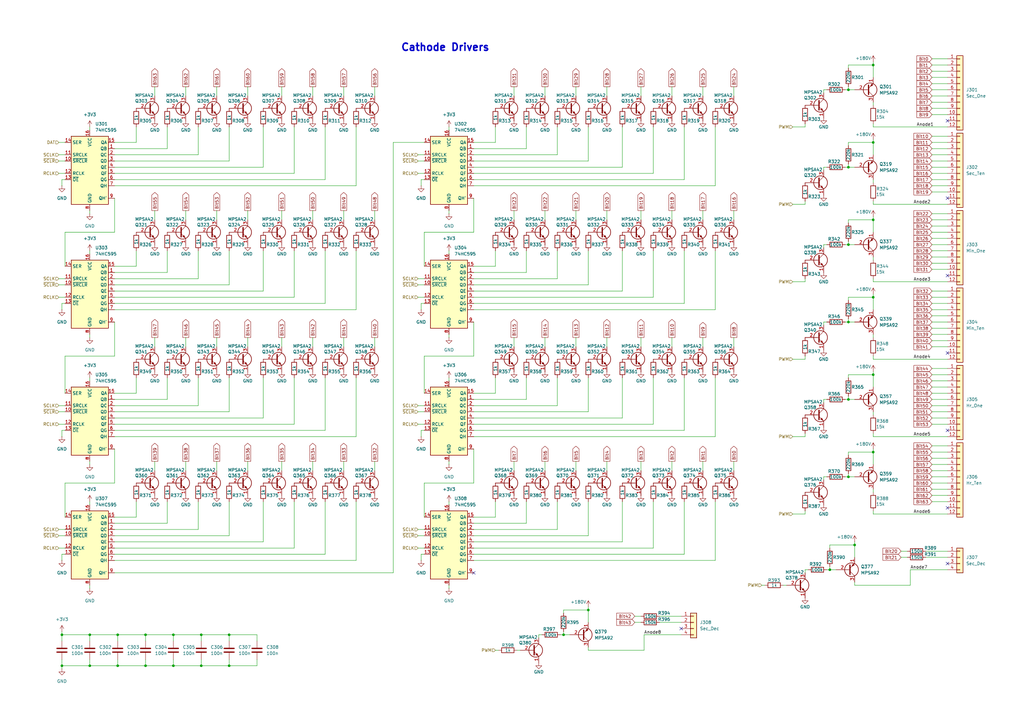
<source format=kicad_sch>
(kicad_sch (version 20231120) (generator "eeschema") (generator_version "8.0")
  (paper "A3")
  (title_block (title "Z5600M Nixie Clock with ESP32") (date "2024-10-04") (rev "1.1") (company "Synthron"))
  (junction (at 347.98 100.33))
  (junction (at 36.83 260.35))
  (junction (at 358.14 26.67))
  (junction (at 347.98 68.58))
  (junction (at 48.26 260.35))
  (junction (at 358.14 58.42))
  (junction (at 347.98 195.58))
  (junction (at 36.83 273.05))
  (junction (at 93.98 260.35))
  (junction (at 241.3 250.19))
  (junction (at 71.12 260.35))
  (junction (at 82.55 273.05))
  (junction (at 82.55 260.35))
  (junction (at 358.14 153.67))
  (junction (at 71.12 273.05))
  (junction (at 48.26 273.05))
  (junction (at 347.98 36.83))
  (junction (at 25.4 273.05))
  (junction (at 347.98 132.08))
  (junction (at 340.36 233.68))
  (junction (at 25.4 260.35))
  (junction (at 59.69 260.35))
  (junction (at 347.98 163.83))
  (junction (at 350.52 223.52))
  (junction (at 59.69 273.05))
  (junction (at 358.14 90.17))
  (junction (at 358.14 121.92))
  (junction (at 358.14 185.42))
  (junction (at 231.14 260.35))
  (junction (at 93.98 273.05))
  (no_connect (at 388.62 144.78))
  (no_connect (at 388.62 49.53))
  (no_connect (at 388.62 231.14))
  (no_connect (at 388.62 208.28))
  (no_connect (at 194.31 234.95))
  (no_connect (at 279.4 257.81))
  (no_connect (at 388.62 113.03))
  (no_connect (at 388.62 81.28))
  (no_connect (at 388.62 176.53))
  (wire (pts (xy 25.4 227.33) (xy 25.4 229.87)))
  (wire (pts (xy 24.13 71.12) (xy 26.67 71.12)))
  (wire (pts (xy 382.27 121.92) (xy 388.62 121.92)))
  (wire (pts (xy 358.14 88.9) (xy 358.14 90.17)))
  (wire (pts (xy 358.14 58.42) (xy 347.98 58.42)))
  (wire (pts (xy 339.09 100.33) (xy 337.82 100.33)))
  (wire (pts (xy 194.31 109.22) (xy 203.2 109.22)))
  (wire (pts (xy 68.58 163.83) (xy 68.58 154.94)))
  (wire (pts (xy 184.15 86.36) (xy 184.15 87.63)))
  (wire (pts (xy 48.26 260.35) (xy 48.26 262.89)))
  (wire (pts (xy 146.05 76.2) (xy 146.05 52.07)))
  (wire (pts (xy 194.31 119.38) (xy 255.27 119.38)))
  (wire (pts (xy 55.88 212.09) (xy 55.88 205.74)))
  (wire (pts (xy 101.6 138.43) (xy 101.6 142.24)))
  (wire (pts (xy 25.4 176.53) (xy 25.4 179.07)))
  (wire (pts (xy 194.31 127) (xy 293.37 127)))
  (wire (pts (xy 382.27 58.42) (xy 388.62 58.42)))
  (wire (pts (xy 171.45 173.99) (xy 173.99 173.99)))
  (wire (pts (xy 194.31 114.3) (xy 228.6 114.3)))
  (wire (pts (xy 382.27 153.67) (xy 388.62 153.67)))
  (wire (pts (xy 173.99 227.33) (xy 172.72 227.33)))
  (wire (pts (xy 194.31 81.28) (xy 194.31 95.25)))
  (wire (pts (xy 46.99 219.71) (xy 93.98 219.71)))
  (wire (pts (xy 81.28 166.37) (xy 81.28 154.94)))
  (wire (pts (xy 228.6 114.3) (xy 228.6 102.87)))
  (wire (pts (xy 382.27 134.62) (xy 388.62 134.62)))
  (wire (pts (xy 55.88 109.22) (xy 55.88 102.87)))
  (wire (pts (xy 382.27 139.7) (xy 388.62 139.7)))
  (wire (pts (xy 46.99 68.58) (xy 107.95 68.58)))
  (wire (pts (xy 76.2 138.43) (xy 76.2 142.24)))
  (wire (pts (xy 24.13 121.92) (xy 26.67 121.92)))
  (wire (pts (xy 215.9 163.83) (xy 215.9 154.94)))
  (wire (pts (xy 210.82 138.43) (xy 210.82 142.24)))
  (wire (pts (xy 24.13 168.91) (xy 26.67 168.91)))
  (wire (pts (xy 46.99 63.5) (xy 81.28 63.5)))
  (wire (pts (xy 36.83 189.23) (xy 36.83 190.5)))
  (wire (pts (xy 71.12 260.35) (xy 59.69 260.35)))
  (wire (pts (xy 172.72 176.53) (xy 172.72 179.07)))
  (wire (pts (xy 194.31 95.25) (xy 173.99 95.25)))
  (wire (pts (xy 382.27 71.12) (xy 388.62 71.12)))
  (wire (pts (xy 171.45 224.79) (xy 173.99 224.79)))
  (wire (pts (xy 325.12 115.57) (xy 330.2 115.57)))
  (wire (pts (xy 358.14 184.15) (xy 358.14 185.42)))
  (wire (pts (xy 172.72 227.33) (xy 172.72 229.87)))
  (wire (pts (xy 293.37 229.87) (xy 293.37 205.74)))
  (wire (pts (xy 267.97 71.12) (xy 267.97 52.07)))
  (wire (pts (xy 46.99 198.12) (xy 26.67 198.12)))
  (wire (pts (xy 210.82 86.36) (xy 210.82 90.17)))
  (wire (pts (xy 48.26 273.05) (xy 59.69 273.05)))
  (wire (pts (xy 288.29 189.23) (xy 288.29 193.04)))
  (wire (pts (xy 229.87 260.35) (xy 231.14 260.35)))
  (wire (pts (xy 236.22 86.36) (xy 236.22 90.17)))
  (wire (pts (xy 46.99 166.37) (xy 81.28 166.37)))
  (wire (pts (xy 358.14 185.42) (xy 347.98 185.42)))
  (wire (pts (xy 382.27 198.12) (xy 388.62 198.12)))
  (wire (pts (xy 231.14 250.19) (xy 231.14 251.46)))
  (wire (pts (xy 36.83 270.51) (xy 36.83 273.05)))
  (wire (pts (xy 128.27 35.56) (xy 128.27 39.37)))
  (wire (pts (xy 330.2 115.57) (xy 330.2 114.3)))
  (wire (pts (xy 194.31 176.53) (xy 280.67 176.53)))
  (wire (pts (xy 382.27 190.5) (xy 388.62 190.5)))
  (wire (pts (xy 128.27 189.23) (xy 128.27 193.04)))
  (wire (pts (xy 275.59 189.23) (xy 275.59 193.04)))
  (wire (pts (xy 194.31 168.91) (xy 241.3 168.91)))
  (wire (pts (xy 194.31 184.15) (xy 194.31 198.12)))
  (wire (pts (xy 25.4 273.05) (xy 36.83 273.05)))
  (wire (pts (xy 300.99 86.36) (xy 300.99 90.17)))
  (wire (pts (xy 68.58 111.76) (xy 68.58 102.87)))
  (wire (pts (xy 115.57 35.56) (xy 115.57 39.37)))
  (wire (pts (xy 25.4 273.05) (xy 25.4 274.32)))
  (wire (pts (xy 358.14 190.5) (xy 358.14 185.42)))
  (wire (pts (xy 325.12 147.32) (xy 330.2 147.32)))
  (wire (pts (xy 82.55 270.51) (xy 82.55 273.05)))
  (wire (pts (xy 358.14 120.65) (xy 358.14 121.92)))
  (wire (pts (xy 46.99 161.29) (xy 55.88 161.29)))
  (wire (pts (xy 373.38 240.03) (xy 373.38 233.68)))
  (wire (pts (xy 210.82 189.23) (xy 210.82 193.04)))
  (wire (pts (xy 347.98 90.17) (xy 347.98 91.44)))
  (wire (pts (xy 339.09 163.83) (xy 337.82 163.83)))
  (wire (pts (xy 241.3 248.92) (xy 241.3 250.19)))
  (wire (pts (xy 71.12 260.35) (xy 71.12 262.89)))
  (wire (pts (xy 146.05 179.07) (xy 146.05 154.94)))
  (wire (pts (xy 293.37 179.07) (xy 293.37 154.94)))
  (wire (pts (xy 264.16 266.7) (xy 264.16 260.35)))
  (wire (pts (xy 382.27 26.67) (xy 388.62 26.67)))
  (wire (pts (xy 203.2 161.29) (xy 203.2 154.94)))
  (wire (pts (xy 46.99 212.09) (xy 55.88 212.09)))
  (wire (pts (xy 288.29 35.56) (xy 288.29 39.37)))
  (wire (pts (xy 173.99 73.66) (xy 172.72 73.66)))
  (wire (pts (xy 358.14 209.55) (xy 358.14 210.82)))
  (wire (pts (xy 382.27 44.45) (xy 388.62 44.45)))
  (wire (pts (xy 25.4 260.35) (xy 25.4 262.89)))
  (wire (pts (xy 382.27 76.2) (xy 388.62 76.2)))
  (wire (pts (xy 358.14 73.66) (xy 358.14 74.93)))
  (wire (pts (xy 128.27 86.36) (xy 128.27 90.17)))
  (wire (pts (xy 171.45 217.17) (xy 173.99 217.17)))
  (wire (pts (xy 241.3 265.43) (xy 241.3 266.7)))
  (wire (pts (xy 46.99 224.79) (xy 120.65 224.79)))
  (wire (pts (xy 325.12 179.07) (xy 330.2 179.07)))
  (wire (pts (xy 382.27 105.41) (xy 388.62 105.41)))
  (wire (pts (xy 36.83 260.35) (xy 36.83 262.89)))
  (wire (pts (xy 280.67 176.53) (xy 280.67 154.94)))
  (wire (pts (xy 46.99 132.08) (xy 46.99 146.05)))
  (wire (pts (xy 379.73 226.06) (xy 388.62 226.06)))
  (wire (pts (xy 133.35 73.66) (xy 133.35 52.07)))
  (wire (pts (xy 93.98 270.51) (xy 93.98 273.05)))
  (wire (pts (xy 382.27 31.75) (xy 388.62 31.75)))
  (wire (pts (xy 358.14 115.57) (xy 388.62 115.57)))
  (wire (pts (xy 382.27 29.21) (xy 388.62 29.21)))
  (wire (pts (xy 264.16 260.35) (xy 279.4 260.35)))
  (wire (pts (xy 358.14 147.32) (xy 388.62 147.32)))
  (wire (pts (xy 55.88 58.42) (xy 55.88 52.07)))
  (wire (pts (xy 81.28 217.17) (xy 81.28 205.74)))
  (wire (pts (xy 101.6 35.56) (xy 101.6 39.37)))
  (wire (pts (xy 346.71 195.58) (xy 347.98 195.58)))
  (wire (pts (xy 59.69 260.35) (xy 59.69 262.89)))
  (wire (pts (xy 255.27 119.38) (xy 255.27 102.87)))
  (wire (pts (xy 382.27 46.99) (xy 388.62 46.99)))
  (wire (pts (xy 120.65 71.12) (xy 120.65 52.07)))
  (wire (pts (xy 120.65 121.92) (xy 120.65 102.87)))
  (wire (pts (xy 358.14 168.91) (xy 358.14 170.18)))
  (wire (pts (xy 358.14 52.07) (xy 388.62 52.07)))
  (wire (pts (xy 128.27 138.43) (xy 128.27 142.24)))
  (wire (pts (xy 68.58 214.63) (xy 68.58 205.74)))
  (wire (pts (xy 382.27 102.87) (xy 388.62 102.87)))
  (wire (pts (xy 26.67 95.25) (xy 26.67 109.22)))
  (wire (pts (xy 215.9 214.63) (xy 215.9 205.74)))
  (wire (pts (xy 194.31 179.07) (xy 293.37 179.07)))
  (wire (pts (xy 241.3 168.91) (xy 241.3 154.94)))
  (wire (pts (xy 46.99 217.17) (xy 81.28 217.17)))
  (wire (pts (xy 236.22 35.56) (xy 236.22 39.37)))
  (wire (pts (xy 107.95 119.38) (xy 107.95 102.87)))
  (wire (pts (xy 267.97 121.92) (xy 267.97 102.87)))
  (wire (pts (xy 339.09 233.68) (xy 340.36 233.68)))
  (wire (pts (xy 350.52 222.25) (xy 350.52 223.52)))
  (wire (pts (xy 369.57 226.06) (xy 372.11 226.06)))
  (wire (pts (xy 194.31 171.45) (xy 255.27 171.45)))
  (wire (pts (xy 337.82 36.83) (xy 337.82 38.1)))
  (wire (pts (xy 382.27 182.88) (xy 388.62 182.88)))
  (wire (pts (xy 88.9 138.43) (xy 88.9 142.24)))
  (wire (pts (xy 161.29 234.95) (xy 161.29 58.42)))
  (wire (pts (xy 223.52 86.36) (xy 223.52 90.17)))
  (wire (pts (xy 82.55 273.05) (xy 93.98 273.05)))
  (wire (pts (xy 184.15 205.74) (xy 184.15 207.01)))
  (wire (pts (xy 46.99 58.42) (xy 55.88 58.42)))
  (wire (pts (xy 358.14 152.4) (xy 358.14 153.67)))
  (wire (pts (xy 241.3 219.71) (xy 241.3 205.74)))
  (wire (pts (xy 228.6 217.17) (xy 228.6 205.74)))
  (wire (pts (xy 76.2 189.23) (xy 76.2 193.04)))
  (wire (pts (xy 153.67 35.56) (xy 153.67 39.37)))
  (wire (pts (xy 68.58 60.96) (xy 68.58 52.07)))
  (wire (pts (xy 300.99 35.56) (xy 300.99 39.37)))
  (wire (pts (xy 46.99 60.96) (xy 68.58 60.96)))
  (wire (pts (xy 24.13 217.17) (xy 26.67 217.17)))
  (wire (pts (xy 46.99 214.63) (xy 68.58 214.63)))
  (wire (pts (xy 228.6 63.5) (xy 228.6 52.07)))
  (wire (pts (xy 171.45 168.91) (xy 173.99 168.91)))
  (wire (pts (xy 24.13 66.04) (xy 26.67 66.04)))
  (wire (pts (xy 255.27 171.45) (xy 255.27 154.94)))
  (wire (pts (xy 260.35 255.27) (xy 262.89 255.27)))
  (wire (pts (xy 382.27 95.25) (xy 388.62 95.25)))
  (wire (pts (xy 203.2 212.09) (xy 203.2 205.74)))
  (wire (pts (xy 382.27 34.29) (xy 388.62 34.29)))
  (wire (pts (xy 194.31 76.2) (xy 293.37 76.2)))
  (wire (pts (xy 337.82 163.83) (xy 337.82 165.1)))
  (wire (pts (xy 46.99 179.07) (xy 146.05 179.07)))
  (wire (pts (xy 46.99 127) (xy 146.05 127)))
  (wire (pts (xy 24.13 166.37) (xy 26.67 166.37)))
  (wire (pts (xy 71.12 270.51) (xy 71.12 273.05)))
  (wire (pts (xy 382.27 163.83) (xy 388.62 163.83)))
  (wire (pts (xy 358.14 121.92) (xy 347.98 121.92)))
  (wire (pts (xy 26.67 198.12) (xy 26.67 212.09)))
  (wire (pts (xy 358.14 137.16) (xy 358.14 138.43)))
  (wire (pts (xy 194.31 132.08) (xy 194.31 146.05)))
  (wire (pts (xy 63.5 138.43) (xy 63.5 142.24)))
  (wire (pts (xy 25.4 124.46) (xy 25.4 127)))
  (wire (pts (xy 25.4 73.66) (xy 25.4 76.2)))
  (wire (pts (xy 46.99 146.05) (xy 26.67 146.05)))
  (wire (pts (xy 107.95 68.58) (xy 107.95 52.07)))
  (wire (pts (xy 223.52 35.56) (xy 223.52 39.37)))
  (wire (pts (xy 382.27 92.71) (xy 388.62 92.71)))
  (wire (pts (xy 93.98 168.91) (xy 93.98 154.94)))
  (wire (pts (xy 350.52 223.52) (xy 340.36 223.52)))
  (wire (pts (xy 321.31 240.03) (xy 322.58 240.03)))
  (wire (pts (xy 275.59 86.36) (xy 275.59 90.17)))
  (wire (pts (xy 46.99 66.04) (xy 93.98 66.04)))
  (wire (pts (xy 172.72 73.66) (xy 172.72 76.2)))
  (wire (pts (xy 194.31 163.83) (xy 215.9 163.83)))
  (wire (pts (xy 59.69 260.35) (xy 48.26 260.35)))
  (wire (pts (xy 382.27 73.66) (xy 388.62 73.66)))
  (wire (pts (xy 382.27 158.75) (xy 388.62 158.75)))
  (wire (pts (xy 350.52 238.76) (xy 350.52 240.03)))
  (wire (pts (xy 46.99 171.45) (xy 107.95 171.45)))
  (wire (pts (xy 46.99 227.33) (xy 133.35 227.33)))
  (wire (pts (xy 382.27 161.29) (xy 388.62 161.29)))
  (wire (pts (xy 133.35 124.46) (xy 133.35 102.87)))
  (wire (pts (xy 358.14 26.67) (xy 347.98 26.67)))
  (wire (pts (xy 25.4 259.08) (xy 25.4 260.35)))
  (wire (pts (xy 26.67 73.66) (xy 25.4 73.66)))
  (wire (pts (xy 46.99 76.2) (xy 146.05 76.2)))
  (wire (pts (xy 46.99 114.3) (xy 81.28 114.3)))
  (wire (pts (xy 203.2 109.22) (xy 203.2 102.87)))
  (wire (pts (xy 331.47 233.68) (xy 330.2 233.68)))
  (wire (pts (xy 133.35 176.53) (xy 133.35 154.94)))
  (wire (pts (xy 347.98 130.81) (xy 347.98 132.08)))
  (wire (pts (xy 173.99 176.53) (xy 172.72 176.53)))
  (wire (pts (xy 46.99 234.95) (xy 161.29 234.95)))
  (wire (pts (xy 76.2 86.36) (xy 76.2 90.17)))
  (wire (pts (xy 267.97 224.79) (xy 267.97 205.74)))
  (wire (pts (xy 194.31 217.17) (xy 228.6 217.17)))
  (wire (pts (xy 46.99 73.66) (xy 133.35 73.66)))
  (wire (pts (xy 88.9 189.23) (xy 88.9 193.04)))
  (wire (pts (xy 184.15 240.03) (xy 184.15 241.3)))
  (wire (pts (xy 36.83 137.16) (xy 36.83 138.43)))
  (wire (pts (xy 358.14 95.25) (xy 358.14 90.17)))
  (wire (pts (xy 88.9 86.36) (xy 88.9 90.17)))
  (wire (pts (xy 241.3 250.19) (xy 231.14 250.19)))
  (wire (pts (xy 325.12 52.07) (xy 330.2 52.07)))
  (wire (pts (xy 24.13 114.3) (xy 26.67 114.3)))
  (wire (pts (xy 382.27 124.46) (xy 388.62 124.46)))
  (wire (pts (xy 382.27 97.79) (xy 388.62 97.79)))
  (wire (pts (xy 71.12 273.05) (xy 82.55 273.05)))
  (wire (pts (xy 215.9 111.76) (xy 215.9 102.87)))
  (wire (pts (xy 210.82 35.56) (xy 210.82 39.37)))
  (wire (pts (xy 223.52 138.43) (xy 223.52 142.24)))
  (wire (pts (xy 347.98 35.56) (xy 347.98 36.83)))
  (wire (pts (xy 63.5 189.23) (xy 63.5 193.04)))
  (wire (pts (xy 262.89 138.43) (xy 262.89 142.24)))
  (wire (pts (xy 120.65 173.99) (xy 120.65 154.94)))
  (wire (pts (xy 153.67 138.43) (xy 153.67 142.24)))
  (wire (pts (xy 358.14 31.75) (xy 358.14 26.67)))
  (wire (pts (xy 255.27 222.25) (xy 255.27 205.74)))
  (wire (pts (xy 248.92 35.56) (xy 248.92 39.37)))
  (wire (pts (xy 330.2 210.82) (xy 330.2 209.55)))
  (wire (pts (xy 36.83 52.07) (xy 36.83 53.34)))
  (wire (pts (xy 194.31 68.58) (xy 255.27 68.58)))
  (wire (pts (xy 93.98 66.04) (xy 93.98 52.07)))
  (wire (pts (xy 46.99 109.22) (xy 55.88 109.22)))
  (wire (pts (xy 231.14 259.08) (xy 231.14 260.35)))
  (wire (pts (xy 382.27 168.91) (xy 388.62 168.91)))
  (wire (pts (xy 270.51 252.73) (xy 279.4 252.73)))
  (wire (pts (xy 81.28 63.5) (xy 81.28 52.07)))
  (wire (pts (xy 300.99 189.23) (xy 300.99 193.04)))
  (wire (pts (xy 325.12 83.82) (xy 330.2 83.82)))
  (wire (pts (xy 101.6 189.23) (xy 101.6 193.04)))
  (wire (pts (xy 358.14 63.5) (xy 358.14 58.42)))
  (wire (pts (xy 337.82 132.08) (xy 337.82 133.35)))
  (wire (pts (xy 280.67 124.46) (xy 280.67 102.87)))
  (wire (pts (xy 173.99 146.05) (xy 173.99 161.29)))
  (wire (pts (xy 358.14 105.41) (xy 358.14 106.68)))
  (wire (pts (xy 382.27 107.95) (xy 388.62 107.95)))
  (wire (pts (xy 330.2 147.32) (xy 330.2 146.05)))
  (wire (pts (xy 105.41 260.35) (xy 93.98 260.35)))
  (wire (pts (xy 280.67 73.66) (xy 280.67 52.07)))
  (wire (pts (xy 184.15 189.23) (xy 184.15 190.5)))
  (wire (pts (xy 194.31 224.79) (xy 267.97 224.79)))
  (wire (pts (xy 46.99 124.46) (xy 133.35 124.46)))
  (wire (pts (xy 173.99 95.25) (xy 173.99 109.22)))
  (wire (pts (xy 194.31 121.92) (xy 267.97 121.92)))
  (wire (pts (xy 46.99 95.25) (xy 26.67 95.25)))
  (wire (pts (xy 340.36 223.52) (xy 340.36 224.79)))
  (wire (pts (xy 358.14 179.07) (xy 388.62 179.07)))
  (wire (pts (xy 25.4 270.51) (xy 25.4 273.05)))
  (wire (pts (xy 379.73 228.6) (xy 388.62 228.6)))
  (wire (pts (xy 347.98 162.56) (xy 347.98 163.83)))
  (wire (pts (xy 153.67 189.23) (xy 153.67 193.04)))
  (wire (pts (xy 63.5 86.36) (xy 63.5 90.17)))
  (wire (pts (xy 369.57 228.6) (xy 372.11 228.6)))
  (wire (pts (xy 358.14 177.8) (xy 358.14 179.07)))
  (wire (pts (xy 194.31 227.33) (xy 280.67 227.33)))
  (wire (pts (xy 133.35 227.33) (xy 133.35 205.74)))
  (wire (pts (xy 48.26 260.35) (xy 36.83 260.35)))
  (wire (pts (xy 46.99 163.83) (xy 68.58 163.83)))
  (wire (pts (xy 93.98 273.05) (xy 105.41 273.05)))
  (wire (pts (xy 55.88 161.29) (xy 55.88 154.94)))
  (wire (pts (xy 173.99 124.46) (xy 172.72 124.46)))
  (wire (pts (xy 300.99 138.43) (xy 300.99 142.24)))
  (wire (pts (xy 312.42 240.03) (xy 313.69 240.03)))
  (wire (pts (xy 275.59 138.43) (xy 275.59 142.24)))
  (wire (pts (xy 382.27 60.96) (xy 388.62 60.96)))
  (wire (pts (xy 241.3 116.84) (xy 241.3 102.87)))
  (wire (pts (xy 346.71 36.83) (xy 347.98 36.83)))
  (wire (pts (xy 350.52 100.33) (xy 347.98 100.33)))
  (wire (pts (xy 46.99 121.92) (xy 120.65 121.92)))
  (wire (pts (xy 184.15 137.16) (xy 184.15 138.43)))
  (wire (pts (xy 248.92 138.43) (xy 248.92 142.24)))
  (wire (pts (xy 171.45 63.5) (xy 173.99 63.5)))
  (wire (pts (xy 342.9 233.68) (xy 340.36 233.68)))
  (wire (pts (xy 293.37 76.2) (xy 293.37 52.07)))
  (wire (pts (xy 46.99 229.87) (xy 146.05 229.87)))
  (wire (pts (xy 233.68 260.35) (xy 231.14 260.35)))
  (wire (pts (xy 36.83 240.03) (xy 36.83 241.3)))
  (wire (pts (xy 107.95 222.25) (xy 107.95 205.74)))
  (wire (pts (xy 358.14 90.17) (xy 347.98 90.17)))
  (wire (pts (xy 194.31 146.05) (xy 173.99 146.05)))
  (wire (pts (xy 24.13 63.5) (xy 26.67 63.5)))
  (wire (pts (xy 346.71 163.83) (xy 347.98 163.83)))
  (wire (pts (xy 382.27 100.33) (xy 388.62 100.33)))
  (wire (pts (xy 350.52 132.08) (xy 347.98 132.08)))
  (wire (pts (xy 382.27 132.08) (xy 388.62 132.08)))
  (wire (pts (xy 203.2 266.7) (xy 204.47 266.7)))
  (wire (pts (xy 24.13 173.99) (xy 26.67 173.99)))
  (wire (pts (xy 382.27 200.66) (xy 388.62 200.66)))
  (wire (pts (xy 194.31 116.84) (xy 241.3 116.84)))
  (wire (pts (xy 248.92 86.36) (xy 248.92 90.17)))
  (wire (pts (xy 248.92 189.23) (xy 248.92 193.04)))
  (wire (pts (xy 241.3 66.04) (xy 241.3 52.07)))
  (wire (pts (xy 262.89 35.56) (xy 262.89 39.37)))
  (wire (pts (xy 236.22 189.23) (xy 236.22 193.04)))
  (wire (pts (xy 382.27 110.49) (xy 388.62 110.49)))
  (wire (pts (xy 171.45 114.3) (xy 173.99 114.3)))
  (wire (pts (xy 36.83 273.05) (xy 48.26 273.05)))
  (wire (pts (xy 382.27 137.16) (xy 388.62 137.16)))
  (wire (pts (xy 184.15 154.94) (xy 184.15 156.21)))
  (wire (pts (xy 82.55 260.35) (xy 71.12 260.35)))
  (wire (pts (xy 194.31 58.42) (xy 203.2 58.42)))
  (wire (pts (xy 171.45 71.12) (xy 173.99 71.12)))
  (wire (pts (xy 115.57 86.36) (xy 115.57 90.17)))
  (wire (pts (xy 330.2 52.07) (xy 330.2 50.8)))
  (wire (pts (xy 339.09 68.58) (xy 337.82 68.58)))
  (wire (pts (xy 382.27 24.13) (xy 388.62 24.13)))
  (wire (pts (xy 382.27 203.2) (xy 388.62 203.2)))
  (wire (pts (xy 280.67 227.33) (xy 280.67 205.74)))
  (wire (pts (xy 358.14 83.82) (xy 388.62 83.82)))
  (wire (pts (xy 46.99 71.12) (xy 120.65 71.12)))
  (wire (pts (xy 358.14 50.8) (xy 358.14 52.07)))
  (wire (pts (xy 382.27 151.13) (xy 388.62 151.13)))
  (wire (pts (xy 347.98 121.92) (xy 347.98 123.19)))
  (wire (pts (xy 105.41 273.05) (xy 105.41 270.51)))
  (wire (pts (xy 241.3 255.27) (xy 241.3 250.19)))
  (wire (pts (xy 339.09 195.58) (xy 337.82 195.58)))
  (wire (pts (xy 358.14 25.4) (xy 358.14 26.67)))
  (wire (pts (xy 373.38 233.68) (xy 388.62 233.68)))
  (wire (pts (xy 24.13 224.79) (xy 26.67 224.79)))
  (wire (pts (xy 382.27 195.58) (xy 388.62 195.58)))
  (wire (pts (xy 382.27 90.17) (xy 388.62 90.17)))
  (wire (pts (xy 337.82 100.33) (xy 337.82 101.6)))
  (wire (pts (xy 115.57 138.43) (xy 115.57 142.24)))
  (wire (pts (xy 36.83 260.35) (xy 25.4 260.35)))
  (wire (pts (xy 347.98 58.42) (xy 347.98 59.69)))
  (wire (pts (xy 347.98 185.42) (xy 347.98 186.69)))
  (wire (pts (xy 194.31 73.66) (xy 280.67 73.66)))
  (wire (pts (xy 194.31 63.5) (xy 228.6 63.5)))
  (wire (pts (xy 140.97 138.43) (xy 140.97 142.24)))
  (wire (pts (xy 46.99 81.28) (xy 46.99 95.25)))
  (wire (pts (xy 63.5 35.56) (xy 63.5 39.37)))
  (wire (pts (xy 171.45 166.37) (xy 173.99 166.37)))
  (wire (pts (xy 194.31 173.99) (xy 267.97 173.99)))
  (wire (pts (xy 382.27 41.91) (xy 388.62 41.91)))
  (wire (pts (xy 171.45 219.71) (xy 173.99 219.71)))
  (wire (pts (xy 171.45 121.92) (xy 173.99 121.92)))
  (wire (pts (xy 270.51 255.27) (xy 279.4 255.27)))
  (wire (pts (xy 88.9 35.56) (xy 88.9 39.37)))
  (wire (pts (xy 194.31 161.29) (xy 203.2 161.29)))
  (wire (pts (xy 172.72 124.46) (xy 172.72 127)))
  (wire (pts (xy 350.52 195.58) (xy 347.98 195.58)))
  (wire (pts (xy 382.27 78.74) (xy 388.62 78.74)))
  (wire (pts (xy 288.29 138.43) (xy 288.29 142.24)))
  (wire (pts (xy 46.99 173.99) (xy 120.65 173.99)))
  (wire (pts (xy 241.3 266.7) (xy 264.16 266.7)))
  (wire (pts (xy 236.22 138.43) (xy 236.22 142.24)))
  (wire (pts (xy 171.45 116.84) (xy 173.99 116.84)))
  (wire (pts (xy 46.99 168.91) (xy 93.98 168.91)))
  (wire (pts (xy 350.52 163.83) (xy 347.98 163.83)))
  (wire (pts (xy 382.27 205.74) (xy 388.62 205.74)))
  (wire (pts (xy 340.36 232.41) (xy 340.36 233.68)))
  (wire (pts (xy 59.69 273.05) (xy 71.12 273.05)))
  (wire (pts (xy 153.67 86.36) (xy 153.67 90.17)))
  (wire (pts (xy 382.27 55.88) (xy 388.62 55.88)))
  (wire (pts (xy 46.99 119.38) (xy 107.95 119.38)))
  (wire (pts (xy 26.67 146.05) (xy 26.67 161.29)))
  (wire (pts (xy 194.31 60.96) (xy 215.9 60.96)))
  (wire (pts (xy 382.27 36.83) (xy 388.62 36.83)))
  (wire (pts (xy 36.83 205.74) (xy 36.83 207.01)))
  (wire (pts (xy 140.97 86.36) (xy 140.97 90.17)))
  (wire (pts (xy 26.67 176.53) (xy 25.4 176.53)))
  (wire (pts (xy 194.31 198.12) (xy 173.99 198.12)))
  (wire (pts (xy 203.2 58.42) (xy 203.2 52.07)))
  (wire (pts (xy 347.98 99.06) (xy 347.98 100.33)))
  (wire (pts (xy 382.27 187.96) (xy 388.62 187.96)))
  (wire (pts (xy 76.2 35.56) (xy 76.2 39.37)))
  (wire (pts (xy 93.98 260.35) (xy 82.55 260.35)))
  (wire (pts (xy 223.52 189.23) (xy 223.52 193.04)))
  (wire (pts (xy 339.09 132.08) (xy 337.82 132.08)))
  (wire (pts (xy 184.15 102.87) (xy 184.15 104.14)))
  (wire (pts (xy 146.05 229.87) (xy 146.05 205.74)))
  (wire (pts (xy 101.6 86.36) (xy 101.6 90.17)))
  (wire (pts (xy 382.27 119.38) (xy 388.62 119.38)))
  (wire (pts (xy 46.99 176.53) (xy 133.35 176.53)))
  (wire (pts (xy 382.27 129.54) (xy 388.62 129.54)))
  (wire (pts (xy 171.45 66.04) (xy 173.99 66.04)))
  (wire (pts (xy 194.31 214.63) (xy 215.9 214.63)))
  (wire (pts (xy 194.31 219.71) (xy 241.3 219.71)))
  (wire (pts (xy 382.27 63.5) (xy 388.62 63.5)))
  (wire (pts (xy 288.29 86.36) (xy 288.29 90.17)))
  (wire (pts (xy 24.13 219.71) (xy 26.67 219.71)))
  (wire (pts (xy 255.27 68.58) (xy 255.27 52.07)))
  (wire (pts (xy 262.89 86.36) (xy 262.89 90.17)))
  (wire (pts (xy 26.67 124.46) (xy 25.4 124.46)))
  (wire (pts (xy 36.83 154.94) (xy 36.83 156.21)))
  (wire (pts (xy 194.31 71.12) (xy 267.97 71.12)))
  (wire (pts (xy 267.97 173.99) (xy 267.97 154.94)))
  (wire (pts (xy 46.99 184.15) (xy 46.99 198.12)))
  (wire (pts (xy 382.27 173.99) (xy 388.62 173.99)))
  (wire (pts (xy 350.52 228.6) (xy 350.52 223.52)))
  (wire (pts (xy 48.26 270.51) (xy 48.26 273.05)))
  (wire (pts (xy 173.99 198.12) (xy 173.99 212.09)))
  (wire (pts (xy 330.2 233.68) (xy 330.2 234.95)))
  (wire (pts (xy 347.98 194.31) (xy 347.98 195.58)))
  (wire (pts (xy 222.25 260.35) (xy 220.98 260.35)))
  (wire (pts (xy 350.52 240.03) (xy 373.38 240.03)))
  (wire (pts (xy 120.65 224.79) (xy 120.65 205.74)))
  (wire (pts (xy 382.27 171.45) (xy 388.62 171.45)))
  (wire (pts (xy 358.14 82.55) (xy 358.14 83.82)))
  (wire (pts (xy 93.98 116.84) (xy 93.98 102.87)))
  (wire (pts (xy 358.14 210.82) (xy 388.62 210.82)))
  (wire (pts (xy 115.57 189.23) (xy 115.57 193.04)))
  (wire (pts (xy 46.99 222.25) (xy 107.95 222.25)))
  (wire (pts (xy 194.31 124.46) (xy 280.67 124.46)))
  (wire (pts (xy 350.52 68.58) (xy 347.98 68.58)))
  (wire (pts (xy 228.6 166.37) (xy 228.6 154.94)))
  (wire (pts (xy 325.12 210.82) (xy 330.2 210.82)))
  (wire (pts (xy 26.67 227.33) (xy 25.4 227.33)))
  (wire (pts (xy 358.14 158.75) (xy 358.14 153.67)))
  (wire (pts (xy 36.83 102.87) (xy 36.83 104.14)))
  (wire (pts (xy 262.89 189.23) (xy 262.89 193.04)))
  (wire (pts (xy 24.13 58.42) (xy 26.67 58.42)))
  (wire (pts (xy 382.27 87.63) (xy 388.62 87.63)))
  (wire (pts (xy 337.82 195.58) (xy 337.82 196.85)))
  (wire (pts (xy 107.95 171.45) (xy 107.95 154.94)))
  (wire (pts (xy 337.82 68.58) (xy 337.82 69.85)))
  (wire (pts (xy 382.27 66.04) (xy 388.62 66.04)))
  (wire (pts (xy 358.14 146.05) (xy 358.14 147.32)))
  (wire (pts (xy 220.98 260.35) (xy 220.98 261.62)))
  (wire (pts (xy 260.35 252.73) (xy 262.89 252.73)))
  (wire (pts (xy 350.52 36.83) (xy 347.98 36.83)))
  (wire (pts (xy 140.97 189.23) (xy 140.97 193.04)))
  (wire (pts (xy 382.27 142.24) (xy 388.62 142.24)))
  (wire (pts (xy 212.09 266.7) (xy 213.36 266.7)))
  (wire (pts (xy 339.09 36.83) (xy 337.82 36.83)))
  (wire (pts (xy 194.31 166.37) (xy 228.6 166.37)))
  (wire (pts (xy 146.05 127) (xy 146.05 102.87)))
  (wire (pts (xy 358.14 57.15) (xy 358.14 58.42)))
  (wire (pts (xy 194.31 229.87) (xy 293.37 229.87)))
  (wire (pts (xy 347.98 153.67) (xy 347.98 154.94)))
  (wire (pts (xy 24.13 116.84) (xy 26.67 116.84)))
  (wire (pts (xy 194.31 222.25) (xy 255.27 222.25)))
  (wire (pts (xy 330.2 179.07) (xy 330.2 177.8)))
  (wire (pts (xy 59.69 270.51) (xy 59.69 273.05)))
  (wire (pts (xy 293.37 127) (xy 293.37 102.87)))
  (wire (pts (xy 346.71 132.08) (xy 347.98 132.08)))
  (wire (pts (xy 82.55 260.35) (xy 82.55 262.89)))
  (wire (pts (xy 194.31 111.76) (xy 215.9 111.76)))
  (wire (pts (xy 215.9 60.96) (xy 215.9 52.07)))
  (wire (pts (xy 275.59 35.56) (xy 275.59 39.37)))
  (wire (pts (xy 347.98 67.31) (xy 347.98 68.58)))
  (wire (pts (xy 358.14 41.91) (xy 358.14 43.18)))
  (wire (pts (xy 358.14 200.66) (xy 358.14 201.93)))
  (wire (pts (xy 161.29 58.42) (xy 173.99 58.42)))
  (wire (pts (xy 382.27 156.21) (xy 388.62 156.21)))
  (wire (pts (xy 36.83 86.36) (xy 36.83 87.63)))
  (wire (pts (xy 46.99 111.76) (xy 68.58 111.76)))
  (wire (pts (xy 382.27 68.58) (xy 388.62 68.58)))
  (wire (pts (xy 382.27 193.04) (xy 388.62 193.04)))
  (wire (pts (xy 346.71 100.33) (xy 347.98 100.33)))
  (wire (pts (xy 382.27 127) (xy 388.62 127)))
  (wire (pts (xy 140.97 35.56) (xy 140.97 39.37)))
  (wire (pts (xy 330.2 83.82) (xy 330.2 82.55)))
  (wire (pts (xy 382.27 185.42) (xy 388.62 185.42)))
  (wire (pts (xy 346.71 68.58) (xy 347.98 68.58)))
  (wire (pts (xy 382.27 166.37) (xy 388.62 166.37)))
  (wire (pts (xy 184.15 52.07) (xy 184.15 53.34)))
  (wire (pts (xy 105.41 262.89) (xy 105.41 260.35)))
  (wire (pts (xy 81.28 114.3) (xy 81.28 102.87)))
  (wire (pts (xy 93.98 219.71) (xy 93.98 205.74)))
  (wire (pts (xy 358.14 114.3) (xy 358.14 115.57)))
  (wire (pts (xy 382.27 39.37) (xy 388.62 39.37)))
  (wire (pts (xy 46.99 116.84) (xy 93.98 116.84)))
  (wire (pts (xy 194.31 212.09) (xy 203.2 212.09)))
  (wire (pts (xy 347.98 26.67) (xy 347.98 27.94)))
  (wire (pts (xy 194.31 66.04) (xy 241.3 66.04)))
  (wire (pts (xy 358.14 153.67) (xy 347.98 153.67)))
  (wire (pts (xy 358.14 127) (xy 358.14 121.92)))
  (wire (pts (xy 93.98 260.35) (xy 93.98 262.89)))
  (text "Cathode Drivers" (at 182.626 19.558 0) (effects (font (size 3 3) (thickness 0.6) (bold yes))))
  (label "Anode1" (at 375.92 52.07 0))
  (label "Anode3" (at 374.65 115.57 0))
  (label "Anode4" (at 374.65 147.32 0))
  (label "Anode7" (at 373.38 233.68 0))
  (label "Anode2" (at 374.65 83.82 0))
  (label "Anode8" (at 264.16 260.35 0))
  (label "Anode6" (at 374.65 210.82 0))
  (label "Anode5" (at 374.65 179.07 0))
  (global_label "Bit62" (shape input) (at 382.27 203.2 180) (property "Intersheetrefs" "${INTERSHEET_REFS}" (effects (hide yes))))
  (global_label "Bit47" (shape input) (at 382.27 158.75 180) (property "Intersheetrefs" "${INTERSHEET_REFS}" (effects (hide yes))))
  (global_label "Bit29" (shape output) (at 236.22 35.56 90) (property "Intersheetrefs" "${INTERSHEET_REFS}" (effects (hide yes))))
  (global_label "Bit63" (shape output) (at 63.5 35.56 90) (property "Intersheetrefs" "${INTERSHEET_REFS}" (effects (hide yes))))
  (global_label "Bit60" (shape output) (at 101.6 35.56 90) (property "Intersheetrefs" "${INTERSHEET_REFS}" (effects (hide yes))))
  (global_label "Bit0" (shape input) (at 382.27 24.13 180) (property "Intersheetrefs" "${INTERSHEET_REFS}" (effects (hide yes))))
  (global_label "Bit24" (shape input) (at 382.27 92.71 180) (property "Intersheetrefs" "${INTERSHEET_REFS}" (effects (hide yes))))
  (global_label "Bit27" (shape output) (at 262.89 35.56 90) (property "Intersheetrefs" "${INTERSHEET_REFS}" (effects (hide yes))))
  (global_label "Bit22" (shape input) (at 382.27 87.63 180) (property "Intersheetrefs" "${INTERSHEET_REFS}" (effects (hide yes))))
  (global_label "Bit26" (shape input) (at 382.27 97.79 180) (property "Intersheetrefs" "${INTERSHEET_REFS}" (effects (hide yes))))
  (global_label "Bit42" (shape output) (at 128.27 138.43 90) (property "Intersheetrefs" "${INTERSHEET_REFS}" (effects (hide yes))))
  (global_label "Bit15" (shape input) (at 382.27 68.58 180) (property "Intersheetrefs" "${INTERSHEET_REFS}" (effects (hide yes))))
  (global_label "Bit43" (shape output) (at 115.57 138.43 90) (property "Intersheetrefs" "${INTERSHEET_REFS}" (effects (hide yes))))
  (global_label "Bit21" (shape output) (at 236.22 86.36 90) (property "Intersheetrefs" "${INTERSHEET_REFS}" (effects (hide yes))))
  (global_label "Bit48" (shape input) (at 382.27 161.29 180) (property "Intersheetrefs" "${INTERSHEET_REFS}" (effects (hide yes))))
  (global_label "Bit10" (shape input) (at 382.27 55.88 180) (property "Intersheetrefs" "${INTERSHEET_REFS}" (effects (hide yes))))
  (global_label "Bit38" (shape output) (at 76.2 189.23 90) (property "Intersheetrefs" "${INTERSHEET_REFS}" (effects (hide yes))))
  (global_label "Bit5" (shape input) (at 382.27 36.83 180) (property "Intersheetrefs" "${INTERSHEET_REFS}" (effects (hide yes))))
  (global_label "Bit43" (shape input) (at 260.35 255.27 180) (property "Intersheetrefs" "${INTERSHEET_REFS}" (effects (hide yes))))
  (global_label "Bit13" (shape input) (at 382.27 63.5 180) (property "Intersheetrefs" "${INTERSHEET_REFS}" (effects (hide yes))))
  (global_label "Bit34" (shape input) (at 382.27 124.46 180) (property "Intersheetrefs" "${INTERSHEET_REFS}" (effects (hide yes))))
  (global_label "Bit23" (shape input) (at 382.27 90.17 180) (property "Intersheetrefs" "${INTERSHEET_REFS}" (effects (hide yes))))
  (global_label "Bit2" (shape input) (at 382.27 29.21 180) (property "Intersheetrefs" "${INTERSHEET_REFS}" (effects (hide yes))))
  (global_label "Bit55" (shape input) (at 382.27 185.42 180) (property "Intersheetrefs" "${INTERSHEET_REFS}" (effects (hide yes))))
  (global_label "Bit16" (shape output) (at 300.99 86.36 90) (property "Intersheetrefs" "${INTERSHEET_REFS}" (effects (hide yes))))
  (global_label "Bit56" (shape input) (at 382.27 187.96 180) (property "Intersheetrefs" "${INTERSHEET_REFS}" (effects (hide yes))))
  (global_label "Bit30" (shape output) (at 223.52 35.56 90) (property "Intersheetrefs" "${INTERSHEET_REFS}" (effects (hide yes))))
  (global_label "Bit1" (shape input) (at 382.27 26.67 180) (property "Intersheetrefs" "${INTERSHEET_REFS}" (effects (hide yes))))
  (global_label "Bit25" (shape input) (at 382.27 95.25 180) (property "Intersheetrefs" "${INTERSHEET_REFS}" (effects (hide yes))))
  (global_label "Bit31" (shape output) (at 210.82 35.56 90) (property "Intersheetrefs" "${INTERSHEET_REFS}" (effects (hide yes))))
  (global_label "Bit59" (shape input) (at 382.27 195.58 180) (property "Intersheetrefs" "${INTERSHEET_REFS}" (effects (hide yes))))
  (global_label "Bit52" (shape input) (at 382.27 171.45 180) (property "Intersheetrefs" "${INTERSHEET_REFS}" (effects (hide yes))))
  (global_label "Bit11" (shape output) (at 262.89 138.43 90) (property "Intersheetrefs" "${INTERSHEET_REFS}" (effects (hide yes))))
  (global_label "Bit8" (shape input) (at 382.27 44.45 180) (property "Intersheetrefs" "${INTERSHEET_REFS}" (effects (hide yes))))
  (global_label "Bit36" (shape output) (at 101.6 189.23 90) (property "Intersheetrefs" "${INTERSHEET_REFS}" (effects (hide yes))))
  (global_label "Bit41" (shape input) (at 382.27 142.24 180) (property "Intersheetrefs" "${INTERSHEET_REFS}" (effects (hide yes))))
  (global_label "Bit34" (shape output) (at 128.27 189.23 90) (property "Intersheetrefs" "${INTERSHEET_REFS}" (effects (hide yes))))
  (global_label "Bit20" (shape input) (at 369.57 226.06 180) (property "Intersheetrefs" "${INTERSHEET_REFS}" (effects (hide yes))))
  (global_label "Bit44" (shape output) (at 101.6 138.43 90) (property "Intersheetrefs" "${INTERSHEET_REFS}" (effects (hide yes))))
  (global_label "Bit44" (shape input) (at 382.27 151.13 180) (property "Intersheetrefs" "${INTERSHEET_REFS}" (effects (hide yes))))
  (global_label "Bit3" (shape input) (at 382.27 31.75 180) (property "Intersheetrefs" "${INTERSHEET_REFS}" (effects (hide yes))))
  (global_label "Bit46" (shape output) (at 76.2 138.43 90) (property "Intersheetrefs" "${INTERSHEET_REFS}" (effects (hide yes))))
  (global_label "Bit39" (shape input) (at 382.27 137.16 180) (property "Intersheetrefs" "${INTERSHEET_REFS}" (effects (hide yes))))
  (global_label "Bit61" (shape input) (at 382.27 200.66 180) (property "Intersheetrefs" "${INTERSHEET_REFS}" (effects (hide yes))))
  (global_label "Bit6" (shape input) (at 382.27 39.37 180) (property "Intersheetrefs" "${INTERSHEET_REFS}" (effects (hide yes))))
  (global_label "Bit55" (shape output) (at 63.5 86.36 90) (property "Intersheetrefs" "${INTERSHEET_REFS}" (effects (hide yes))))
  (global_label "Bit19" (shape input) (at 382.27 78.74 180) (property "Intersheetrefs" "${INTERSHEET_REFS}" (effects (hide yes))))
  (global_label "Bit54" (shape input) (at 382.27 182.88 180) (property "Intersheetrefs" "${INTERSHEET_REFS}" (effects (hide yes))))
  (global_label "Bit17" (shape output) (at 288.29 86.36 90) (property "Intersheetrefs" "${INTERSHEET_REFS}" (effects (hide yes))))
  (global_label "Bit57" (shape input) (at 382.27 190.5 180) (property "Intersheetrefs" "${INTERSHEET_REFS}" (effects (hide yes))))
  (global_label "Bit15" (shape output) (at 210.82 138.43 90) (property "Intersheetrefs" "${INTERSHEET_REFS}" (effects (hide yes))))
  (global_label "Bit4" (shape output) (at 248.92 189.23 90) (property "Intersheetrefs" "${INTERSHEET_REFS}" (effects (hide yes))))
  (global_label "Bit1" (shape output) (at 288.29 189.23 90) (property "Intersheetrefs" "${INTERSHEET_REFS}" (effects (hide yes))))
  (global_label "Bit59" (shape output) (at 115.57 35.56 90) (property "Intersheetrefs" "${INTERSHEET_REFS}" (effects (hide yes))))
  (global_label "Bit22" (shape output) (at 223.52 86.36 90) (property "Intersheetrefs" "${INTERSHEET_REFS}" (effects (hide yes))))
  (global_label "Bit46" (shape input) (at 382.27 156.21 180) (property "Intersheetrefs" "${INTERSHEET_REFS}" (effects (hide yes))))
  (global_label "Bit13" (shape output) (at 236.22 138.43 90) (property "Intersheetrefs" "${INTERSHEET_REFS}" (effects (hide yes))))
  (global_label "Bit7" (shape output) (at 210.82 189.23 90) (property "Intersheetrefs" "${INTERSHEET_REFS}" (effects (hide yes))))
  (global_label "Bit24" (shape output) (at 300.99 35.56 90) (property "Intersheetrefs" "${INTERSHEET_REFS}" (effects (hide yes))))
  (global_label "Bit52" (shape output) (at 101.6 86.36 90) (property "Intersheetrefs" "${INTERSHEET_REFS}" (effects (hide yes))))
  (global_label "Bit14" (shape output) (at 223.52 138.43 90) (property "Intersheetrefs" "${INTERSHEET_REFS}" (effects (hide yes))))
  (global_label "Bit50" (shape input) (at 382.27 166.37 180) (property "Intersheetrefs" "${INTERSHEET_REFS}" (effects (hide yes))))
  (global_label "Bit9" (shape input) (at 382.27 46.99 180) (property "Intersheetrefs" "${INTERSHEET_REFS}" (effects (hide yes))))
  (global_label "Bit18" (shape output) (at 275.59 86.36 90) (property "Intersheetrefs" "${INTERSHEET_REFS}" (effects (hide yes))))
  (global_label "Bit20" (shape output) (at 248.92 86.36 90) (property "Intersheetrefs" "${INTERSHEET_REFS}" (effects (hide yes))))
  (global_label "Bit25" (shape output) (at 288.29 35.56 90) (property "Intersheetrefs" "${INTERSHEET_REFS}" (effects (hide yes))))
  (global_label "Bit37" (shape output) (at 88.9 189.23 90) (property "Intersheetrefs" "${INTERSHEET_REFS}" (effects (hide yes))))
  (global_label "Bit10" (shape output) (at 275.59 138.43 90) (property "Intersheetrefs" "${INTERSHEET_REFS}" (effects (hide yes))))
  (global_label "Bit17" (shape input) (at 382.27 73.66 180) (property "Intersheetrefs" "${INTERSHEET_REFS}" (effects (hide yes))))
  (global_label "Bit23" (shape output) (at 210.82 86.36 90) (property "Intersheetrefs" "${INTERSHEET_REFS}" (effects (hide yes))))
  (global_label "Bit27" (shape input) (at 382.27 100.33 180) (property "Intersheetrefs" "${INTERSHEET_REFS}" (effects (hide yes))))
  (global_label "Bit12" (shape output) (at 248.92 138.43 90) (property "Intersheetrefs" "${INTERSHEET_REFS}" (effects (hide yes))))
  (global_label "Bit37" (shape input) (at 382.27 132.08 180) (property "Intersheetrefs" "${INTERSHEET_REFS}" (effects (hide yes))))
  (global_label "Bit28" (shape input) (at 382.27 102.87 180) (property "Intersheetrefs" "${INTERSHEET_REFS}" (effects (hide yes))))
  (global_label "Bit51" (shape output) (at 115.57 86.36 90) (property "Intersheetrefs" "${INTERSHEET_REFS}" (effects (hide yes))))
  (global_label "Bit18" (shape input) (at 382.27 76.2 180) (property "Intersheetrefs" "${INTERSHEET_REFS}" (effects (hide yes))))
  (global_label "Bit51" (shape input) (at 382.27 168.91 180) (property "Intersheetrefs" "${INTERSHEET_REFS}" (effects (hide yes))))
  (global_label "Bit33" (shape output) (at 140.97 189.23 90) (property "Intersheetrefs" "${INTERSHEET_REFS}" (effects (hide yes))))
  (global_label "Bit19" (shape output) (at 262.89 86.36 90) (property "Intersheetrefs" "${INTERSHEET_REFS}" (effects (hide yes))))
  (global_label "Bit45" (shape input) (at 382.27 153.67 180) (property "Intersheetrefs" "${INTERSHEET_REFS}" (effects (hide yes))))
  (global_label "Bit33" (shape input) (at 382.27 121.92 180) (property "Intersheetrefs" "${INTERSHEET_REFS}" (effects (hide yes))))
  (global_label "Bit36" (shape input) (at 382.27 129.54 180) (property "Intersheetrefs" "${INTERSHEET_REFS}" (effects (hide yes))))
  (global_label "Bit49" (shape input) (at 382.27 163.83 180) (property "Intersheetrefs" "${INTERSHEET_REFS}" (effects (hide yes))))
  (global_label "Bit45" (shape output) (at 88.9 138.43 90) (property "Intersheetrefs" "${INTERSHEET_REFS}" (effects (hide yes))))
  (global_label "Bit30" (shape input) (at 382.27 107.95 180) (property "Intersheetrefs" "${INTERSHEET_REFS}" (effects (hide yes))))
  (global_label "Bit48" (shape output) (at 153.67 86.36 90) (property "Intersheetrefs" "${INTERSHEET_REFS}" (effects (hide yes))))
  (global_label "Bit49" (shape output) (at 140.97 86.36 90) (property "Intersheetrefs" "${INTERSHEET_REFS}" (effects (hide yes))))
  (global_label "Bit53" (shape input) (at 382.27 173.99 180) (property "Intersheetrefs" "${INTERSHEET_REFS}" (effects (hide yes))))
  (global_label "Bit47" (shape output) (at 63.5 138.43 90) (property "Intersheetrefs" "${INTERSHEET_REFS}" (effects (hide yes))))
  (global_label "Bit32" (shape output) (at 153.67 189.23 90) (property "Intersheetrefs" "${INTERSHEET_REFS}" (effects (hide yes))))
  (global_label "Bit39" (shape output) (at 63.5 189.23 90) (property "Intersheetrefs" "${INTERSHEET_REFS}" (effects (hide yes))))
  (global_label "Bit11" (shape input) (at 382.27 58.42 180) (property "Intersheetrefs" "${INTERSHEET_REFS}" (effects (hide yes))))
  (global_label "Bit63" (shape input) (at 382.27 205.74 180) (property "Intersheetrefs" "${INTERSHEET_REFS}" (effects (hide yes))))
  (global_label "Bit0" (shape output) (at 300.99 189.23 90) (property "Intersheetrefs" "${INTERSHEET_REFS}" (effects (hide yes))))
  (global_label "Bit35" (shape output) (at 115.57 189.23 90) (property "Intersheetrefs" "${INTERSHEET_REFS}" (effects (hide yes))))
  (global_label "Bit61" (shape output) (at 88.9 35.56 90) (property "Intersheetrefs" "${INTERSHEET_REFS}" (effects (hide yes))))
  (global_label "Bit16" (shape input) (at 382.27 71.12 180) (property "Intersheetrefs" "${INTERSHEET_REFS}" (effects (hide yes))))
  (global_label "Bit31" (shape input) (at 382.27 110.49 180) (property "Intersheetrefs" "${INTERSHEET_REFS}" (effects (hide yes))))
  (global_label "Bit38" (shape input) (at 382.27 134.62 180) (property "Intersheetrefs" "${INTERSHEET_REFS}" (effects (hide yes))))
  (global_label "Bit28" (shape output) (at 248.92 35.56 90) (property "Intersheetrefs" "${INTERSHEET_REFS}" (effects (hide yes))))
  (global_label "Bit56" (shape output) (at 153.67 35.56 90) (property "Intersheetrefs" "${INTERSHEET_REFS}" (effects (hide yes))))
  (global_label "Bit50" (shape output) (at 128.27 86.36 90) (property "Intersheetrefs" "${INTERSHEET_REFS}" (effects (hide yes))))
  (global_label "Bit58" (shape input) (at 382.27 193.04 180) (property "Intersheetrefs" "${INTERSHEET_REFS}" (effects (hide yes))))
  (global_label "Bit60" (shape input) (at 382.27 198.12 180) (property "Intersheetrefs" "${INTERSHEET_REFS}" (effects (hide yes))))
  (global_label "Bit7" (shape input) (at 382.27 41.91 180) (property "Intersheetrefs" "${INTERSHEET_REFS}" (effects (hide yes))))
  (global_label "Bit5" (shape output) (at 236.22 189.23 90) (property "Intersheetrefs" "${INTERSHEET_REFS}" (effects (hide yes))))
  (global_label "Bit14" (shape input) (at 382.27 66.04 180) (property "Intersheetrefs" "${INTERSHEET_REFS}" (effects (hide yes))))
  (global_label "Bit32" (shape input) (at 382.27 119.38 180) (property "Intersheetrefs" "${INTERSHEET_REFS}" (effects (hide yes))))
  (global_label "Bit6" (shape output) (at 223.52 189.23 90) (property "Intersheetrefs" "${INTERSHEET_REFS}" (effects (hide yes))))
  (global_label "Bit12" (shape input) (at 382.27 60.96 180) (property "Intersheetrefs" "${INTERSHEET_REFS}" (effects (hide yes))))
  (global_label "Bit21" (shape input) (at 369.57 228.6 180) (property "Intersheetrefs" "${INTERSHEET_REFS}" (effects (hide yes))))
  (global_label "Bit40" (shape output) (at 153.67 138.43 90) (property "Intersheetrefs" "${INTERSHEET_REFS}" (effects (hide yes))))
  (global_label "Bit26" (shape output) (at 275.59 35.56 90) (property "Intersheetrefs" "${INTERSHEET_REFS}" (effects (hide yes))))
  (global_label "Bit40" (shape input) (at 382.27 139.7 180) (property "Intersheetrefs" "${INTERSHEET_REFS}" (effects (hide yes))))
  (global_label "Bit57" (shape output) (at 140.97 35.56 90) (property "Intersheetrefs" "${INTERSHEET_REFS}" (effects (hide yes))))
  (global_label "Bit2" (shape output) (at 275.59 189.23 90) (property "Intersheetrefs" "${INTERSHEET_REFS}" (effects (hide yes))))
  (global_label "Bit3" (shape output) (at 262.89 189.23 90) (property "Intersheetrefs" "${INTERSHEET_REFS}" (effects (hide yes))))
  (global_label "Bit53" (shape output) (at 88.9 86.36 90) (property "Intersheetrefs" "${INTERSHEET_REFS}" (effects (hide yes))))
  (global_label "Bit8" (shape output) (at 300.99 138.43 90) (property "Intersheetrefs" "${INTERSHEET_REFS}" (effects (hide yes))))
  (global_label "Bit4" (shape input) (at 382.27 34.29 180) (property "Intersheetrefs" "${INTERSHEET_REFS}" (effects (hide yes))))
  (global_label "Bit9" (shape output) (at 288.29 138.43 90) (property "Intersheetrefs" "${INTERSHEET_REFS}" (effects (hide yes))))
  (global_label "Bit35" (shape input) (at 382.27 127 180) (property "Intersheetrefs" "${INTERSHEET_REFS}" (effects (hide yes))))
  (global_label "Bit29" (shape input) (at 382.27 105.41 180) (property "Intersheetrefs" "${INTERSHEET_REFS}" (effects (hide yes))))
  (global_label "Bit62" (shape output) (at 76.2 35.56 90) (property "Intersheetrefs" "${INTERSHEET_REFS}" (effects (hide yes))))
  (global_label "Bit42" (shape input) (at 260.35 252.73 180) (property "Intersheetrefs" "${INTERSHEET_REFS}" (effects (hide yes))))
  (global_label "Bit58" (shape output) (at 128.27 35.56 90) (property "Intersheetrefs" "${INTERSHEET_REFS}" (effects (hide yes))))
  (global_label "Bit54" (shape output) (at 76.2 86.36 90) (property "Intersheetrefs" "${INTERSHEET_REFS}" (effects (hide yes))))
  (global_label "Bit41" (shape output) (at 140.97 138.43 90) (property "Intersheetrefs" "${INTERSHEET_REFS}" (effects (hide yes))))
  (hierarchical_label "~{SCLR}" (shape input) (at 24.13 168.91 180))
  (hierarchical_label "~{SCLR}" (shape input) (at 24.13 116.84 180))
  (hierarchical_label "RCLK" (shape input) (at 24.13 121.92 180))
  (hierarchical_label "DAT" (shape input) (at 24.13 58.42 180))
  (hierarchical_label "~{SCLR}" (shape input) (at 171.45 66.04 180))
  (hierarchical_label "SCLK" (shape input) (at 24.13 217.17 180))
  (hierarchical_label "PWM" (shape input) (at 325.12 210.82 180))
  (hierarchical_label "PWM" (shape input) (at 325.12 179.07 180))
  (hierarchical_label "~{SCLR}" (shape input) (at 24.13 219.71 180))
  (hierarchical_label "SCLK" (shape input) (at 24.13 114.3 180))
  (hierarchical_label "~{SCLR}" (shape input) (at 24.13 66.04 180))
  (hierarchical_label "PWM" (shape input) (at 325.12 115.57 180))
  (hierarchical_label "RCLK" (shape input) (at 171.45 224.79 180))
  (hierarchical_label "PWM" (shape input) (at 203.2 266.7 180))
  (hierarchical_label "SCLK" (shape input) (at 171.45 114.3 180))
  (hierarchical_label "~{SCLR}" (shape input) (at 171.45 116.84 180))
  (hierarchical_label "SCLK" (shape input) (at 24.13 166.37 180))
  (hierarchical_label "PWM" (shape input) (at 325.12 52.07 180))
  (hierarchical_label "RCLK" (shape input) (at 24.13 224.79 180))
  (hierarchical_label "PWM" (shape input) (at 312.42 240.03 180))
  (hierarchical_label "RCLK" (shape input) (at 24.13 71.12 180))
  (hierarchical_label "RCLK" (shape input) (at 171.45 173.99 180))
  (hierarchical_label "~{SCLR}" (shape input) (at 171.45 219.71 180))
  (hierarchical_label "RCLK" (shape input) (at 171.45 121.92 180))
  (hierarchical_label "~{SCLR}" (shape input) (at 171.45 168.91 180))
  (hierarchical_label "PWM" (shape input) (at 325.12 83.82 180))
  (hierarchical_label "RCLK" (shape input) (at 171.45 71.12 180))
  (hierarchical_label "RCLK" (shape input) (at 24.13 173.99 180))
  (hierarchical_label "SCLK" (shape input) (at 24.13 63.5 180))
  (hierarchical_label "PWM" (shape input) (at 325.12 147.32 180))
  (hierarchical_label "SCLK" (shape input) (at 171.45 166.37 180))
  (hierarchical_label "SCLK" (shape input) (at 171.45 63.5 180))
  (hierarchical_label "SCLK" (shape input) (at 171.45 217.17 180))
  (symbol (lib_id "power:GND") (at 275.59 203.2 0) (unit 1)
    (property "Reference" "#PWR0391" (effects (hide yes)))
    (property "Value" "GND" (at 275.59 207.01 0))
    (property "Description" "Power symbol creates a global label with name \"GND\" , ground" (effects (hide yes)))
  )
  (symbol (lib_id "Transistor_BJT:MPSA42") (at 125.73 44.45 0) (unit 1)
    (property "Reference" "Q308" (at 120.142 41.402 0) (effects (justify left)))
    (property "Value" "MPSA42" (at 120.142 39.116 0) (effects (justify left)))
    (property "Footprint" "Package_TO_SOT_THT:TO-92" (effects (hide yes)))
    (property "Datasheet" "http://www.onsemi.com/pub_link/Collateral/MPSA42-D.PDF" (effects (hide yes)))
    (property "Description" "0.5A Ic, 300V Vce, NPN High Voltage Transistor, TO-92" (effects (hide yes)))
  )
  (symbol (lib_id "power:GND") (at 25.4 229.87 0) (unit 1)
    (property "Reference" "#PWR0398" (effects (hide yes)))
    (property "Value" "GND" (at 25.4 234.95 0))
  )
  (symbol (lib_id "power:GND") (at 337.82 111.76 0) (unit 1)
    (property "Reference" "#PWR0346" (effects (hide yes)))
    (property "Value" "GND" (at 337.82 115.57 0))
    (property "Description" "Power symbol creates a global label with name \"GND\" , ground" (effects (hide yes)))
  )
  (symbol (lib_id "power:GND") (at 210.82 152.4 0) (unit 1)
    (property "Reference" "#PWR0361" (effects (hide yes)))
    (property "Value" "GND" (at 210.82 156.21 0))
    (property "Description" "Power symbol creates a global label with name \"GND\" , ground" (effects (hide yes)))
  )
  (symbol (lib_id "Transistor_BJT:MPSA92") (at 355.6 100.33 0) (mirror x) (unit 1)
    (property "Reference" "Q337" (at 360.68 99.0599 0) (effects (justify left)))
    (property "Value" "MPSA92" (at 360.68 101.5999 0) (effects (justify left)))
    (property "Footprint" "Package_TO_SOT_THT:TO-92" (effects (hide yes)))
    (property "Datasheet" "http://www.onsemi.com/pub_link/Collateral/MPSA92-D.PDF" (effects (hide yes)))
    (property "Description" "0.5A Ic, 300V Vce, PNP High Voltage Transistor, TO-92" (effects (hide yes)))
  )
  (symbol (lib_id "Connector_Generic:Conn_01x12") (at 393.7 195.58 0) (unit 1)
    (property "Reference" "J306" (at 396.24 195.5799 0) (effects (justify left)))
    (property "Value" "Hr_Ten" (at 396.24 198.1199 0) (effects (justify left)))
    (property "Footprint" "Connector_PinHeader_2.54mm:PinHeader_1x12_P2.54mm_Vertical" (effects (hide yes)))
    (property "Description" "Generic connector, single row, 01x12, script generated (kicad-library-utils/schlib/autogen/connector/)" (effects (hide yes)))
  )
  (symbol (lib_id "Transistor_BJT:MPSA42") (at 246.38 147.32 0) (unit 1)
    (property "Reference" "Q352" (at 240.792 144.272 0) (effects (justify left)))
    (property "Value" "MPSA42" (at 240.792 141.986 0) (effects (justify left)))
    (property "Footprint" "Package_TO_SOT_THT:TO-92" (effects (hide yes)))
    (property "Datasheet" "http://www.onsemi.com/pub_link/Collateral/MPSA42-D.PDF" (effects (hide yes)))
    (property "Description" "0.5A Ic, 300V Vce, NPN High Voltage Transistor, TO-92" (effects (hide yes)))
  )
  (symbol (lib_id "power:+VSW") (at 358.14 88.9 0) (unit 1)
    (property "Reference" "#PWR0327" (effects (hide yes)))
    (property "Value" "+180V" (at 354.076 86.868 0))
    (property "Description" "Power symbol creates a global label with name \"+VSW\"" (effects (hide yes)))
  )
  (symbol (lib_id "Device:R") (at 347.98 95.25 0) (mirror x) (unit 1)
    (property "Reference" "R325" (at 354.33 95.25 0) (effects (justify right)))
    (property "Value" "220k" (at 347.98 97.536 90) (effects (justify right)))
    (property "Footprint" "Resistor_THT:R_Axial_DIN0207_L6.3mm_D2.5mm_P2.54mm_Vertical" (effects (hide yes)))
    (property "Description" "Resistor" (effects (hide yes)))
  )
  (symbol (lib_id "power:GND") (at 262.89 203.2 0) (unit 1)
    (property "Reference" "#PWR0390" (effects (hide yes)))
    (property "Value" "GND" (at 262.89 207.01 0))
    (property "Description" "Power symbol creates a global label with name \"GND\" , ground" (effects (hide yes)))
  )
  (symbol (lib_id "power:GND") (at 210.82 203.2 0) (unit 1)
    (property "Reference" "#PWR0386" (effects (hide yes)))
    (property "Value" "GND" (at 210.82 207.01 0))
    (property "Description" "Power symbol creates a global label with name \"GND\" , ground" (effects (hide yes)))
  )
  (symbol (lib_id "power:GND") (at 128.27 100.33 0) (unit 1)
    (property "Reference" "#PWR0333" (effects (hide yes)))
    (property "Value" "GND" (at 128.27 104.14 0))
    (property "Description" "Power symbol creates a global label with name \"GND\" , ground" (effects (hide yes)))
  )
  (symbol (lib_id "Transistor_BJT:MPSA42") (at 99.06 198.12 0) (unit 1)
    (property "Reference" "Q363" (at 93.472 195.072 0) (effects (justify left)))
    (property "Value" "MPSA42" (at 93.472 192.786 0) (effects (justify left)))
    (property "Footprint" "Package_TO_SOT_THT:TO-92" (effects (hide yes)))
    (property "Datasheet" "http://www.onsemi.com/pub_link/Collateral/MPSA42-D.PDF" (effects (hide yes)))
    (property "Description" "0.5A Ic, 300V Vce, NPN High Voltage Transistor, TO-92" (effects (hide yes)))
  )
  (symbol (lib_id "power:GND") (at 63.5 203.2 0) (unit 1)
    (property "Reference" "#PWR0378" (effects (hide yes)))
    (property "Value" "GND" (at 63.5 207.01 0))
    (property "Description" "Power symbol creates a global label with name \"GND\" , ground" (effects (hide yes)))
  )
  (symbol (lib_id "power:GND") (at 172.72 229.87 0) (unit 1)
    (property "Reference" "#PWR0399" (effects (hide yes)))
    (property "Value" "GND" (at 172.72 234.95 0))
  )
  (symbol (lib_id "Transistor_BJT:MPSA42") (at 60.96 95.25 0) (unit 1)
    (property "Reference" "Q321" (at 55.372 92.202 0) (effects (justify left)))
    (property "Value" "MPSA42" (at 55.372 89.916 0) (effects (justify left)))
    (property "Footprint" "Package_TO_SOT_THT:TO-92" (effects (hide yes)))
    (property "Datasheet" "http://www.onsemi.com/pub_link/Collateral/MPSA42-D.PDF" (effects (hide yes)))
    (property "Description" "0.5A Ic, 300V Vce, NPN High Voltage Transistor, TO-92" (effects (hide yes)))
  )
  (symbol (lib_id "power:GND") (at 25.4 76.2 0) (unit 1)
    (property "Reference" "#PWR0322" (effects (hide yes)))
    (property "Value" "GND" (at 25.4 81.28 0))
  )
  (symbol (lib_id "power:GND") (at 63.5 49.53 0) (unit 1)
    (property "Reference" "#PWR0303" (effects (hide yes)))
    (property "Value" "GND" (at 63.5 53.34 0))
    (property "Description" "Power symbol creates a global label with name \"GND\" , ground" (effects (hide yes)))
  )
  (symbol (lib_id "Device:R") (at 68.58 151.13 0) (mirror x) (unit 1)
    (property "Reference" "R350" (at 74.93 152.4 0) (effects (justify right)))
    (property "Value" "1k" (at 68.58 152.4 90) (effects (justify right)))
    (property "Footprint" "Resistor_THT:R_Axial_DIN0207_L6.3mm_D2.5mm_P2.54mm_Vertical" (effects (hide yes)))
    (property "Description" "Resistor" (effects (hide yes)))
  )
  (symbol (lib_id "power:GND") (at 288.29 100.33 0) (unit 1)
    (property "Reference" "#PWR0342" (effects (hide yes)))
    (property "Value" "GND" (at 288.29 104.14 0))
    (property "Description" "Power symbol creates a global label with name \"GND\" , ground" (effects (hide yes)))
  )
  (symbol (lib_id "Device:R") (at 215.9 201.93 0) (mirror x) (unit 1)
    (property "Reference" "R380" (at 222.25 203.2 0) (effects (justify right)))
    (property "Value" "1k" (at 215.9 203.2 90) (effects (justify right)))
    (property "Footprint" "Resistor_THT:R_Axial_DIN0207_L6.3mm_D2.5mm_P2.54mm_Vertical" (effects (hide yes)))
    (property "Description" "Resistor" (effects (hide yes)))
  )
  (symbol (lib_id "Device:R") (at 342.9 100.33 270) (mirror x) (unit 1)
    (property "Reference" "R342" (at 344.678 98.044 90) (effects (justify right)))
    (property "Value" "100k" (at 345.186 100.33 90) (effects (justify right)))
    (property "Footprint" "Resistor_THT:R_Axial_DIN0207_L6.3mm_D2.5mm_P2.54mm_Vertical" (effects (hide yes)))
    (property "Description" "Resistor" (effects (hide yes)))
  )
  (symbol (lib_id "power:GND") (at 36.83 241.3 0) (unit 1)
    (property "Reference" "#PWR0400" (effects (hide yes)))
    (property "Value" "GND" (at 36.83 246.38 0))
  )
  (symbol (lib_id "power:+3V3") (at 25.4 259.08 0) (unit 1)
    (property "Reference" "#PWR0404" (effects (hide yes)))
    (property "Value" "+3V3" (at 25.4 254 0))
  )
  (symbol (lib_id "Device:R") (at 358.14 78.74 0) (mirror x) (unit 1)
    (property "Reference" "R324" (at 364.49 77.47 0) (effects (justify right)))
    (property "Value" "15k" (at 362.966 79.756 0) (effects (justify right)))
    (property "Footprint" "Resistor_THT:R_Axial_DIN0207_L6.3mm_D2.5mm_P2.54mm_Vertical" (effects (hide yes)))
    (property "Description" "Resistor" (effects (hide yes)))
  )
  (symbol (lib_id "Transistor_BJT:MPSA42") (at 273.05 147.32 0) (unit 1)
    (property "Reference" "Q354" (at 267.462 144.272 0) (effects (justify left)))
    (property "Value" "MPSA42" (at 267.462 141.986 0) (effects (justify left)))
    (property "Footprint" "Package_TO_SOT_THT:TO-92" (effects (hide yes)))
    (property "Datasheet" "http://www.onsemi.com/pub_link/Collateral/MPSA42-D.PDF" (effects (hide yes)))
    (property "Description" "0.5A Ic, 300V Vce, NPN High Voltage Transistor, TO-92" (effects (hide yes)))
  )
  (symbol (lib_id "power:GND") (at 236.22 152.4 0) (unit 1)
    (property "Reference" "#PWR0363" (effects (hide yes)))
    (property "Value" "GND" (at 236.22 156.21 0))
    (property "Description" "Power symbol creates a global label with name \"GND\" , ground" (effects (hide yes)))
  )
  (symbol (lib_id "Transistor_BJT:MPSA42") (at 151.13 147.32 0) (unit 1)
    (property "Reference" "Q348" (at 145.542 144.272 0) (effects (justify left)))
    (property "Value" "MPSA42" (at 145.542 141.986 0) (effects (justify left)))
    (property "Footprint" "Package_TO_SOT_THT:TO-92" (effects (hide yes)))
    (property "Datasheet" "http://www.onsemi.com/pub_link/Collateral/MPSA42-D.PDF" (effects (hide yes)))
    (property "Description" "0.5A Ic, 300V Vce, NPN High Voltage Transistor, TO-92" (effects (hide yes)))
  )
  (symbol (lib_id "Transistor_BJT:MPSA42") (at 285.75 198.12 0) (unit 1)
    (property "Reference" "Q374" (at 280.162 195.072 0) (effects (justify left)))
    (property "Value" "MPSA42" (at 280.162 192.786 0) (effects (justify left)))
    (property "Footprint" "Package_TO_SOT_THT:TO-92" (effects (hide yes)))
    (property "Datasheet" "http://www.onsemi.com/pub_link/Collateral/MPSA42-D.PDF" (effects (hide yes)))
    (property "Description" "0.5A Ic, 300V Vce, NPN High Voltage Transistor, TO-92" (effects (hide yes)))
  )
  (symbol (lib_id "Transistor_BJT:MPSA42") (at 260.35 198.12 0) (unit 1)
    (property "Reference" "Q372" (at 254.762 195.072 0) (effects (justify left)))
    (property "Value" "MPSA42" (at 254.762 192.786 0) (effects (justify left)))
    (property "Footprint" "Package_TO_SOT_THT:TO-92" (effects (hide yes)))
    (property "Datasheet" "http://www.onsemi.com/pub_link/Collateral/MPSA42-D.PDF" (effects (hide yes)))
    (property "Description" "0.5A Ic, 300V Vce, NPN High Voltage Transistor, TO-92" (effects (hide yes)))
  )
  (symbol (lib_id "Device:R") (at 347.98 63.5 0) (mirror x) (unit 1)
    (property "Reference" "R321" (at 354.33 63.5 0) (effects (justify right)))
    (property "Value" "220k" (at 347.98 65.786 90) (effects (justify right)))
    (property "Footprint" "Resistor_THT:R_Axial_DIN0207_L6.3mm_D2.5mm_P2.54mm_Vertical" (effects (hide yes)))
    (property "Description" "Resistor" (effects (hide yes)))
  )
  (symbol (lib_id "Transistor_BJT:MPSA42") (at 73.66 95.25 0) (unit 1)
    (property "Reference" "Q322" (at 68.072 92.202 0) (effects (justify left)))
    (property "Value" "MPSA42" (at 68.072 89.916 0) (effects (justify left)))
    (property "Footprint" "Package_TO_SOT_THT:TO-92" (effects (hide yes)))
    (property "Datasheet" "http://www.onsemi.com/pub_link/Collateral/MPSA42-D.PDF" (effects (hide yes)))
    (property "Description" "0.5A Ic, 300V Vce, NPN High Voltage Transistor, TO-92" (effects (hide yes)))
  )
  (symbol (lib_id "power:GND") (at 288.29 203.2 0) (unit 1)
    (property "Reference" "#PWR0392" (effects (hide yes)))
    (property "Value" "GND" (at 288.29 207.01 0))
    (property "Description" "Power symbol creates a global label with name \"GND\" , ground" (effects (hide yes)))
  )
  (symbol (lib_id "Connector_Generic:Conn_01x12") (at 393.7 68.58 0) (unit 1)
    (property "Reference" "J302" (at 396.24 68.5799 0) (effects (justify left)))
    (property "Value" "Sec_Ten" (at 396.24 71.1199 0) (effects (justify left)))
    (property "Footprint" "Connector_PinHeader_2.54mm:PinHeader_1x12_P2.54mm_Vertical" (effects (hide yes)))
    (property "Description" "Generic connector, single row, 01x12, script generated (kicad-library-utils/schlib/autogen/connector/)" (effects (hide yes)))
  )
  (symbol (lib_id "power:GND") (at 101.6 203.2 0) (unit 1)
    (property "Reference" "#PWR0381" (effects (hide yes)))
    (property "Value" "GND" (at 101.6 207.01 0))
    (property "Description" "Power symbol creates a global label with name \"GND\" , ground" (effects (hide yes)))
  )
  (symbol (lib_id "Transistor_BJT:MPSA42") (at 220.98 44.45 0) (unit 1)
    (property "Reference" "Q312" (at 215.392 41.402 0) (effects (justify left)))
    (property "Value" "MPSA42" (at 215.392 39.116 0) (effects (justify left)))
    (property "Footprint" "Package_TO_SOT_THT:TO-92" (effects (hide yes)))
    (property "Datasheet" "http://www.onsemi.com/pub_link/Collateral/MPSA42-D.PDF" (effects (hide yes)))
    (property "Description" "0.5A Ic, 300V Vce, NPN High Voltage Transistor, TO-92" (effects (hide yes)))
  )
  (symbol (lib_id "Device:R") (at 358.14 173.99 0) (mirror x) (unit 1)
    (property "Reference" "R368" (at 364.49 172.72 0) (effects (justify right)))
    (property "Value" "15k" (at 362.966 175.006 0) (effects (justify right)))
    (property "Footprint" "Resistor_THT:R_Axial_DIN0207_L6.3mm_D2.5mm_P2.54mm_Vertical" (effects (hide yes)))
    (property "Description" "Resistor" (effects (hide yes)))
  )
  (symbol (lib_id "Transistor_BJT:MPSA42") (at 73.66 147.32 0) (unit 1)
    (property "Reference" "Q342" (at 68.072 144.272 0) (effects (justify left)))
    (property "Value" "MPSA42" (at 68.072 141.986 0) (effects (justify left)))
    (property "Footprint" "Package_TO_SOT_THT:TO-92" (effects (hide yes)))
    (property "Datasheet" "http://www.onsemi.com/pub_link/Collateral/MPSA42-D.PDF" (effects (hide yes)))
    (property "Description" "0.5A Ic, 300V Vce, NPN High Voltage Transistor, TO-92" (effects (hide yes)))
  )
  (symbol (lib_id "Device:R") (at 335.28 233.68 270) (mirror x) (unit 1)
    (property "Reference" "R392" (at 337.058 231.394 90) (effects (justify right)))
    (property "Value" "100k" (at 337.566 233.68 90) (effects (justify right)))
    (property "Footprint" "Resistor_THT:R_Axial_DIN0207_L6.3mm_D2.5mm_P2.54mm_Vertical" (effects (hide yes)))
    (property "Description" "Resistor" (effects (hide yes)))
  )
  (symbol (lib_id "Device:R") (at 93.98 48.26 0) (mirror x) (unit 1)
    (property "Reference" "R308" (at 100.33 49.53 0) (effects (justify right)))
    (property "Value" "1k" (at 93.98 49.53 90) (effects (justify right)))
    (property "Footprint" "Resistor_THT:R_Axial_DIN0207_L6.3mm_D2.5mm_P2.54mm_Vertical" (effects (hide yes)))
    (property "Description" "Resistor" (effects (hide yes)))
  )
  (symbol (lib_id "Device:C") (at 36.83 266.7 0) (unit 1)
    (property "Reference" "C302" (at 40.64 265.4299 0) (effects (justify left)))
    (property "Value" "100n" (at 40.64 267.9699 0) (effects (justify left)))
    (property "Footprint" "Capacitor_THT:C_Disc_D3.0mm_W1.6mm_P2.50mm" (effects (hide yes)))
    (property "Description" "Unpolarized capacitor" (effects (hide yes)))
  )
  (symbol (lib_id "Device:R") (at 81.28 201.93 0) (mirror x) (unit 1)
    (property "Reference" "R373" (at 87.63 203.2 0) (effects (justify right)))
    (property "Value" "1k" (at 81.28 203.2 90) (effects (justify right)))
    (property "Footprint" "Resistor_THT:R_Axial_DIN0207_L6.3mm_D2.5mm_P2.54mm_Vertical" (effects (hide yes)))
    (property "Description" "Resistor" (effects (hide yes)))
  )
  (symbol (lib_id "Transistor_BJT:MPSA42") (at 125.73 147.32 0) (unit 1)
    (property "Reference" "Q346" (at 120.142 144.272 0) (effects (justify left)))
    (property "Value" "MPSA42" (at 120.142 141.986 0) (effects (justify left)))
    (property "Footprint" "Package_TO_SOT_THT:TO-92" (effects (hide yes)))
    (property "Datasheet" "http://www.onsemi.com/pub_link/Collateral/MPSA42-D.PDF" (effects (hide yes)))
    (property "Description" "0.5A Ic, 300V Vce, NPN High Voltage Transistor, TO-92" (effects (hide yes)))
  )
  (symbol (lib_id "Transistor_BJT:MPSA42") (at 335.28 138.43 0) (unit 1)
    (property "Reference" "Q340" (at 329.692 135.382 0) (effects (justify left)))
    (property "Value" "MPSA42" (at 329.692 133.096 0) (effects (justify left)))
    (property "Footprint" "Package_TO_SOT_THT:TO-92" (effects (hide yes)))
    (property "Datasheet" "http://www.onsemi.com/pub_link/Collateral/MPSA42-D.PDF" (effects (hide yes)))
    (property "Description" "0.5A Ic, 300V Vce, NPN High Voltage Transistor, TO-92" (effects (hide yes)))
  )
  (symbol (lib_id "power:GND") (at 36.83 87.63 0) (unit 1)
    (property "Reference" "#PWR0325" (effects (hide yes)))
    (property "Value" "GND" (at 36.83 92.71 0))
  )
  (symbol (lib_id "power:+3V3") (at 184.15 205.74 0) (unit 1)
    (property "Reference" "#PWR0395" (effects (hide yes)))
    (property "Value" "+3V3" (at 184.15 200.66 0))
  )
  (symbol (lib_id "power:GND") (at 184.15 241.3 0) (unit 1)
    (property "Reference" "#PWR0401" (effects (hide yes)))
    (property "Value" "GND" (at 184.15 246.38 0))
  )
  (symbol (lib_id "power:GND") (at 76.2 203.2 0) (unit 1)
    (property "Reference" "#PWR0379" (effects (hide yes)))
    (property "Value" "GND" (at 76.2 207.01 0))
    (property "Description" "Power symbol creates a global label with name \"GND\" , ground" (effects (hide yes)))
  )
  (symbol (lib_id "power:GND") (at 210.82 49.53 0) (unit 1)
    (property "Reference" "#PWR0311" (effects (hide yes)))
    (property "Value" "GND" (at 210.82 53.34 0))
    (property "Description" "Power symbol creates a global label with name \"GND\" , ground" (effects (hide yes)))
  )
  (symbol (lib_id "Device:R") (at 347.98 190.5 0) (mirror x) (unit 1)
    (property "Reference" "R369" (at 354.33 190.5 0) (effects (justify right)))
    (property "Value" "220k" (at 347.98 192.786 90) (effects (justify right)))
    (property "Footprint" "Resistor_THT:R_Axial_DIN0207_L6.3mm_D2.5mm_P2.54mm_Vertical" (effects (hide yes)))
    (property "Description" "Resistor" (effects (hide yes)))
  )
  (symbol (lib_id "power:GND") (at 88.9 100.33 0) (unit 1)
    (property "Reference" "#PWR0330" (effects (hide yes)))
    (property "Value" "GND" (at 88.9 104.14 0))
    (property "Description" "Power symbol creates a global label with name \"GND\" , ground" (effects (hide yes)))
  )
  (symbol (lib_id "Device:R") (at 231.14 255.27 0) (mirror x) (unit 1)
    (property "Reference" "R395" (at 237.49 255.27 0) (effects (justify right)))
    (property "Value" "220k" (at 231.14 257.556 90) (effects (justify right)))
    (property "Footprint" "Resistor_THT:R_Axial_DIN0207_L6.3mm_D2.5mm_P2.54mm_Vertical" (effects (hide yes)))
    (property "Description" "Resistor" (effects (hide yes)))
  )
  (symbol (lib_id "Device:R") (at 120.65 48.26 0) (mirror x) (unit 1)
    (property "Reference" "R310" (at 127 49.53 0) (effects (justify right)))
    (property "Value" "1k" (at 120.65 49.53 90) (effects (justify right)))
    (property "Footprint" "Resistor_THT:R_Axial_DIN0207_L6.3mm_D2.5mm_P2.54mm_Vertical" (effects (hide yes)))
    (property "Description" "Resistor" (effects (hide yes)))
  )
  (symbol (lib_id "Transistor_BJT:MPSA42") (at 285.75 44.45 0) (unit 1)
    (property "Reference" "Q317" (at 280.162 41.402 0) (effects (justify left)))
    (property "Value" "MPSA42" (at 280.162 39.116 0) (effects (justify left)))
    (property "Footprint" "Package_TO_SOT_THT:TO-92" (effects (hide yes)))
    (property "Datasheet" "http://www.onsemi.com/pub_link/Collateral/MPSA42-D.PDF" (effects (hide yes)))
    (property "Description" "0.5A Ic, 300V Vce, NPN High Voltage Transistor, TO-92" (effects (hide yes)))
  )
  (symbol (lib_id "power:GND") (at 36.83 138.43 0) (unit 1)
    (property "Reference" "#PWR0350" (effects (hide yes)))
    (property "Value" "GND" (at 36.83 143.51 0))
  )
  (symbol (lib_id "power:GND") (at 275.59 152.4 0) (unit 1)
    (property "Reference" "#PWR0366" (effects (hide yes)))
    (property "Value" "GND" (at 275.59 156.21 0))
    (property "Description" "Power symbol creates a global label with name \"GND\" , ground" (effects (hide yes)))
  )
  (symbol (lib_id "power:+VSW") (at 358.14 184.15 0) (unit 1)
    (property "Reference" "#PWR0375" (effects (hide yes)))
    (property "Value" "+180V" (at 354.076 182.118 0))
    (property "Description" "Power symbol creates a global label with name \"+VSW\"" (effects (hide yes)))
  )
  (symbol (lib_id "Transistor_BJT:MPSA42") (at 246.38 44.45 0) (unit 1)
    (property "Reference" "Q314" (at 240.792 41.402 0) (effects (justify left)))
    (property "Value" "MPSA42" (at 240.792 39.116 0) (effects (justify left)))
    (property "Footprint" "Package_TO_SOT_THT:TO-92" (effects (hide yes)))
    (property "Datasheet" "http://www.onsemi.com/pub_link/Collateral/MPSA42-D.PDF" (effects (hide yes)))
    (property "Description" "0.5A Ic, 300V Vce, NPN High Voltage Transistor, TO-92" (effects (hide yes)))
  )
  (symbol (lib_id "power:GND") (at 236.22 100.33 0) (unit 1)
    (property "Reference" "#PWR0338" (effects (hide yes)))
    (property "Value" "GND" (at 236.22 104.14 0))
    (property "Description" "Power symbol creates a global label with name \"GND\" , ground" (effects (hide yes)))
  )
  (symbol (lib_id "Device:C") (at 25.4 266.7 0) (unit 1)
    (property "Reference" "C301" (at 29.21 265.4299 0) (effects (justify left)))
    (property "Value" "100n" (at 29.21 267.9699 0) (effects (justify left)))
    (property "Footprint" "Capacitor_THT:C_Disc_D3.0mm_W1.6mm_P2.50mm" (effects (hide yes)))
    (property "Description" "Unpolarized capacitor" (effects (hide yes)))
  )
  (symbol (lib_id "power:GND") (at 275.59 49.53 0) (unit 1)
    (property "Reference" "#PWR0316" (effects (hide yes)))
    (property "Value" "GND" (at 275.59 53.34 0))
    (property "Description" "Power symbol creates a global label with name \"GND\" , ground" (effects (hide yes)))
  )
  (symbol (lib_id "Transistor_BJT:MPSA92") (at 355.6 36.83 0) (mirror x) (unit 1)
    (property "Reference" "Q301" (at 360.68 35.5599 0) (effects (justify left)))
    (property "Value" "MPSA92" (at 360.68 38.0999 0) (effects (justify left)))
    (property "Footprint" "Package_TO_SOT_THT:TO-92" (effects (hide yes)))
    (property "Datasheet" "http://www.onsemi.com/pub_link/Collateral/MPSA92-D.PDF" (effects (hide yes)))
    (property "Description" "0.5A Ic, 300V Vce, PNP High Voltage Transistor, TO-92" (effects (hide yes)))
  )
  (symbol (lib_id "power:GND") (at 288.29 49.53 0) (unit 1)
    (property "Reference" "#PWR0317" (effects (hide yes)))
    (property "Value" "GND" (at 288.29 53.34 0))
    (property "Description" "Power symbol creates a global label with name \"GND\" , ground" (effects (hide yes)))
  )
  (symbol (lib_id "Device:R") (at 203.2 201.93 0) (mirror x) (unit 1)
    (property "Reference" "R379" (at 209.55 203.2 0) (effects (justify right)))
    (property "Value" "1k" (at 203.2 203.2 90) (effects (justify right)))
    (property "Footprint" "Resistor_THT:R_Axial_DIN0207_L6.3mm_D2.5mm_P2.54mm_Vertical" (effects (hide yes)))
    (property "Description" "Resistor" (effects (hide yes)))
  )
  (symbol (lib_id "power:GND") (at 300.99 100.33 0) (unit 1)
    (property "Reference" "#PWR0343" (effects (hide yes)))
    (property "Value" "GND" (at 300.99 104.14 0))
    (property "Description" "Power symbol creates a global label with name \"GND\" , ground" (effects (hide yes)))
  )
  (symbol (lib_id "Device:C") (at 71.12 266.7 0) (unit 1)
    (property "Reference" "C305" (at 74.93 265.4299 0) (effects (justify left)))
    (property "Value" "100n" (at 74.93 267.9699 0) (effects (justify left)))
    (property "Footprint" "Capacitor_THT:C_Disc_D3.0mm_W1.6mm_P2.50mm" (effects (hide yes)))
    (property "Description" "Unpolarized capacitor" (effects (hide yes)))
  )
  (symbol (lib_id "Device:R") (at 133.35 99.06 0) (mirror x) (unit 1)
    (property "Reference" "R332" (at 139.7 100.33 0) (effects (justify right)))
    (property "Value" "1k" (at 133.35 100.33 90) (effects (justify right)))
    (property "Footprint" "Resistor_THT:R_Axial_DIN0207_L6.3mm_D2.5mm_P2.54mm_Vertical" (effects (hide yes)))
    (property "Description" "Resistor" (effects (hide yes)))
  )
  (symbol (lib_id "power:GND") (at 153.67 152.4 0) (unit 1)
    (property "Reference" "#PWR0360" (effects (hide yes)))
    (property "Value" "GND" (at 153.67 156.21 0))
    (property "Description" "Power symbol creates a global label with name \"GND\" , ground" (effects (hide yes)))
  )
  (symbol (lib_id "power:GND") (at 101.6 100.33 0) (unit 1)
    (property "Reference" "#PWR0331" (effects (hide yes)))
    (property "Value" "GND" (at 101.6 104.14 0))
    (property "Description" "Power symbol creates a global label with name \"GND\" , ground" (effects (hide yes)))
  )
  (symbol (lib_id "Device:R") (at 293.37 48.26 0) (mirror x) (unit 1)
    (property "Reference" "R320" (at 299.72 49.53 0) (effects (justify right)))
    (property "Value" "1k" (at 293.37 49.53 90) (effects (justify right)))
    (property "Footprint" "Resistor_THT:R_Axial_DIN0207_L6.3mm_D2.5mm_P2.54mm_Vertical" (effects (hide yes)))
    (property "Description" "Resistor" (effects (hide yes)))
  )
  (symbol (lib_id "power:GND") (at 153.67 100.33 0) (unit 1)
    (property "Reference" "#PWR0335" (effects (hide yes)))
    (property "Value" "GND" (at 153.67 104.14 0))
    (property "Description" "Power symbol creates a global label with name \"GND\" , ground" (effects (hide yes)))
  )
  (symbol (lib_id "power:GND") (at 223.52 49.53 0) (unit 1)
    (property "Reference" "#PWR0312" (effects (hide yes)))
    (property "Value" "GND" (at 223.52 53.34 0))
    (property "Description" "Power symbol creates a global label with name \"GND\" , ground" (effects (hide yes)))
  )
  (symbol (lib_id "Transistor_BJT:MPSA42") (at 151.13 198.12 0) (unit 1)
    (property "Reference" "Q367" (at 145.542 195.072 0) (effects (justify left)))
    (property "Value" "MPSA42" (at 145.542 192.786 0) (effects (justify left)))
    (property "Footprint" "Package_TO_SOT_THT:TO-92" (effects (hide yes)))
    (property "Datasheet" "http://www.onsemi.com/pub_link/Collateral/MPSA42-D.PDF" (effects (hide yes)))
    (property "Description" "0.5A Ic, 300V Vce, NPN High Voltage Transistor, TO-92" (effects (hide yes)))
  )
  (symbol (lib_id "power:GND") (at 262.89 100.33 0) (unit 1)
    (property "Reference" "#PWR0340" (effects (hide yes)))
    (property "Value" "GND" (at 262.89 104.14 0))
    (property "Description" "Power symbol creates a global label with name \"GND\" , ground" (effects (hide yes)))
  )
  (symbol (lib_id "Device:C") (at 59.69 266.7 0) (unit 1)
    (property "Reference" "C304" (at 63.5 265.4299 0) (effects (justify left)))
    (property "Value" "100n" (at 63.5 267.9699 0) (effects (justify left)))
    (property "Footprint" "Capacitor_THT:C_Disc_D3.0mm_W1.6mm_P2.50mm" (effects (hide yes)))
    (property "Description" "Unpolarized capacitor" (effects (hide yes)))
  )
  (symbol (lib_id "Transistor_BJT:MPSA42") (at 86.36 147.32 0) (unit 1)
    (property "Reference" "Q343" (at 80.772 144.272 0) (effects (justify left)))
    (property "Value" "MPSA42" (at 80.772 141.986 0) (effects (justify left)))
    (property "Footprint" "Package_TO_SOT_THT:TO-92" (effects (hide yes)))
    (property "Datasheet" "http://www.onsemi.com/pub_link/Collateral/MPSA42-D.PDF" (effects (hide yes)))
    (property "Description" "0.5A Ic, 300V Vce, NPN High Voltage Transistor, TO-92" (effects (hide yes)))
  )
  (symbol (lib_id "Connector_Generic:Conn_01x12") (at 393.7 132.08 0) (unit 1)
    (property "Reference" "J304" (at 396.24 132.0799 0) (effects (justify left)))
    (property "Value" "Min_Ten" (at 396.24 134.6199 0) (effects (justify left)))
    (property "Footprint" "Connector_PinHeader_2.54mm:PinHeader_1x12_P2.54mm_Vertical" (effects (hide yes)))
    (property "Description" "Generic connector, single row, 01x12, script generated (kicad-library-utils/schlib/autogen/connector/)" (effects (hide yes)))
  )
  (symbol (lib_id "power:GND") (at 184.15 138.43 0) (unit 1)
    (property "Reference" "#PWR0351" (effects (hide yes)))
    (property "Value" "GND" (at 184.15 143.51 0))
  )
  (symbol (lib_id "Device:R") (at 120.65 99.06 0) (mirror x) (unit 1)
    (property "Reference" "R331" (at 127 100.33 0) (effects (justify right)))
    (property "Value" "1k" (at 120.65 100.33 90) (effects (justify right)))
    (property "Footprint" "Resistor_THT:R_Axial_DIN0207_L6.3mm_D2.5mm_P2.54mm_Vertical" (effects (hide yes)))
    (property "Description" "Resistor" (effects (hide yes)))
  )
  (symbol (lib_id "Device:R") (at 330.2 46.99 0) (mirror x) (unit 1)
    (property "Reference" "R303" (at 336.55 48.895 0) (effects (justify right)))
    (property "Value" "1k" (at 330.2 48.26 90) (effects (justify right)))
    (property "Footprint" "Resistor_THT:R_Axial_DIN0207_L6.3mm_D2.5mm_P7.62mm_Horizontal" (effects (hide yes)))
    (property "Description" "Resistor" (effects (hide yes)))
  )
  (symbol (lib_id "Device:R") (at 255.27 201.93 0) (mirror x) (unit 1)
    (property "Reference" "R383" (at 261.62 203.2 0) (effects (justify right)))
    (property "Value" "1k" (at 255.27 203.2 90) (effects (justify right)))
    (property "Footprint" "Resistor_THT:R_Axial_DIN0207_L6.3mm_D2.5mm_P2.54mm_Vertical" (effects (hide yes)))
    (property "Description" "Resistor" (effects (hide yes)))
  )
  (symbol (lib_id "Connector_Generic:Conn_01x12") (at 393.7 100.33 0) (unit 1)
    (property "Reference" "J303" (at 396.24 100.3299 0) (effects (justify left)))
    (property "Value" "Min_One" (at 396.24 102.8699 0) (effects (justify left)))
    (property "Footprint" "Connector_PinHeader_2.54mm:PinHeader_1x12_P2.54mm_Vertical" (effects (hide yes)))
    (property "Description" "Generic connector, single row, 01x12, script generated (kicad-library-utils/schlib/autogen/connector/)" (effects (hide yes)))
  )
  (symbol (lib_id "Device:R") (at 267.97 151.13 0) (mirror x) (unit 1)
    (property "Reference" "R362" (at 274.32 152.4 0) (effects (justify right)))
    (property "Value" "1k" (at 267.97 152.4 90) (effects (justify right)))
    (property "Footprint" "Resistor_THT:R_Axial_DIN0207_L6.3mm_D2.5mm_P2.54mm_Vertical" (effects (hide yes)))
    (property "Description" "Resistor" (effects (hide yes)))
  )
  (symbol (lib_id "power:GND") (at 101.6 49.53 0) (unit 1)
    (property "Reference" "#PWR0306" (effects (hide yes)))
    (property "Value" "GND" (at 101.6 53.34 0))
    (property "Description" "Power symbol creates a global label with name \"GND\" , ground" (effects (hide yes)))
  )
  (symbol (lib_id "power:GND") (at 115.57 49.53 0) (unit 1)
    (property "Reference" "#PWR0307" (effects (hide yes)))
    (property "Value" "GND" (at 115.57 53.34 0))
    (property "Description" "Power symbol creates a global label with name \"GND\" , ground" (effects (hide yes)))
  )
  (symbol (lib_id "Device:R") (at 215.9 99.06 0) (mirror x) (unit 1)
    (property "Reference" "R335" (at 222.25 100.33 0) (effects (justify right)))
    (property "Value" "1k" (at 215.9 100.33 90) (effects (justify right)))
    (property "Footprint" "Resistor_THT:R_Axial_DIN0207_L6.3mm_D2.5mm_P2.54mm_Vertical" (effects (hide yes)))
    (property "Description" "Resistor" (effects (hide yes)))
  )
  (symbol (lib_id "Device:R") (at 293.37 201.93 0) (mirror x) (unit 1)
    (property "Reference" "R386" (at 299.72 203.2 0) (effects (justify right)))
    (property "Value" "1k" (at 293.37 203.2 90) (effects (justify right)))
    (property "Footprint" "Resistor_THT:R_Axial_DIN0207_L6.3mm_D2.5mm_P2.54mm_Vertical" (effects (hide yes)))
    (property "Description" "Resistor" (effects (hide yes)))
  )
  (symbol (lib_id "Device:R") (at 146.05 99.06 0) (mirror x) (unit 1)
    (property "Reference" "R333" (at 152.4 100.33 0) (effects (justify right)))
    (property "Value" "1k" (at 146.05 100.33 90) (effects (justify right)))
    (property "Footprint" "Resistor_THT:R_Axial_DIN0207_L6.3mm_D2.5mm_P2.54mm_Vertical" (effects (hide yes)))
    (property "Description" "Resistor" (effects (hide yes)))
  )
  (symbol (lib_id "power:GND") (at 236.22 203.2 0) (unit 1)
    (property "Reference" "#PWR0388" (effects (hide yes)))
    (property "Value" "GND" (at 236.22 207.01 0))
    (property "Description" "Power symbol creates a global label with name \"GND\" , ground" (effects (hide yes)))
  )
  (symbol (lib_id "Device:R") (at 330.2 173.99 0) (mirror x) (unit 1)
    (property "Reference" "R367" (at 336.55 175.895 0) (effects (justify right)))
    (property "Value" "1k" (at 330.2 175.26 90) (effects (justify right)))
    (property "Footprint" "Resistor_THT:R_Axial_DIN0207_L6.3mm_D2.5mm_P7.62mm_Horizontal" (effects (hide yes)))
    (property "Description" "Resistor" (effects (hide yes)))
  )
  (symbol (lib_id "Transistor_BJT:MPSA92") (at 355.6 195.58 0) (mirror x) (unit 1)
    (property "Reference" "Q359" (at 360.68 194.3099 0) (effects (justify left)))
    (property "Value" "MPSA92" (at 360.68 196.8499 0) (effects (justify left)))
    (property "Footprint" "Package_TO_SOT_THT:TO-92" (effects (hide yes)))
    (property "Datasheet" "http://www.onsemi.com/pub_link/Collateral/MPSA92-D.PDF" (effects (hide yes)))
    (property "Description" "0.5A Ic, 300V Vce, PNP High Voltage Transistor, TO-92" (effects (hide yes)))
  )
  (symbol (lib_id "Device:R") (at 226.06 260.35 270) (mirror x) (unit 1)
    (property "Reference" "R397" (at 227.838 258.064 90) (effects (justify right)))
    (property "Value" "100k" (at 228.346 260.35 90) (effects (justify right)))
    (property "Footprint" "Resistor_THT:R_Axial_DIN0207_L6.3mm_D2.5mm_P2.54mm_Vertical" (effects (hide yes)))
    (property "Description" "Resistor" (effects (hide yes)))
  )
  (symbol (lib_id "Device:C") (at 105.41 266.7 0) (unit 1)
    (property "Reference" "C308" (at 109.22 265.4299 0) (effects (justify left)))
    (property "Value" "100n" (at 109.22 267.9699 0) (effects (justify left)))
    (property "Footprint" "Capacitor_THT:C_Disc_D3.0mm_W1.6mm_P2.50mm" (effects (hide yes)))
    (property "Description" "Unpolarized capacitor" (effects (hide yes)))
  )
  (symbol (lib_id "power:GND") (at 128.27 49.53 0) (unit 1)
    (property "Reference" "#PWR0308" (effects (hide yes)))
    (property "Value" "GND" (at 128.27 53.34 0))
    (property "Description" "Power symbol creates a global label with name \"GND\" , ground" (effects (hide yes)))
  )
  (symbol (lib_id "Transistor_BJT:MPSA42") (at 233.68 44.45 0) (unit 1)
    (property "Reference" "Q313" (at 228.092 41.402 0) (effects (justify left)))
    (property "Value" "MPSA42" (at 228.092 39.116 0) (effects (justify left)))
    (property "Footprint" "Package_TO_SOT_THT:TO-92" (effects (hide yes)))
    (property "Datasheet" "http://www.onsemi.com/pub_link/Collateral/MPSA42-D.PDF" (effects (hide yes)))
    (property "Description" "0.5A Ic, 300V Vce, NPN High Voltage Transistor, TO-92" (effects (hide yes)))
  )
  (symbol (lib_id "power:GND") (at 337.82 207.01 0) (unit 1)
    (property "Reference" "#PWR0396" (effects (hide yes)))
    (property "Value" "GND" (at 337.82 210.82 0))
    (property "Description" "Power symbol creates a global label with name \"GND\" , ground" (effects (hide yes)))
  )
  (symbol (lib_id "Device:R") (at 293.37 151.13 0) (mirror x) (unit 1)
    (property "Reference" "R364" (at 299.72 152.4 0) (effects (justify right)))
    (property "Value" "1k" (at 293.37 152.4 90) (effects (justify right)))
    (property "Footprint" "Resistor_THT:R_Axial_DIN0207_L6.3mm_D2.5mm_P2.54mm_Vertical" (effects (hide yes)))
    (property "Description" "Resistor" (effects (hide yes)))
  )
  (symbol (lib_id "power:GND") (at 330.2 245.11 0) (unit 1)
    (property "Reference" "#PWR0402" (effects (hide yes)))
    (property "Value" "GND" (at 330.2 248.92 0))
    (property "Description" "Power symbol creates a global label with name \"GND\" , ground" (effects (hide yes)))
  )
  (symbol (lib_id "power:GND") (at 140.97 49.53 0) (unit 1)
    (property "Reference" "#PWR0309" (effects (hide yes)))
    (property "Value" "GND" (at 140.97 53.34 0))
    (property "Description" "Power symbol creates a global label with name \"GND\" , ground" (effects (hide yes)))
  )
  (symbol (lib_id "Transistor_BJT:MPSA42") (at 138.43 44.45 0) (unit 1)
    (property "Reference" "Q309" (at 132.842 41.402 0) (effects (justify left)))
    (property "Value" "MPSA42" (at 132.842 39.116 0) (effects (justify left)))
    (property "Footprint" "Package_TO_SOT_THT:TO-92" (effects (hide yes)))
    (property "Datasheet" "http://www.onsemi.com/pub_link/Collateral/MPSA42-D.PDF" (effects (hide yes)))
    (property "Description" "0.5A Ic, 300V Vce, NPN High Voltage Transistor, TO-92" (effects (hide yes)))
  )
  (symbol (lib_id "power:GND") (at 300.99 203.2 0) (unit 1)
    (property "Reference" "#PWR0393" (effects (hide yes)))
    (property "Value" "GND" (at 300.99 207.01 0))
    (property "Description" "Power symbol creates a global label with name \"GND\" , ground" (effects (hide yes)))
  )
  (symbol (lib_id "Device:R") (at 81.28 99.06 0) (mirror x) (unit 1)
    (property "Reference" "R328" (at 87.63 100.33 0) (effects (justify right)))
    (property "Value" "1k" (at 81.28 100.33 90) (effects (justify right)))
    (property "Footprint" "Resistor_THT:R_Axial_DIN0207_L6.3mm_D2.5mm_P2.54mm_Vertical" (effects (hide yes)))
    (property "Description" "Resistor" (effects (hide yes)))
  )
  (symbol (lib_id "Transistor_BJT:MPSA42") (at 246.38 95.25 0) (unit 1)
    (property "Reference" "Q332" (at 240.792 92.202 0) (effects (justify left)))
    (property "Value" "MPSA42" (at 240.792 89.916 0) (effects (justify left)))
    (property "Footprint" "Package_TO_SOT_THT:TO-92" (effects (hide yes)))
    (property "Datasheet" "http://www.onsemi.com/pub_link/Collateral/MPSA42-D.PDF" (effects (hide yes)))
    (property "Description" "0.5A Ic, 300V Vce, NPN High Voltage Transistor, TO-92" (effects (hide yes)))
  )
  (symbol (lib_id "Transistor_BJT:MPSA42") (at 151.13 95.25 0) (unit 1)
    (property "Reference" "Q328" (at 145.542 92.202 0) (effects (justify left)))
    (property "Value" "MPSA42" (at 145.542 89.916 0) (effects (justify left)))
    (property "Footprint" "Package_TO_SOT_THT:TO-92" (effects (hide yes)))
    (property "Datasheet" "http://www.onsemi.com/pub_link/Collateral/MPSA42-D.PDF" (effects (hide yes)))
    (property "Description" "0.5A Ic, 300V Vce, NPN High Voltage Transistor, TO-92" (effects (hide yes)))
  )
  (symbol (lib_id "Transistor_BJT:MPSA42") (at 335.28 201.93 0) (unit 1)
    (property "Reference" "Q376" (at 329.692 198.882 0) (effects (justify left)))
    (property "Value" "MPSA42" (at 329.692 196.596 0) (effects (justify left)))
    (property "Footprint" "Package_TO_SOT_THT:TO-92" (effects (hide yes)))
    (property "Datasheet" "http://www.onsemi.com/pub_link/Collateral/MPSA42-D.PDF" (effects (hide yes)))
    (property "Description" "0.5A Ic, 300V Vce, NPN High Voltage Transistor, TO-92" (effects (hide yes)))
  )
  (symbol (lib_id "power:+3V3") (at 184.15 102.87 0) (unit 1)
    (property "Reference" "#PWR0345" (effects (hide yes)))
    (property "Value" "+3V3" (at 184.15 97.79 0))
  )
  (symbol (lib_id "power:GND") (at 220.98 271.78 0) (unit 1)
    (property "Reference" "#PWR0405" (effects (hide yes)))
    (property "Value" "GND" (at 220.98 275.59 0))
    (property "Description" "Power symbol creates a global label with name \"GND\" , ground" (effects (hide yes)))
  )
  (symbol (lib_id "Device:R") (at 55.88 99.06 0) (mirror x) (unit 1)
    (property "Reference" "R326" (at 62.23 100.33 0) (effects (justify right)))
    (property "Value" "1k" (at 55.88 100.33 90) (effects (justify right)))
    (property "Footprint" "Resistor_THT:R_Axial_DIN0207_L6.3mm_D2.5mm_P2.54mm_Vertical" (effects (hide yes)))
    (property "Description" "Resistor" (effects (hide yes)))
  )
  (symbol (lib_id "power:GND") (at 337.82 80.01 0) (unit 1)
    (property "Reference" "#PWR0324" (effects (hide yes)))
    (property "Value" "GND" (at 337.82 83.82 0))
    (property "Description" "Power symbol creates a global label with name \"GND\" , ground" (effects (hide yes)))
  )
  (symbol (lib_id "power:GND") (at 223.52 100.33 0) (unit 1)
    (property "Reference" "#PWR0337" (effects (hide yes)))
    (property "Value" "GND" (at 223.52 104.14 0))
    (property "Description" "Power symbol creates a global label with name \"GND\" , ground" (effects (hide yes)))
  )
  (symbol (lib_id "Transistor_BJT:MPSA92") (at 355.6 163.83 0) (mirror x) (unit 1)
    (property "Reference" "Q357" (at 360.68 162.5599 0) (effects (justify left)))
    (property "Value" "MPSA92" (at 360.68 165.0999 0) (effects (justify left)))
    (property "Footprint" "Package_TO_SOT_THT:TO-92" (effects (hide yes)))
    (property "Datasheet" "http://www.onsemi.com/pub_link/Collateral/MPSA92-D.PDF" (effects (hide yes)))
    (property "Description" "0.5A Ic, 300V Vce, PNP High Voltage Transistor, TO-92" (effects (hide yes)))
  )
  (symbol (lib_id "Transistor_BJT:MPSA42") (at 233.68 147.32 0) (unit 1)
    (property "Reference" "Q351" (at 228.092 144.272 0) (effects (justify left)))
    (property "Value" "MPSA42" (at 228.092 141.986 0) (effects (justify left)))
    (property "Footprint" "Package_TO_SOT_THT:TO-92" (effects (hide yes)))
    (property "Datasheet" "http://www.onsemi.com/pub_link/Collateral/MPSA42-D.PDF" (effects (hide yes)))
    (property "Description" "0.5A Ic, 300V Vce, NPN High Voltage Transistor, TO-92" (effects (hide yes)))
  )
  (symbol (lib_id "Transistor_BJT:MPSA42") (at 298.45 198.12 0) (unit 1)
    (property "Reference" "Q375" (at 292.862 195.072 0) (effects (justify left)))
    (property "Value" "MPSA42" (at 292.862 192.786 0) (effects (justify left)))
    (property "Footprint" "Package_TO_SOT_THT:TO-92" (effects (hide yes)))
    (property "Datasheet" "http://www.onsemi.com/pub_link/Collateral/MPSA42-D.PDF" (effects (hide yes)))
    (property "Description" "0.5A Ic, 300V Vce, NPN High Voltage Transistor, TO-92" (effects (hide yes)))
  )
  (symbol (lib_id "power:GND") (at 275.59 100.33 0) (unit 1)
    (property "Reference" "#PWR0341" (effects (hide yes)))
    (property "Value" "GND" (at 275.59 104.14 0))
    (property "Description" "Power symbol creates a global label with name \"GND\" , ground" (effects (hide yes)))
  )
  (symbol (lib_id "Device:R") (at 68.58 48.26 0) (mirror x) (unit 1)
    (property "Reference" "R306" (at 74.93 49.53 0) (effects (justify right)))
    (property "Value" "1k" (at 68.58 49.53 90) (effects (justify right)))
    (property "Footprint" "Resistor_THT:R_Axial_DIN0207_L6.3mm_D2.5mm_P2.54mm_Vertical" (effects (hide yes)))
    (property "Description" "Resistor" (effects (hide yes)))
  )
  (symbol (lib_id "power:+3V3") (at 36.83 205.74 0) (unit 1)
    (property "Reference" "#PWR0394" (effects (hide yes)))
    (property "Value" "+3V3" (at 36.83 200.66 0))
  )
  (symbol (lib_id "power:+VSW") (at 358.14 120.65 0) (unit 1)
    (property "Reference" "#PWR0347" (effects (hide yes)))
    (property "Value" "+180V" (at 354.076 118.618 0))
    (property "Description" "Power symbol creates a global label with name \"+VSW\"" (effects (hide yes)))
  )
  (symbol (lib_id "Device:R") (at 330.2 78.74 0) (mirror x) (unit 1)
    (property "Reference" "R323" (at 336.55 80.645 0) (effects (justify right)))
    (property "Value" "1k" (at 330.2 80.01 90) (effects (justify right)))
    (property "Footprint" "Resistor_THT:R_Axial_DIN0207_L6.3mm_D2.5mm_P2.54mm_Vertical" (effects (hide yes)))
    (property "Description" "Resistor" (effects (hide yes)))
  )
  (symbol (lib_id "Transistor_BJT:MPSA42") (at 138.43 198.12 0) (unit 1)
    (property "Reference" "Q366" (at 132.842 195.072 0) (effects (justify left)))
    (property "Value" "MPSA42" (at 132.842 192.786 0) (effects (justify left)))
    (property "Footprint" "Package_TO_SOT_THT:TO-92" (effects (hide yes)))
    (property "Datasheet" "http://www.onsemi.com/pub_link/Collateral/MPSA42-D.PDF" (effects (hide yes)))
    (property "Description" "0.5A Ic, 300V Vce, NPN High Voltage Transistor, TO-92" (effects (hide yes)))
  )
  (symbol (lib_id "Transistor_BJT:MPSA42") (at 335.28 43.18 0) (unit 1)
    (property "Reference" "Q302" (at 329.692 40.132 0) (effects (justify left)))
    (property "Value" "MPSA42" (at 329.692 37.846 0) (effects (justify left)))
    (property "Footprint" "Package_TO_SOT_THT:TO-92" (effects (hide yes)))
    (property "Datasheet" "http://www.onsemi.com/pub_link/Collateral/MPSA42-D.PDF" (effects (hide yes)))
    (property "Description" "0.5A Ic, 300V Vce, NPN High Voltage Transistor, TO-92" (effects (hide yes)))
  )
  (symbol (lib_id "Transistor_BJT:MPSA92") (at 355.6 132.08 0) (mirror x) (unit 1)
    (property "Reference" "Q339" (at 360.68 130.8099 0) (effects (justify left)))
    (property "Value" "MPSA92" (at 360.68 133.3499 0) (effects (justify left)))
    (property "Footprint" "Package_TO_SOT_THT:TO-92" (effects (hide yes)))
    (property "Datasheet" "http://www.onsemi.com/pub_link/Collateral/MPSA92-D.PDF" (effects (hide yes)))
    (property "Description" "0.5A Ic, 300V Vce, PNP High Voltage Transistor, TO-92" (effects (hide yes)))
  )
  (symbol (lib_id "74xx:74HC595") (at 36.83 68.58 0) (unit 1)
    (property "Reference" "U301" (at 39.0241 50.8 0) (effects (justify left)))
    (property "Value" "74HC595" (at 39.0241 53.34 0) (effects (justify left)))
    (property "Footprint" "Package_DIP:DIP-16_W7.62mm" (effects (hide yes)))
    (property "Datasheet" "http://www.ti.com/lit/ds/symlink/sn74hc595.pdf" (effects (hide yes)))
    (property "Description" "8-bit serial in/out Shift Register 3-State Outputs" (effects (hide yes)))
  )
  (symbol (lib_id "power:GND") (at 172.72 76.2 0) (unit 1)
    (property "Reference" "#PWR0323" (effects (hide yes)))
    (property "Value" "GND" (at 172.72 81.28 0))
  )
  (symbol (lib_id "Device:R") (at 255.27 151.13 0) (mirror x) (unit 1)
    (property "Reference" "R361" (at 261.62 152.4 0) (effects (justify right)))
    (property "Value" "1k" (at 255.27 152.4 90) (effects (justify right)))
    (property "Footprint" "Resistor_THT:R_Axial_DIN0207_L6.3mm_D2.5mm_P2.54mm_Vertical" (effects (hide yes)))
    (property "Description" "Resistor" (effects (hide yes)))
  )
  (symbol (lib_id "Device:R") (at 208.28 266.7 270) (mirror x) (unit 1)
    (property "Reference" "R398" (at 210.82 264.668 90) (effects (justify right)))
    (property "Value" "1k" (at 209.55 266.7 90) (effects (justify right)))
    (property "Footprint" "Resistor_THT:R_Axial_DIN0207_L6.3mm_D2.5mm_P2.54mm_Vertical" (effects (hide yes)))
    (property "Description" "Resistor" (effects (hide yes)))
  )
  (symbol (lib_id "Device:R") (at 241.3 48.26 0) (mirror x) (unit 1)
    (property "Reference" "R316" (at 247.65 49.53 0) (effects (justify right)))
    (property "Value" "1k" (at 241.3 49.53 90) (effects (justify right)))
    (property "Footprint" "Resistor_THT:R_Axial_DIN0207_L6.3mm_D2.5mm_P2.54mm_Vertical" (effects (hide yes)))
    (property "Description" "Resistor" (effects (hide yes)))
  )
  (symbol (lib_id "power:GND") (at 248.92 152.4 0) (unit 1)
    (property "Reference" "#PWR0364" (effects (hide yes)))
    (property "Value" "GND" (at 248.92 156.21 0))
    (property "Description" "Power symbol creates a global label with name \"GND\" , ground" (effects (hide yes)))
  )
  (symbol (lib_id "Device:C") (at 82.55 266.7 0) (unit 1)
    (property "Reference" "C306" (at 86.36 265.4299 0) (effects (justify left)))
    (property "Value" "100n" (at 86.36 267.9699 0) (effects (justify left)))
    (property "Footprint" "Capacitor_THT:C_Disc_D3.0mm_W1.6mm_P2.50mm" (effects (hide yes)))
    (property "Description" "Unpolarized capacitor" (effects (hide yes)))
  )
  (symbol (lib_id "Transistor_BJT:MPSA42") (at 73.66 44.45 0) (unit 1)
    (property "Reference" "Q304" (at 68.072 41.402 0) (effects (justify left)))
    (property "Value" "MPSA42" (at 68.072 39.116 0) (effects (justify left)))
    (property "Footprint" "Package_TO_SOT_THT:TO-92" (effects (hide yes)))
    (property "Datasheet" "http://www.onsemi.com/pub_link/Collateral/MPSA42-D.PDF" (effects (hide yes)))
    (property "Description" "0.5A Ic, 300V Vce, NPN High Voltage Transistor, TO-92" (effects (hide yes)))
  )
  (symbol (lib_id "Device:R") (at 203.2 48.26 0) (mirror x) (unit 1)
    (property "Reference" "R313" (at 209.55 49.53 0) (effects (justify right)))
    (property "Value" "1k" (at 203.2 49.53 90) (effects (justify right)))
    (property "Footprint" "Resistor_THT:R_Axial_DIN0207_L6.3mm_D2.5mm_P2.54mm_Vertical" (effects (hide yes)))
    (property "Description" "Resistor" (effects (hide yes)))
  )
  (symbol (lib_id "Transistor_BJT:MPSA42") (at 233.68 198.12 0) (unit 1)
    (property "Reference" "Q370" (at 228.092 195.072 0) (effects (justify left)))
    (property "Value" "MPSA42" (at 228.092 192.786 0) (effects (justify left)))
    (property "Footprint" "Package_TO_SOT_THT:TO-92" (effects (hide yes)))
    (property "Datasheet" "http://www.onsemi.com/pub_link/Collateral/MPSA42-D.PDF" (effects (hide yes)))
    (property "Description" "0.5A Ic, 300V Vce, NPN High Voltage Transistor, TO-92" (effects (hide yes)))
  )
  (symbol (lib_id "power:+3V3") (at 184.15 52.07 0) (unit 1)
    (property "Reference" "#PWR0320" (effects (hide yes)))
    (property "Value" "+3V3" (at 184.15 46.99 0))
  )
  (symbol (lib_id "power:GND") (at 128.27 203.2 0) (unit 1)
    (property "Reference" "#PWR0383" (effects (hide yes)))
    (property "Value" "GND" (at 128.27 207.01 0))
    (property "Description" "Power symbol creates a global label with name \"GND\" , ground" (effects (hide yes)))
  )
  (symbol (lib_id "Transistor_BJT:MPSA42") (at 125.73 95.25 0) (unit 1)
    (property "Reference" "Q326" (at 120.142 92.202 0) (effects (justify left)))
    (property "Value" "MPSA42" (at 120.142 89.916 0) (effects (justify left)))
    (property "Footprint" "Package_TO_SOT_THT:TO-92" (effects (hide yes)))
    (property "Datasheet" "http://www.onsemi.com/pub_link/Collateral/MPSA42-D.PDF" (effects (hide yes)))
    (property "Description" "0.5A Ic, 300V Vce, NPN High Voltage Transistor, TO-92" (effects (hide yes)))
  )
  (symbol (lib_id "74xx:74HC595") (at 184.15 171.45 0) (unit 1)
    (property "Reference" "U306" (at 186.3441 153.67 0) (effects (justify left)))
    (property "Value" "74HC595" (at 186.3441 156.21 0) (effects (justify left)))
    (property "Footprint" "Package_DIP:DIP-16_W7.62mm" (effects (hide yes)))
    (property "Datasheet" "http://www.ti.com/lit/ds/symlink/sn74hc595.pdf" (effects (hide yes)))
    (property "Description" "8-bit serial in/out Shift Register 3-State Outputs" (effects (hide yes)))
  )
  (symbol (lib_id "74xx:74HC595") (at 184.15 119.38 0) (unit 1)
    (property "Reference" "U304" (at 186.3441 101.6 0) (effects (justify left)))
    (property "Value" "74HC595" (at 186.3441 104.14 0) (effects (justify left)))
    (property "Footprint" "Package_DIP:DIP-16_W7.62mm" (effects (hide yes)))
    (property "Datasheet" "http://www.ti.com/lit/ds/symlink/sn74hc595.pdf" (effects (hide yes)))
    (property "Description" "8-bit serial in/out Shift Register 3-State Outputs" (effects (hide yes)))
  )
  (symbol (lib_id "power:+VSW") (at 358.14 57.15 0) (unit 1)
    (property "Reference" "#PWR0321" (effects (hide yes)))
    (property "Value" "+180V" (at 354.076 55.118 0))
    (property "Description" "Power symbol creates a global label with name \"+VSW\"" (effects (hide yes)))
  )
  (symbol (lib_id "Device:R") (at 146.05 201.93 0) (mirror x) (unit 1)
    (property "Reference" "R378" (at 152.4 203.2 0) (effects (justify right)))
    (property "Value" "1k" (at 146.05 203.2 90) (effects (justify right)))
    (property "Footprint" "Resistor_THT:R_Axial_DIN0207_L6.3mm_D2.5mm_P2.54mm_Vertical" (effects (hide yes)))
    (property "Description" "Resistor" (effects (hide yes)))
  )
  (symbol (lib_id "power:GND") (at 172.72 179.07 0) (unit 1)
    (property "Reference" "#PWR0374" (effects (hide yes)))
    (property "Value" "GND" (at 172.72 184.15 0))
  )
  (symbol (lib_id "Transistor_BJT:MPSA42") (at 298.45 147.32 0) (unit 1)
    (property "Reference" "Q356" (at 292.862 144.272 0) (effects (justify left)))
    (property "Value" "MPSA42" (at 292.862 141.986 0) (effects (justify left)))
    (property "Footprint" "Package_TO_SOT_THT:TO-92" (effects (hide yes)))
    (property "Datasheet" "http://www.onsemi.com/pub_link/Collateral/MPSA42-D.PDF" (effects (hide yes)))
    (property "Description" "0.5A Ic, 300V Vce, NPN High Voltage Transistor, TO-92" (effects (hide yes)))
  )
  (symbol (lib_id "power:GND") (at 140.97 100.33 0) (unit 1)
    (property "Reference" "#PWR0334" (effects (hide yes)))
    (property "Value" "GND" (at 140.97 104.14 0))
    (property "Description" "Power symbol creates a global label with name \"GND\" , ground" (effects (hide yes)))
  )
  (symbol (lib_id "Device:R") (at 358.14 142.24 0) (mirror x) (unit 1)
    (property "Reference" "R348" (at 364.49 140.97 0) (effects (justify right)))
    (property "Value" "15k" (at 362.966 143.256 0) (effects (justify right)))
    (property "Footprint" "Resistor_THT:R_Axial_DIN0207_L6.3mm_D2.5mm_P2.54mm_Vertical" (effects (hide yes)))
    (property "Description" "Resistor" (effects (hide yes)))
  )
  (symbol (lib_id "Device:R") (at 358.14 205.74 0) (mirror x) (unit 1)
    (property "Reference" "R388" (at 364.49 204.47 0) (effects (justify right)))
    (property "Value" "15k" (at 362.966 206.756 0) (effects (justify right)))
    (property "Footprint" "Resistor_THT:R_Axial_DIN0207_L6.3mm_D2.5mm_P2.54mm_Vertical" (effects (hide yes)))
    (property "Description" "Resistor" (effects (hide yes)))
  )
  (symbol (lib_id "Device:R") (at 107.95 201.93 0) (mirror x) (unit 1)
    (property "Reference" "R375" (at 114.3 203.2 0) (effects (justify right)))
    (property "Value" "1k" (at 107.95 203.2 90) (effects (justify right)))
    (property "Footprint" "Resistor_THT:R_Axial_DIN0207_L6.3mm_D2.5mm_P2.54mm_Vertical" (effects (hide yes)))
    (property "Description" "Resistor" (effects (hide yes)))
  )
  (symbol (lib_id "Device:R") (at 280.67 201.93 0) (mirror x) (unit 1)
    (property "Reference" "R385" (at 287.02 203.2 0) (effects (justify right)))
    (property "Value" "1k" (at 280.67 203.2 90) (effects (justify right)))
    (property "Footprint" "Resistor_THT:R_Axial_DIN0207_L6.3mm_D2.5mm_P2.54mm_Vertical" (effects (hide yes)))
    (property "Description" "Resistor" (effects (hide yes)))
  )
  (symbol (lib_id "power:GND") (at 300.99 152.4 0) (unit 1)
    (property "Reference" "#PWR0368" (effects (hide yes)))
    (property "Value" "GND" (at 300.99 156.21 0))
    (property "Description" "Power symbol creates a global label with name \"GND\" , ground" (effects (hide yes)))
  )
  (symbol (lib_id "Device:R") (at 81.28 48.26 0) (mirror x) (unit 1)
    (property "Reference" "R307" (at 87.63 49.53 0) (effects (justify right)))
    (property "Value" "1k" (at 81.28 49.53 90) (effects (justify right)))
    (property "Footprint" "Resistor_THT:R_Axial_DIN0207_L6.3mm_D2.5mm_P2.54mm_Vertical" (effects (hide yes)))
    (property "Description" "Resistor" (effects (hide yes)))
  )
  (symbol (lib_id "Transistor_BJT:MPSA42") (at 113.03 147.32 0) (unit 1)
    (property "Reference" "Q345" (at 107.442 144.272 0) (effects (justify left)))
    (property "Value" "MPSA42" (at 107.442 141.986 0) (effects (justify left)))
    (property "Footprint" "Package_TO_SOT_THT:TO-92" (effects (hide yes)))
    (property "Datasheet" "http://www.onsemi.com/pub_link/Collateral/MPSA42-D.PDF" (effects (hide yes)))
    (property "Description" "0.5A Ic, 300V Vce, NPN High Voltage Transistor, TO-92" (effects (hide yes)))
  )
  (symbol (lib_id "Connector_Generic:Conn_01x04") (at 284.48 255.27 0) (unit 1)
    (property "Reference" "J308" (at 287.02 255.2699 0) (effects (justify left)))
    (property "Value" "Sec_Dec" (at 287.02 257.8099 0) (effects (justify left)))
    (property "Footprint" "Connector_PinHeader_2.54mm:PinHeader_1x04_P2.54mm_Vertical" (effects (hide yes)))
    (property "Description" "Generic connector, single row, 01x04, script generated (kicad-library-utils/schlib/autogen/connector/)" (effects (hide yes)))
  )
  (symbol (lib_id "Transistor_BJT:MPSA42") (at 218.44 266.7 0) (unit 1)
    (property "Reference" "Q380" (at 212.852 263.652 0) (effects (justify left)))
    (property "Value" "MPSA42" (at 212.852 261.366 0) (effects (justify left)))
    (property "Footprint" "Package_TO_SOT_THT:TO-92" (effects (hide yes)))
    (property "Datasheet" "http://www.onsemi.com/pub_link/Collateral/MPSA42-D.PDF" (effects (hide yes)))
    (property "Description" "0.5A Ic, 300V Vce, NPN High Voltage Transistor, TO-92" (effects (hide yes)))
  )
  (symbol (lib_id "power:+VSW") (at 358.14 152.4 0) (unit 1)
    (property "Reference" "#PWR0369" (effects (hide yes)))
    (property "Value" "+180V" (at 354.076 150.368 0))
    (property "Description" "Power symbol creates a global label with name \"+VSW\"" (effects (hide yes)))
  )
  (symbol (lib_id "74xx:74HC595") (at 36.83 119.38 0) (unit 1)
    (property "Reference" "U303" (at 39.0241 101.6 0) (effects (justify left)))
    (property "Value" "74HC595" (at 39.0241 104.14 0) (effects (justify left)))
    (property "Footprint" "Package_DIP:DIP-16_W7.62mm" (effects (hide yes)))
    (property "Datasheet" "http://www.ti.com/lit/ds/symlink/sn74hc595.pdf" (effects (hide yes)))
    (property "Description" "8-bit serial in/out Shift Register 3-State Outputs" (effects (hide yes)))
  )
  (symbol (lib_id "power:GND") (at 210.82 100.33 0) (unit 1)
    (property "Reference" "#PWR0336" (effects (hide yes)))
    (property "Value" "GND" (at 210.82 104.14 0))
    (property "Description" "Power symbol creates a global label with name \"GND\" , ground" (effects (hide yes)))
  )
  (symbol (lib_id "Transistor_BJT:MPSA42") (at 73.66 198.12 0) (unit 1)
    (property "Reference" "Q361" (at 68.072 195.072 0) (effects (justify left)))
    (property "Value" "MPSA42" (at 68.072 192.786 0) (effects (justify left)))
    (property "Footprint" "Package_TO_SOT_THT:TO-92" (effects (hide yes)))
    (property "Datasheet" "http://www.onsemi.com/pub_link/Collateral/MPSA42-D.PDF" (effects (hide yes)))
    (property "Description" "0.5A Ic, 300V Vce, NPN High Voltage Transistor, TO-92" (effects (hide yes)))
  )
  (symbol (lib_id "Device:R") (at 280.67 48.26 0) (mirror x) (unit 1)
    (property "Reference" "R319" (at 287.02 49.53 0) (effects (justify right)))
    (property "Value" "1k" (at 280.67 49.53 90) (effects (justify right)))
    (property "Footprint" "Resistor_THT:R_Axial_DIN0207_L6.3mm_D2.5mm_P2.54mm_Vertical" (effects (hide yes)))
    (property "Description" "Resistor" (effects (hide yes)))
  )
  (symbol (lib_id "Device:C") (at 93.98 266.7 0) (unit 1)
    (property "Reference" "C307" (at 97.79 265.4299 0) (effects (justify left)))
    (property "Value" "100n" (at 97.79 267.9699 0) (effects (justify left)))
    (property "Footprint" "Capacitor_THT:C_Disc_D3.0mm_W1.6mm_P2.50mm" (effects (hide yes)))
    (property "Description" "Unpolarized capacitor" (effects (hide yes)))
  )
  (symbol (lib_id "Transistor_BJT:MPSA42") (at 113.03 198.12 0) (unit 1)
    (property "Reference" "Q364" (at 107.442 195.072 0) (effects (justify left)))
    (property "Value" "MPSA42" (at 107.442 192.786 0) (effects (justify left)))
    (property "Footprint" "Package_TO_SOT_THT:TO-92" (effects (hide yes)))
    (property "Datasheet" "http://www.onsemi.com/pub_link/Collateral/MPSA42-D.PDF" (effects (hide yes)))
    (property "Description" "0.5A Ic, 300V Vce, NPN High Voltage Transistor, TO-92" (effects (hide yes)))
  )
  (symbol (lib_id "Transistor_BJT:MPSA42") (at 151.13 44.45 0) (unit 1)
    (property "Reference" "Q310" (at 145.542 41.402 0) (effects (justify left)))
    (property "Value" "MPSA42" (at 145.542 39.116 0) (effects (justify left)))
    (property "Footprint" "Package_TO_SOT_THT:TO-92" (effects (hide yes)))
    (property "Datasheet" "http://www.onsemi.com/pub_link/Collateral/MPSA42-D.PDF" (effects (hide yes)))
    (property "Description" "0.5A Ic, 300V Vce, NPN High Voltage Transistor, TO-92" (effects (hide yes)))
  )
  (symbol (lib_id "power:+VSW") (at 358.14 25.4 0) (unit 1)
    (property "Reference" "#PWR0301" (effects (hide yes)))
    (property "Value" "+180V" (at 354.076 23.876 0))
    (property "Description" "Power symbol creates a global label with name \"+VSW\"" (effects (hide yes)))
  )
  (symbol (lib_id "Device:R") (at 215.9 151.13 0) (mirror x) (unit 1)
    (property "Reference" "R358" (at 222.25 152.4 0) (effects (justify right)))
    (property "Value" "1k" (at 215.9 152.4 90) (effects (justify right)))
    (property "Footprint" "Resistor_THT:R_Axial_DIN0207_L6.3mm_D2.5mm_P2.54mm_Vertical" (effects (hide yes)))
    (property "Description" "Resistor" (effects (hide yes)))
  )
  (symbol (lib_id "Device:R") (at 342.9 68.58 270) (mirror x) (unit 1)
    (property "Reference" "R322" (at 344.678 66.294 90) (effects (justify right)))
    (property "Value" "100k" (at 345.186 68.58 90) (effects (justify right)))
    (property "Footprint" "Resistor_THT:R_Axial_DIN0207_L6.3mm_D2.5mm_P2.54mm_Vertical" (effects (hide yes)))
    (property "Description" "Resistor" (effects (hide yes)))
  )
  (symbol (lib_id "Device:R") (at 55.88 48.26 0) (mirror x) (unit 1)
    (property "Reference" "R305" (at 62.23 49.53 0) (effects (justify right)))
    (property "Value" "1k" (at 55.88 49.53 90) (effects (justify right)))
    (property "Footprint" "Resistor_THT:R_Axial_DIN0207_L6.3mm_D2.5mm_P2.54mm_Vertical" (effects (hide yes)))
    (property "Description" "Resistor" (effects (hide yes)))
  )
  (symbol (lib_id "power:GND") (at 88.9 49.53 0) (unit 1)
    (property "Reference" "#PWR0305" (effects (hide yes)))
    (property "Value" "GND" (at 88.9 53.34 0))
    (property "Description" "Power symbol creates a global label with name \"GND\" , ground" (effects (hide yes)))
  )
  (symbol (lib_id "power:GND") (at 248.92 203.2 0) (unit 1)
    (property "Reference" "#PWR0389" (effects (hide yes)))
    (property "Value" "GND" (at 248.92 207.01 0))
    (property "Description" "Power symbol creates a global label with name \"GND\" , ground" (effects (hide yes)))
  )
  (symbol (lib_id "Device:R") (at 330.2 205.74 0) (mirror x) (unit 1)
    (property "Reference" "R387" (at 336.55 207.645 0) (effects (justify right)))
    (property "Value" "1k" (at 330.2 207.01 90) (effects (justify right)))
    (property "Footprint" "Resistor_THT:R_Axial_DIN0207_L6.3mm_D2.5mm_P2.54mm_Vertical" (effects (hide yes)))
    (property "Description" "Resistor" (effects (hide yes)))
  )
  (symbol (lib_id "power:GND") (at 76.2 100.33 0) (unit 1)
    (property "Reference" "#PWR0329" (effects (hide yes)))
    (property "Value" "GND" (at 76.2 104.14 0))
    (property "Description" "Power symbol creates a global label with name \"GND\" , ground" (effects (hide yes)))
  )
  (symbol (lib_id "power:GND") (at 140.97 203.2 0) (unit 1)
    (property "Reference" "#PWR0384" (effects (hide yes)))
    (property "Value" "GND" (at 140.97 207.01 0))
    (property "Description" "Power symbol creates a global label with name \"GND\" , ground" (effects (hide yes)))
  )
  (symbol (lib_id "power:GND") (at 101.6 152.4 0) (unit 1)
    (property "Reference" "#PWR0356" (effects (hide yes)))
    (property "Value" "GND" (at 101.6 156.21 0))
    (property "Description" "Power symbol creates a global label with name \"GND\" , ground" (effects (hide yes)))
  )
  (symbol (lib_id "Device:R") (at 133.35 48.26 0) (mirror x) (unit 1)
    (property "Reference" "R311" (at 139.7 49.53 0) (effects (justify right)))
    (property "Value" "1k" (at 133.35 49.53 90) (effects (justify right)))
    (property "Footprint" "Resistor_THT:R_Axial_DIN0207_L6.3mm_D2.5mm_P2.54mm_Vertical" (effects (hide yes)))
    (property "Description" "Resistor" (effects (hide yes)))
  )
  (symbol (lib_id "Device:R") (at 146.05 48.26 0) (mirror x) (unit 1)
    (property "Reference" "R312" (at 152.4 49.53 0) (effects (justify right)))
    (property "Value" "1k" (at 146.05 49.53 90) (effects (justify right)))
    (property "Footprint" "Resistor_THT:R_Axial_DIN0207_L6.3mm_D2.5mm_P2.54mm_Vertical" (effects (hide yes)))
    (property "Description" "Resistor" (effects (hide yes)))
  )
  (symbol (lib_id "Device:R") (at 55.88 151.13 0) (mirror x) (unit 1)
    (property "Reference" "R349" (at 62.23 152.4 0) (effects (justify right)))
    (property "Value" "1k" (at 55.88 152.4 90) (effects (justify right)))
    (property "Footprint" "Resistor_THT:R_Axial_DIN0207_L6.3mm_D2.5mm_P2.54mm_Vertical" (effects (hide yes)))
    (property "Description" "Resistor" (effects (hide yes)))
  )
  (symbol (lib_id "Device:C") (at 48.26 266.7 0) (unit 1)
    (property "Reference" "C303" (at 52.07 265.4299 0) (effects (justify left)))
    (property "Value" "100n" (at 52.07 267.9699 0) (effects (justify left)))
    (property "Footprint" "Capacitor_THT:C_Disc_D3.0mm_W1.6mm_P2.50mm" (effects (hide yes)))
    (property "Description" "Unpolarized capacitor" (effects (hide yes)))
  )
  (symbol (lib_id "Transistor_BJT:MPSA42") (at 60.96 147.32 0) (unit 1)
    (property "Reference" "Q341" (at 55.372 144.272 0) (effects (justify left)))
    (property "Value" "MPSA42" (at 55.372 141.986 0) (effects (justify left)))
    (property "Footprint" "Package_TO_SOT_THT:TO-92" (effects (hide yes)))
    (property "Datasheet" "http://www.onsemi.com/pub_link/Collateral/MPSA42-D.PDF" (effects (hide yes)))
    (property "Description" "0.5A Ic, 300V Vce, NPN High Voltage Transistor, TO-92" (effects (hide yes)))
  )
  (symbol (lib_id "Transistor_BJT:MPSA42") (at 298.45 95.25 0) (unit 1)
    (property "Reference" "Q336" (at 292.862 92.202 0) (effects (justify left)))
    (property "Value" "MPSA42" (at 292.862 89.916 0) (effects (justify left)))
    (property "Footprint" "Package_TO_SOT_THT:TO-92" (effects (hide yes)))
    (property "Datasheet" "http://www.onsemi.com/pub_link/Collateral/MPSA42-D.PDF" (effects (hide yes)))
    (property "Description" "0.5A Ic, 300V Vce, NPN High Voltage Transistor, TO-92" (effects (hide yes)))
  )
  (symbol (lib_id "Transistor_BJT:MPSA42") (at 273.05 95.25 0) (unit 1)
    (property "Reference" "Q334" (at 267.462 92.202 0) (effects (justify left)))
    (property "Value" "MPSA42" (at 267.462 89.916 0) (effects (justify left)))
    (property "Footprint" "Package_TO_SOT_THT:TO-92" (effects (hide yes)))
    (property "Datasheet" "http://www.onsemi.com/pub_link/Collateral/MPSA42-D.PDF" (effects (hide yes)))
    (property "Description" "0.5A Ic, 300V Vce, NPN High Voltage Transistor, TO-92" (effects (hide yes)))
  )
  (symbol (lib_id "Device:R") (at 241.3 99.06 0) (mirror x) (unit 1)
    (property "Reference" "R337" (at 247.65 100.33 0) (effects (justify right)))
    (property "Value" "1k" (at 241.3 100.33 90) (effects (justify right)))
    (property "Footprint" "Resistor_THT:R_Axial_DIN0207_L6.3mm_D2.5mm_P2.54mm_Vertical" (effects (hide yes)))
    (property "Description" "Resistor" (effects (hide yes)))
  )
  (symbol (lib_id "power:GND") (at 262.89 152.4 0) (unit 1)
    (property "Reference" "#PWR0365" (effects (hide yes)))
    (property "Value" "GND" (at 262.89 156.21 0))
    (property "Description" "Power symbol creates a global label with name \"GND\" , ground" (effects (hide yes)))
  )
  (symbol (lib_id "Device:R") (at 255.27 99.06 0) (mirror x) (unit 1)
    (property "Reference" "R338" (at 261.62 100.33 0) (effects (justify right)))
    (property "Value" "1k" (at 255.27 100.33 90) (effects (justify right)))
    (property "Footprint" "Resistor_THT:R_Axial_DIN0207_L6.3mm_D2.5mm_P2.54mm_Vertical" (effects (hide yes)))
    (property "Description" "Resistor" (effects (hide yes)))
  )
  (symbol (lib_id "Transistor_BJT:MPSA42") (at 220.98 198.12 0) (unit 1)
    (property "Reference" "Q369" (at 215.392 195.072 0) (effects (justify left)))
    (property "Value" "MPSA42" (at 215.392 192.786 0) (effects (justify left)))
    (property "Footprint" "Package_TO_SOT_THT:TO-92" (effects (hide yes)))
    (property "Datasheet" "http://www.onsemi.com/pub_link/Collateral/MPSA42-D.PDF" (effects (hide yes)))
    (property "Description" "0.5A Ic, 300V Vce, NPN High Voltage Transistor, TO-92" (effects (hide yes)))
  )
  (symbol (lib_id "power:GND") (at 337.82 175.26 0) (unit 1)
    (property "Reference" "#PWR0372" (effects (hide yes)))
    (property "Value" "GND" (at 337.82 179.07 0))
    (property "Description" "Power symbol creates a global label with name \"GND\" , ground" (effects (hide yes)))
  )
  (symbol (lib_id "power:GND") (at 63.5 100.33 0) (unit 1)
    (property "Reference" "#PWR0328" (effects (hide yes)))
    (property "Value" "GND" (at 63.5 104.14 0))
    (property "Description" "Power symbol creates a global label with name \"GND\" , ground" (effects (hide yes)))
  )
  (symbol (lib_id "power:GND") (at 262.89 49.53 0) (unit 1)
    (property "Reference" "#PWR0315" (effects (hide yes)))
    (property "Value" "GND" (at 262.89 53.34 0))
    (property "Description" "Power symbol creates a global label with name \"GND\" , ground" (effects (hide yes)))
  )
  (symbol (lib_id "Device:R") (at 293.37 99.06 0) (mirror x) (unit 1)
    (property "Reference" "R341" (at 299.72 100.33 0) (effects (justify right)))
    (property "Value" "1k" (at 293.37 100.33 90) (effects (justify right)))
    (property "Footprint" "Resistor_THT:R_Axial_DIN0207_L6.3mm_D2.5mm_P2.54mm_Vertical" (effects (hide yes)))
    (property "Description" "Resistor" (effects (hide yes)))
  )
  (symbol (lib_id "power:GND") (at 223.52 203.2 0) (unit 1)
    (property "Reference" "#PWR0387" (effects (hide yes)))
    (property "Value" "GND" (at 223.52 207.01 0))
    (property "Description" "Power symbol creates a global label with name \"GND\" , ground" (effects (hide yes)))
  )
  (symbol (lib_id "Device:R") (at 267.97 99.06 0) (mirror x) (unit 1)
    (property "Reference" "R339" (at 274.32 100.33 0) (effects (justify right)))
    (property "Value" "1k" (at 267.97 100.33 90) (effects (justify right)))
    (property "Footprint" "Resistor_THT:R_Axial_DIN0207_L6.3mm_D2.5mm_P2.54mm_Vertical" (effects (hide yes)))
    (property "Description" "Resistor" (effects (hide yes)))
  )
  (symbol (lib_id "Transistor_BJT:MPSA42") (at 86.36 44.45 0) (unit 1)
    (property "Reference" "Q305" (at 80.772 41.402 0) (effects (justify left)))
    (property "Value" "MPSA42" (at 80.772 39.116 0) (effects (justify left)))
    (property "Footprint" "Package_TO_SOT_THT:TO-92" (effects (hide yes)))
    (property "Datasheet" "http://www.onsemi.com/pub_link/Collateral/MPSA42-D.PDF" (effects (hide yes)))
    (property "Description" "0.5A Ic, 300V Vce, NPN High Voltage Transistor, TO-92" (effects (hide yes)))
  )
  (symbol (lib_id "Device:R") (at 342.9 195.58 270) (mirror x) (unit 1)
    (property "Reference" "R370" (at 344.678 193.294 90) (effects (justify right)))
    (property "Value" "100k" (at 345.186 195.58 90) (effects (justify right)))
    (property "Footprint" "Resistor_THT:R_Axial_DIN0207_L6.3mm_D2.5mm_P2.54mm_Vertical" (effects (hide yes)))
    (property "Description" "Resistor" (effects (hide yes)))
  )
  (symbol (lib_id "power:GND") (at 300.99 49.53 0) (unit 1)
    (property "Reference" "#PWR0318" (effects (hide yes)))
    (property "Value" "GND" (at 300.99 53.34 0))
    (property "Description" "Power symbol creates a global label with name \"GND\" , ground" (effects (hide yes)))
  )
  (symbol (lib_id "Transistor_BJT:MPSA42") (at 99.06 95.25 0) (unit 1)
    (property "Reference" "Q324" (at 93.472 92.202 0) (effects (justify left)))
    (property "Value" "MPSA42" (at 93.472 89.916 0) (effects (justify left)))
    (property "Footprint" "Package_TO_SOT_THT:TO-92" (effects (hide yes)))
    (property "Datasheet" "http://www.onsemi.com/pub_link/Collateral/MPSA42-D.PDF" (effects (hide yes)))
    (property "Description" "0.5A Ic, 300V Vce, NPN High Voltage Transistor, TO-92" (effects (hide yes)))
  )
  (symbol (lib_id "Transistor_BJT:MPSA42") (at 138.43 95.25 0) (unit 1)
    (property "Reference" "Q327" (at 132.842 92.202 0) (effects (justify left)))
    (property "Value" "MPSA42" (at 132.842 89.916 0) (effects (justify left)))
    (property "Footprint" "Package_TO_SOT_THT:TO-92" (effects (hide yes)))
    (property "Datasheet" "http://www.onsemi.com/pub_link/Collateral/MPSA42-D.PDF" (effects (hide yes)))
    (property "Description" "0.5A Ic, 300V Vce, NPN High Voltage Transistor, TO-92" (effects (hide yes)))
  )
  (symbol (lib_id "power:GND") (at 115.57 203.2 0) (unit 1)
    (property "Reference" "#PWR0382" (effects (hide yes)))
    (property "Value" "GND" (at 115.57 207.01 0))
    (property "Description" "Power symbol creates a global label with name \"GND\" , ground" (effects (hide yes)))
  )
  (symbol (lib_id "Device:R") (at 81.28 151.13 0) (mirror x) (unit 1)
    (property "Reference" "R351" (at 87.63 152.4 0) (effects (justify right)))
    (property "Value" "1k" (at 81.28 152.4 90) (effects (justify right)))
    (property "Footprint" "Resistor_THT:R_Axial_DIN0207_L6.3mm_D2.5mm_P2.54mm_Vertical" (effects (hide yes)))
    (property "Description" "Resistor" (effects (hide yes)))
  )
  (symbol (lib_id "Device:R") (at 107.95 151.13 0) (mirror x) (unit 1)
    (property "Reference" "R353" (at 114.3 152.4 0) (effects (justify right)))
    (property "Value" "1k" (at 107.95 152.4 90) (effects (justify right)))
    (property "Footprint" "Resistor_THT:R_Axial_DIN0207_L6.3mm_D2.5mm_P2.54mm_Vertical" (effects (hide yes)))
    (property "Description" "Resistor" (effects (hide yes)))
  )
  (symbol (lib_id "power:GND") (at 248.92 49.53 0) (unit 1)
    (property "Reference" "#PWR0314" (effects (hide yes)))
    (property "Value" "GND" (at 248.92 53.34 0))
    (property "Description" "Power symbol creates a global label with name \"GND\" , ground" (effects (hide yes)))
  )
  (symbol (lib_id "Transistor_BJT:MPSA42") (at 260.35 44.45 0) (unit 1)
    (property "Reference" "Q315" (at 254.762 41.402 0) (effects (justify left)))
    (property "Value" "MPSA42" (at 254.762 39.116 0) (effects (justify left)))
    (property "Footprint" "Package_TO_SOT_THT:TO-92" (effects (hide yes)))
    (property "Datasheet" "http://www.onsemi.com/pub_link/Collateral/MPSA42-D.PDF" (effects (hide yes)))
    (property "Description" "0.5A Ic, 300V Vce, NPN High Voltage Transistor, TO-92" (effects (hide yes)))
  )
  (symbol (lib_id "Device:R") (at 342.9 132.08 270) (mirror x) (unit 1)
    (property "Reference" "R346" (at 344.678 129.794 90) (effects (justify right)))
    (property "Value" "100k" (at 345.186 132.08 90) (effects (justify right)))
    (property "Footprint" "Resistor_THT:R_Axial_DIN0207_L6.3mm_D2.5mm_P2.54mm_Vertical" (effects (hide yes)))
    (property "Description" "Resistor" (effects (hide yes)))
  )
  (symbol (lib_id "Device:R") (at 203.2 99.06 0) (mirror x) (unit 1)
    (property "Reference" "R334" (at 209.55 100.33 0) (effects (justify right)))
    (property "Value" "1k" (at 203.2 100.33 90) (effects (justify right)))
    (property "Footprint" "Resistor_THT:R_Axial_DIN0207_L6.3mm_D2.5mm_P2.54mm_Vertical" (effects (hide yes)))
    (property "Description" "Resistor" (effects (hide yes)))
  )
  (symbol (lib_id "power:GND") (at 248.92 100.33 0) (unit 1)
    (property "Reference" "#PWR0339" (effects (hide yes)))
    (property "Value" "GND" (at 248.92 104.14 0))
    (property "Description" "Power symbol creates a global label with name \"GND\" , ground" (effects (hide yes)))
  )
  (symbol (lib_id "Device:R") (at 146.05 151.13 0) (mirror x) (unit 1)
    (property "Reference" "R356" (at 152.4 152.4 0) (effects (justify right)))
    (property "Value" "1k" (at 146.05 152.4 90) (effects (justify right)))
    (property "Footprint" "Resistor_THT:R_Axial_DIN0207_L6.3mm_D2.5mm_P2.54mm_Vertical" (effects (hide yes)))
    (property "Description" "Resistor" (effects (hide yes)))
  )
  (symbol (lib_id "Transistor_BJT:MPSA42") (at 60.96 198.12 0) (unit 1)
    (property "Reference" "Q360" (at 55.372 195.072 0) (effects (justify left)))
    (property "Value" "MPSA42" (at 55.372 192.786 0) (effects (justify left)))
    (property "Footprint" "Package_TO_SOT_THT:TO-92" (effects (hide yes)))
    (property "Datasheet" "http://www.onsemi.com/pub_link/Collateral/MPSA42-D.PDF" (effects (hide yes)))
    (property "Description" "0.5A Ic, 300V Vce, NPN High Voltage Transistor, TO-92" (effects (hide yes)))
  )
  (symbol (lib_id "Transistor_BJT:MPSA42") (at 125.73 198.12 0) (unit 1)
    (property "Reference" "Q365" (at 120.142 195.072 0) (effects (justify left)))
    (property "Value" "MPSA42" (at 120.142 192.786 0) (effects (justify left)))
    (property "Footprint" "Package_TO_SOT_THT:TO-92" (effects (hide yes)))
    (property "Datasheet" "http://www.onsemi.com/pub_link/Collateral/MPSA42-D.PDF" (effects (hide yes)))
    (property "Description" "0.5A Ic, 300V Vce, NPN High Voltage Transistor, TO-92" (effects (hide yes)))
  )
  (symbol (lib_id "74xx:74HC595") (at 184.15 222.25 0) (unit 1)
    (property "Reference" "U308" (at 186.3441 204.47 0) (effects (justify left)))
    (property "Value" "74HC595" (at 186.3441 207.01 0) (effects (justify left)))
    (property "Footprint" "Package_DIP:DIP-16_W7.62mm" (effects (hide yes)))
    (property "Datasheet" "http://www.ti.com/lit/ds/symlink/sn74hc595.pdf" (effects (hide yes)))
    (property "Description" "8-bit serial in/out Shift Register 3-State Outputs" (effects (hide yes)))
  )
  (symbol (lib_id "Device:R") (at 347.98 31.75 0) (mirror x) (unit 1)
    (property "Reference" "R301" (at 354.33 31.75 0) (effects (justify right)))
    (property "Value" "220k" (at 347.98 34.036 90) (effects (justify right)))
    (property "Footprint" "Resistor_THT:R_Axial_DIN0207_L6.3mm_D2.5mm_P2.54mm_Vertical" (effects (hide yes)))
    (property "Description" "Resistor" (effects (hide yes)))
  )
  (symbol (lib_id "Device:R") (at 93.98 201.93 0) (mirror x) (unit 1)
    (property "Reference" "R374" (at 100.33 203.2 0) (effects (justify right)))
    (property "Value" "1k" (at 93.98 203.2 90) (effects (justify right)))
    (property "Footprint" "Resistor_THT:R_Axial_DIN0207_L6.3mm_D2.5mm_P2.54mm_Vertical" (effects (hide yes)))
    (property "Description" "Resistor" (effects (hide yes)))
  )
  (symbol (lib_id "Transistor_BJT:MPSA92") (at 347.98 233.68 0) (mirror x) (unit 1)
    (property "Reference" "Q377" (at 353.06 232.4099 0) (effects (justify left)))
    (property "Value" "MPSA92" (at 353.06 234.9499 0) (effects (justify left)))
    (property "Footprint" "Package_TO_SOT_THT:TO-92" (effects (hide yes)))
    (property "Datasheet" "http://www.onsemi.com/pub_link/Collateral/MPSA92-D.PDF" (effects (hide yes)))
    (property "Description" "0.5A Ic, 300V Vce, PNP High Voltage Transistor, TO-92" (effects (hide yes)))
  )
  (symbol (lib_id "Transistor_BJT:MPSA42") (at 273.05 198.12 0) (unit 1)
    (property "Reference" "Q373" (at 267.462 195.072 0) (effects (justify left)))
    (property "Value" "MPSA42" (at 267.462 192.786 0) (effects (justify left)))
    (property "Footprint" "Package_TO_SOT_THT:TO-92" (effects (hide yes)))
    (property "Datasheet" "http://www.onsemi.com/pub_link/Collateral/MPSA42-D.PDF" (effects (hide yes)))
    (property "Description" "0.5A Ic, 300V Vce, NPN High Voltage Transistor, TO-92" (effects (hide yes)))
  )
  (symbol (lib_id "Transistor_BJT:MPSA92") (at 238.76 260.35 0) (mirror x) (unit 1)
    (property "Reference" "Q379" (at 243.84 259.0799 0) (effects (justify left)))
    (property "Value" "MPSA92" (at 243.84 261.6199 0) (effects (justify left)))
    (property "Footprint" "Package_TO_SOT_THT:TO-92" (effects (hide yes)))
    (property "Datasheet" "http://www.onsemi.com/pub_link/Collateral/MPSA92-D.PDF" (effects (hide yes)))
    (property "Description" "0.5A Ic, 300V Vce, PNP High Voltage Transistor, TO-92" (effects (hide yes)))
  )
  (symbol (lib_id "power:GND") (at 76.2 49.53 0) (unit 1)
    (property "Reference" "#PWR0304" (effects (hide yes)))
    (property "Value" "GND" (at 76.2 53.34 0))
    (property "Description" "Power symbol creates a global label with name \"GND\" , ground" (effects (hide yes)))
  )
  (symbol (lib_id "Device:R") (at 267.97 201.93 0) (mirror x) (unit 1)
    (property "Reference" "R384" (at 274.32 203.2 0) (effects (justify right)))
    (property "Value" "1k" (at 267.97 203.2 90) (effects (justify right)))
    (property "Footprint" "Resistor_THT:R_Axial_DIN0207_L6.3mm_D2.5mm_P2.54mm_Vertical" (effects (hide yes)))
    (property "Description" "Resistor" (effects (hide yes)))
  )
  (symbol (lib_id "Device:R") (at 228.6 99.06 0) (mirror x) (unit 1)
    (property "Reference" "R336" (at 234.95 100.33 0) (effects (justify right)))
    (property "Value" "1k" (at 228.6 100.33 90) (effects (justify right)))
    (property "Footprint" "Resistor_THT:R_Axial_DIN0207_L6.3mm_D2.5mm_P2.54mm_Vertical" (effects (hide yes)))
    (property "Description" "Resistor" (effects (hide yes)))
  )
  (symbol (lib_id "Device:R") (at 358.14 46.99 0) (mirror x) (unit 1)
    (property "Reference" "R304" (at 364.49 45.72 0) (effects (justify right)))
    (property "Value" "15k" (at 362.966 48.006 0) (effects (justify right)))
    (property "Footprint" "Resistor_THT:R_Axial_DIN0207_L6.3mm_D2.5mm_P2.54mm_Vertical" (effects (hide yes)))
    (property "Description" "Resistor" (effects (hide yes)))
  )
  (symbol (lib_id "Device:R") (at 266.7 255.27 270) (mirror x) (unit 1)
    (property "Reference" "R396" (at 274.955 254 90) (effects (justify right)))
    (property "Value" "150k" (at 269.24 255.27 90) (effects (justify right)))
    (property "Footprint" "Resistor_THT:R_Axial_DIN0207_L6.3mm_D2.5mm_P2.54mm_Vertical" (effects (hide yes)))
    (property "Description" "Resistor" (effects (hide yes)))
  )
  (symbol (lib_id "Device:R") (at 330.2 110.49 0) (mirror x) (unit 1)
    (property "Reference" "R343" (at 336.55 112.395 0) (effects (justify right)))
    (property "Value" "1k" (at 330.2 111.76 90) (effects (justify right)))
    (property "Footprint" "Resistor_THT:R_Axial_DIN0207_L6.3mm_D2.5mm_P7.62mm_Horizontal" (effects (hide yes)))
    (property "Description" "Resistor" (effects (hide yes)))
  )
  (symbol (lib_id "Transistor_BJT:MPSA42") (at 99.06 44.45 0) (unit 1)
    (property "Reference" "Q306" (at 93.472 41.402 0) (effects (justify left)))
    (property "Value" "MPSA42" (at 93.472 39.116 0) (effects (justify left)))
    (property "Footprint" "Package_TO_SOT_THT:TO-92" (effects (hide yes)))
    (property "Datasheet" "http://www.onsemi.com/pub_link/Collateral/MPSA42-D.PDF" (effects (hide yes)))
    (property "Description" "0.5A Ic, 300V Vce, NPN High Voltage Transistor, TO-92" (effects (hide yes)))
  )
  (symbol (lib_id "Transistor_BJT:MPSA42") (at 208.28 198.12 0) (unit 1)
    (property "Reference" "Q368" (at 202.692 195.072 0) (effects (justify left)))
    (property "Value" "MPSA42" (at 202.692 192.786 0) (effects (justify left)))
    (property "Footprint" "Package_TO_SOT_THT:TO-92" (effects (hide yes)))
    (property "Datasheet" "http://www.onsemi.com/pub_link/Collateral/MPSA42-D.PDF" (effects (hide yes)))
    (property "Description" "0.5A Ic, 300V Vce, NPN High Voltage Transistor, TO-92" (effects (hide yes)))
  )
  (symbol (lib_id "Transistor_BJT:MPSA42") (at 335.28 170.18 0) (unit 1)
    (property "Reference" "Q358" (at 329.692 167.132 0) (effects (justify left)))
    (property "Value" "MPSA42" (at 329.692 164.846 0) (effects (justify left)))
    (property "Footprint" "Package_TO_SOT_THT:TO-92" (effects (hide yes)))
    (property "Datasheet" "http://www.onsemi.com/pub_link/Collateral/MPSA42-D.PDF" (effects (hide yes)))
    (property "Description" "0.5A Ic, 300V Vce, NPN High Voltage Transistor, TO-92" (effects (hide yes)))
  )
  (symbol (lib_id "Device:R") (at 340.36 228.6 0) (mirror x) (unit 1)
    (property "Reference" "R390" (at 346.71 228.6 0) (effects (justify right)))
    (property "Value" "220k" (at 340.36 230.886 90) (effects (justify right)))
    (property "Footprint" "Resistor_THT:R_Axial_DIN0207_L6.3mm_D2.5mm_P2.54mm_Vertical" (effects (hide yes)))
    (property "Description" "Resistor" (effects (hide yes)))
  )
  (symbol (lib_id "power:+3V3") (at 36.83 102.87 0) (unit 1)
    (property "Reference" "#PWR0344" (effects (hide yes)))
    (property "Value" "+3V3" (at 36.83 97.79 0))
  )
  (symbol (lib_id "power:GND") (at 153.67 203.2 0) (unit 1)
    (property "Reference" "#PWR0385" (effects (hide yes)))
    (property "Value" "GND" (at 153.67 207.01 0))
    (property "Description" "Power symbol creates a global label with name \"GND\" , ground" (effects (hide yes)))
  )
  (symbol (lib_id "Device:R") (at 358.14 110.49 0) (mirror x) (unit 1)
    (property "Reference" "R344" (at 364.49 109.22 0) (effects (justify right)))
    (property "Value" "15k" (at 362.966 111.506 0) (effects (justify right)))
    (property "Footprint" "Resistor_THT:R_Axial_DIN0207_L6.3mm_D2.5mm_P2.54mm_Vertical" (effects (hide yes)))
    (property "Description" "Resistor" (effects (hide yes)))
  )
  (symbol (lib_id "Transistor_BJT:MPSA42") (at 138.43 147.32 0) (unit 1)
    (property "Reference" "Q347" (at 132.842 144.272 0) (effects (justify left)))
    (property "Value" "MPSA42" (at 132.842 141.986 0) (effects (justify left)))
    (property "Footprint" "Package_TO_SOT_THT:TO-92" (effects (hide yes)))
    (property "Datasheet" "http://www.onsemi.com/pub_link/Collateral/MPSA42-D.PDF" (effects (hide yes)))
    (property "Description" "0.5A Ic, 300V Vce, NPN High Voltage Transistor, TO-92" (effects (hide yes)))
  )
  (symbol (lib_id "Transistor_BJT:MPSA42") (at 86.36 95.25 0) (unit 1)
    (property "Reference" "Q323" (at 80.772 92.202 0) (effects (justify left)))
    (property "Value" "MPSA42" (at 80.772 89.916 0) (effects (justify left)))
    (property "Footprint" "Package_TO_SOT_THT:TO-92" (effects (hide yes)))
    (property "Datasheet" "http://www.onsemi.com/pub_link/Collateral/MPSA42-D.PDF" (effects (hide yes)))
    (property "Description" "0.5A Ic, 300V Vce, NPN High Voltage Transistor, TO-92" (effects (hide yes)))
  )
  (symbol (lib_id "Device:R") (at 215.9 48.26 0) (mirror x) (unit 1)
    (property "Reference" "R314" (at 222.25 49.53 0) (effects (justify right)))
    (property "Value" "1k" (at 215.9 49.53 90) (effects (justify right)))
    (property "Footprint" "Resistor_THT:R_Axial_DIN0207_L6.3mm_D2.5mm_P2.54mm_Vertical" (effects (hide yes)))
    (property "Description" "Resistor" (effects (hide yes)))
  )
  (symbol (lib_id "Transistor_BJT:MPSA42") (at 208.28 147.32 0) (unit 1)
    (property "Reference" "Q349" (at 202.692 144.272 0) (effects (justify left)))
    (property "Value" "MPSA42" (at 202.692 141.986 0) (effects (justify left)))
    (property "Footprint" "Package_TO_SOT_THT:TO-92" (effects (hide yes)))
    (property "Datasheet" "http://www.onsemi.com/pub_link/Collateral/MPSA42-D.PDF" (effects (hide yes)))
    (property "Description" "0.5A Ic, 300V Vce, NPN High Voltage Transistor, TO-92" (effects (hide yes)))
  )
  (symbol (lib_id "Device:R") (at 342.9 36.83 270) (mirror x) (unit 1)
    (property "Reference" "R302" (at 344.678 34.544 90) (effects (justify right)))
    (property "Value" "100k" (at 345.186 36.83 90) (effects (justify right)))
    (property "Footprint" "Resistor_THT:R_Axial_DIN0207_L6.3mm_D2.5mm_P2.54mm_Vertical" (effects (hide yes)))
    (property "Description" "Resistor" (effects (hide yes)))
  )
  (symbol (lib_id "power:GND") (at 153.67 49.53 0) (unit 1)
    (property "Reference" "#PWR0310" (effects (hide yes)))
    (property "Value" "GND" (at 153.67 53.34 0))
    (property "Description" "Power symbol creates a global label with name \"GND\" , ground" (effects (hide yes)))
  )
  (symbol (lib_id "Transistor_BJT:MPSA42") (at 220.98 147.32 0) (unit 1)
    (property "Reference" "Q350" (at 215.392 144.272 0) (effects (justify left)))
    (property "Value" "MPSA42" (at 215.392 141.986 0) (effects (justify left)))
    (property "Footprint" "Package_TO_SOT_THT:TO-92" (effects (hide yes)))
    (property "Datasheet" "http://www.onsemi.com/pub_link/Collateral/MPSA42-D.PDF" (effects (hide yes)))
    (property "Description" "0.5A Ic, 300V Vce, NPN High Voltage Transistor, TO-92" (effects (hide yes)))
  )
  (symbol (lib_id "Connector_Generic:Conn_01x12") (at 393.7 36.83 0) (unit 1)
    (property "Reference" "J301" (at 396.24 36.8299 0) (effects (justify left)))
    (property "Value" "Sec_One" (at 396.24 39.3699 0) (effects (justify left)))
    (property "Footprint" "Connector_PinHeader_2.54mm:PinHeader_1x12_P2.54mm_Vertical" (effects (hide yes)))
    (property "Description" "Generic connector, single row, 01x12, script generated (kicad-library-utils/schlib/autogen/connector/)" (effects (hide yes)))
  )
  (symbol (lib_id "power:GND") (at 25.4 127 0) (unit 1)
    (property "Reference" "#PWR0348" (effects (hide yes)))
    (property "Value" "GND" (at 25.4 132.08 0))
  )
  (symbol (lib_id "Device:R") (at 68.58 201.93 0) (mirror x) (unit 1)
    (property "Reference" "R372" (at 74.93 203.2 0) (effects (justify right)))
    (property "Value" "1k" (at 68.58 203.2 90) (effects (justify right)))
    (property "Footprint" "Resistor_THT:R_Axial_DIN0207_L6.3mm_D2.5mm_P2.54mm_Vertical" (effects (hide yes)))
    (property "Description" "Resistor" (effects (hide yes)))
  )
  (symbol (lib_id "power:GND") (at 223.52 152.4 0) (unit 1)
    (property "Reference" "#PWR0362" (effects (hide yes)))
    (property "Value" "GND" (at 223.52 156.21 0))
    (property "Description" "Power symbol creates a global label with name \"GND\" , ground" (effects (hide yes)))
  )
  (symbol (lib_id "Device:R") (at 241.3 201.93 0) (mirror x) (unit 1)
    (property "Reference" "R382" (at 247.65 203.2 0) (effects (justify right)))
    (property "Value" "1k" (at 241.3 203.2 90) (effects (justify right)))
    (property "Footprint" "Resistor_THT:R_Axial_DIN0207_L6.3mm_D2.5mm_P2.54mm_Vertical" (effects (hide yes)))
    (property "Description" "Resistor" (effects (hide yes)))
  )
  (symbol (lib_id "74xx:74HC595") (at 184.15 68.58 0) (unit 1)
    (property "Reference" "U302" (at 186.3441 50.8 0) (effects (justify left)))
    (property "Value" "74HC595" (at 186.3441 53.34 0) (effects (justify left)))
    (property "Footprint" "Package_DIP:DIP-16_W7.62mm" (effects (hide yes)))
    (property "Datasheet" "http://www.ti.com/lit/ds/symlink/sn74hc595.pdf" (effects (hide yes)))
    (property "Description" "8-bit serial in/out Shift Register 3-State Outputs" (effects (hide yes)))
  )
  (symbol (lib_id "Device:R") (at 133.35 151.13 0) (mirror x) (unit 1)
    (property "Reference" "R355" (at 139.7 152.4 0) (effects (justify right)))
    (property "Value" "1k" (at 133.35 152.4 90) (effects (justify right)))
    (property "Footprint" "Resistor_THT:R_Axial_DIN0207_L6.3mm_D2.5mm_P2.54mm_Vertical" (effects (hide yes)))
    (property "Description" "Resistor" (effects (hide yes)))
  )
  (symbol (lib_id "Device:R") (at 93.98 99.06 0) (mirror x) (unit 1)
    (property "Reference" "R329" (at 100.33 100.33 0) (effects (justify right)))
    (property "Value" "1k" (at 93.98 100.33 90) (effects (justify right)))
    (property "Footprint" "Resistor_THT:R_Axial_DIN0207_L6.3mm_D2.5mm_P2.54mm_Vertical" (effects (hide yes)))
    (property "Description" "Resistor" (effects (hide yes)))
  )
  (symbol (lib_id "Transistor_BJT:MPSA42") (at 298.45 44.45 0) (unit 1)
    (property "Reference" "Q318" (at 292.862 41.402 0) (effects (justify left)))
    (property "Value" "MPSA42" (at 292.862 39.116 0) (effects (justify left)))
    (property "Footprint" "Package_TO_SOT_THT:TO-92" (effects (hide yes)))
    (property "Datasheet" "http://www.onsemi.com/pub_link/Collateral/MPSA42-D.PDF" (effects (hide yes)))
    (property "Description" "0.5A Ic, 300V Vce, NPN High Voltage Transistor, TO-92" (effects (hide yes)))
  )
  (symbol (lib_id "Transistor_BJT:MPSA42") (at 273.05 44.45 0) (unit 1)
    (property "Reference" "Q316" (at 267.462 41.402 0) (effects (justify left)))
    (property "Value" "MPSA42" (at 267.462 39.116 0) (effects (justify left)))
    (property "Footprint" "Package_TO_SOT_THT:TO-92" (effects (hide yes)))
    (property "Datasheet" "http://www.onsemi.com/pub_link/Collateral/MPSA42-D.PDF" (effects (hide yes)))
    (property "Description" "0.5A Ic, 300V Vce, NPN High Voltage Transistor, TO-92" (effects (hide yes)))
  )
  (symbol (lib_id "power:GND") (at 25.4 274.32 0) (unit 1)
    (property "Reference" "#PWR0406" (effects (hide yes)))
    (property "Value" "GND" (at 25.4 279.4 0))
  )
  (symbol (lib_id "power:GND") (at 63.5 152.4 0) (unit 1)
    (property "Reference" "#PWR0353" (effects (hide yes)))
    (property "Value" "GND" (at 63.5 156.21 0))
    (property "Description" "Power symbol creates a global label with name \"GND\" , ground" (effects (hide yes)))
  )
  (symbol (lib_id "Transistor_BJT:MPSA42") (at 327.66 240.03 0) (unit 1)
    (property "Reference" "Q378" (at 322.072 236.982 0) (effects (justify left)))
    (property "Value" "MPSA42" (at 322.072 234.696 0) (effects (justify left)))
    (property "Footprint" "Package_TO_SOT_THT:TO-92" (effects (hide yes)))
    (property "Datasheet" "http://www.onsemi.com/pub_link/Collateral/MPSA42-D.PDF" (effects (hide yes)))
    (property "Description" "0.5A Ic, 300V Vce, NPN High Voltage Transistor, TO-92" (effects (hide yes)))
  )
  (symbol (lib_id "Device:R") (at 280.67 151.13 0) (mirror x) (unit 1)
    (property "Reference" "R363" (at 287.02 152.4 0) (effects (justify right)))
    (property "Value" "1k" (at 280.67 152.4 90) (effects (justify right)))
    (property "Footprint" "Resistor_THT:R_Axial_DIN0207_L6.3mm_D2.5mm_P2.54mm_Vertical" (effects (hide yes)))
    (property "Description" "Resistor" (effects (hide yes)))
  )
  (symbol (lib_id "power:+3V3") (at 36.83 154.94 0) (unit 1)
    (property "Reference" "#PWR0370" (effects (hide yes)))
    (property "Value" "+3V3" (at 36.83 149.86 0))
  )
  (symbol (lib_id "Transistor_BJT:MPSA92") (at 355.6 68.58 0) (mirror x) (unit 1)
    (property "Reference" "Q319" (at 360.68 67.3099 0) (effects (justify left)))
    (property "Value" "MPSA92" (at 360.68 69.8499 0) (effects (justify left)))
    (property "Footprint" "Package_TO_SOT_THT:TO-92" (effects (hide yes)))
    (property "Datasheet" "http://www.onsemi.com/pub_link/Collateral/MPSA92-D.PDF" (effects (hide yes)))
    (property "Description" "0.5A Ic, 300V Vce, PNP High Voltage Transistor, TO-92" (effects (hide yes)))
  )
  (symbol (lib_id "Device:R") (at 107.95 48.26 0) (mirror x) (unit 1)
    (property "Reference" "R309" (at 114.3 49.53 0) (effects (justify right)))
    (property "Value" "1k" (at 107.95 49.53 90) (effects (justify right)))
    (property "Footprint" "Resistor_THT:R_Axial_DIN0207_L6.3mm_D2.5mm_P2.54mm_Vertical" (effects (hide yes)))
    (property "Description" "Resistor" (effects (hide yes)))
  )
  (symbol (lib_id "power:GND") (at 76.2 152.4 0) (unit 1)
    (property "Reference" "#PWR0354" (effects (hide yes)))
    (property "Value" "GND" (at 76.2 156.21 0))
    (property "Description" "Power symbol creates a global label with name \"GND\" , ground" (effects (hide yes)))
  )
  (symbol (lib_id "power:GND") (at 88.9 203.2 0) (unit 1)
    (property "Reference" "#PWR0380" (effects (hide yes)))
    (property "Value" "GND" (at 88.9 207.01 0))
    (property "Description" "Power symbol creates a global label with name \"GND\" , ground" (effects (hide yes)))
  )
  (symbol (lib_id "Device:R") (at 347.98 127 0) (mirror x) (unit 1)
    (property "Reference" "R345" (at 354.33 127 0) (effects (justify right)))
    (property "Value" "220k" (at 347.98 129.286 90) (effects (justify right)))
    (property "Footprint" "Resistor_THT:R_Axial_DIN0207_L6.3mm_D2.5mm_P2.54mm_Vertical" (effects (hide yes)))
    (property "Description" "Resistor" (effects (hide yes)))
  )
  (symbol (lib_id "Transistor_BJT:MPSA42") (at 60.96 44.45 0) (unit 1)
    (property "Reference" "Q303" (at 55.372 41.402 0) (effects (justify left)))
    (property "Value" "MPSA42" (at 55.372 39.116 0) (effects (justify left)))
    (property "Footprint" "Package_TO_SOT_THT:TO-92" (effects (hide yes)))
    (property "Datasheet" "http://www.onsemi.com/pub_link/Collateral/MPSA42-D.PDF" (effects (hide yes)))
    (property "Description" "0.5A Ic, 300V Vce, NPN High Voltage Transistor, TO-92" (effects (hide yes)))
  )
  (symbol (lib_id "power:GND") (at 36.83 190.5 0) (unit 1)
    (property "Reference" "#PWR0376" (effects (hide yes)))
    (property "Value" "GND" (at 36.83 195.58 0))
  )
  (symbol (lib_id "Device:R") (at 120.65 201.93 0) (mirror x) (unit 1)
    (property "Reference" "R376" (at 127 203.2 0) (effects (justify right)))
    (property "Value" "1k" (at 120.65 203.2 90) (effects (justify right)))
    (property "Footprint" "Resistor_THT:R_Axial_DIN0207_L6.3mm_D2.5mm_P2.54mm_Vertical" (effects (hide yes)))
    (property "Description" "Resistor" (effects (hide yes)))
  )
  (symbol (lib_id "Device:R") (at 375.92 226.06 270) (mirror x) (unit 1)
    (property "Reference" "R389" (at 384.175 224.79 90) (effects (justify right)))
    (property "Value" "150k" (at 378.46 226.06 90) (effects (justify right)))
    (property "Footprint" "Resistor_THT:R_Axial_DIN0207_L6.3mm_D2.5mm_P2.54mm_Vertical" (effects (hide yes)))
    (property "Description" "Resistor" (effects (hide yes)))
  )
  (symbol (lib_id "power:GND") (at 128.27 152.4 0) (unit 1)
    (property "Reference" "#PWR0358" (effects (hide yes)))
    (property "Value" "GND" (at 128.27 156.21 0))
    (property "Description" "Power symbol creates a global label with name \"GND\" , ground" (effects (hide yes)))
  )
  (symbol (lib_id "Device:R") (at 280.67 99.06 0) (mirror x) (unit 1)
    (property "Reference" "R340" (at 287.02 100.33 0) (effects (justify right)))
    (property "Value" "1k" (at 280.67 100.33 90) (effects (justify right)))
    (property "Footprint" "Resistor_THT:R_Axial_DIN0207_L6.3mm_D2.5mm_P2.54mm_Vertical" (effects (hide yes)))
    (property "Description" "Resistor" (effects (hide yes)))
  )
  (symbol (lib_id "Device:R") (at 203.2 151.13 0) (mirror x) (unit 1)
    (property "Reference" "R357" (at 209.55 152.4 0) (effects (justify right)))
    (property "Value" "1k" (at 203.2 152.4 90) (effects (justify right)))
    (property "Footprint" "Resistor_THT:R_Axial_DIN0207_L6.3mm_D2.5mm_P2.54mm_Vertical" (effects (hide yes)))
    (property "Description" "Resistor" (effects (hide yes)))
  )
  (symbol (lib_id "Device:R") (at 68.58 99.06 0) (mirror x) (unit 1)
    (property "Reference" "R327" (at 74.93 100.33 0) (effects (justify right)))
    (property "Value" "1k" (at 68.58 100.33 90) (effects (justify right)))
    (property "Footprint" "Resistor_THT:R_Axial_DIN0207_L6.3mm_D2.5mm_P2.54mm_Vertical" (effects (hide yes)))
    (property "Description" "Resistor" (effects (hide yes)))
  )
  (symbol (lib_id "power:GND") (at 25.4 179.07 0) (unit 1)
    (property "Reference" "#PWR0373" (effects (hide yes)))
    (property "Value" "GND" (at 25.4 184.15 0))
  )
  (symbol (lib_id "Device:R") (at 267.97 48.26 0) (mirror x) (unit 1)
    (property "Reference" "R318" (at 274.32 49.53 0) (effects (justify right)))
    (property "Value" "1k" (at 267.97 49.53 90) (effects (justify right)))
    (property "Footprint" "Resistor_THT:R_Axial_DIN0207_L6.3mm_D2.5mm_P2.54mm_Vertical" (effects (hide yes)))
    (property "Description" "Resistor" (effects (hide yes)))
  )
  (symbol (lib_id "Device:R") (at 228.6 48.26 0) (mirror x) (unit 1)
    (property "Reference" "R315" (at 234.95 49.53 0) (effects (justify right)))
    (property "Value" "1k" (at 228.6 49.53 90) (effects (justify right)))
    (property "Footprint" "Resistor_THT:R_Axial_DIN0207_L6.3mm_D2.5mm_P2.54mm_Vertical" (effects (hide yes)))
    (property "Description" "Resistor" (effects (hide yes)))
  )
  (symbol (lib_id "Device:R") (at 347.98 158.75 0) (mirror x) (unit 1)
    (property "Reference" "R365" (at 354.33 158.75 0) (effects (justify right)))
    (property "Value" "220k" (at 347.98 161.036 90) (effects (justify right)))
    (property "Footprint" "Resistor_THT:R_Axial_DIN0207_L6.3mm_D2.5mm_P2.54mm_Vertical" (effects (hide yes)))
    (property "Description" "Resistor" (effects (hide yes)))
  )
  (symbol (lib_id "Device:R") (at 107.95 99.06 0) (mirror x) (unit 1)
    (property "Reference" "R330" (at 114.3 100.33 0) (effects (justify right)))
    (property "Value" "1k" (at 107.95 100.33 90) (effects (justify right)))
    (property "Footprint" "Resistor_THT:R_Axial_DIN0207_L6.3mm_D2.5mm_P2.54mm_Vertical" (effects (hide yes)))
    (property "Description" "Resistor" (effects (hide yes)))
  )
  (symbol (lib_id "Transistor_BJT:MPSA42") (at 246.38 198.12 0) (unit 1)
    (property "Reference" "Q371" (at 240.792 195.072 0) (effects (justify left)))
    (property "Value" "MPSA42" (at 240.792 192.786 0) (effects (justify left)))
    (property "Footprint" "Package_TO_SOT_THT:TO-92" (effects (hide yes)))
    (property "Datasheet" "http://www.onsemi.com/pub_link/Collateral/MPSA42-D.PDF" (effects (hide yes)))
    (property "Description" "0.5A Ic, 300V Vce, NPN High Voltage Transistor, TO-92" (effects (hide yes)))
  )
  (symbol (lib_id "Connector_Generic:Conn_01x04") (at 393.7 228.6 0) (unit 1)
    (property "Reference" "J307" (at 396.24 228.5999 0) (effects (justify left)))
    (property "Value" "Sec_Dec" (at 396.24 231.1399 0) (effects (justify left)))
    (property "Footprint" "Connector_PinHeader_2.54mm:PinHeader_1x04_P2.54mm_Vertical" (effects (hide yes)))
    (property "Description" "Generic connector, single row, 01x04, script generated (kicad-library-utils/schlib/autogen/connector/)" (effects (hide yes)))
  )
  (symbol (lib_id "Device:R") (at 342.9 163.83 270) (mirror x) (unit 1)
    (property "Reference" "R366" (at 344.678 161.544 90) (effects (justify right)))
    (property "Value" "100k" (at 345.186 163.83 90) (effects (justify right)))
    (property "Footprint" "Resistor_THT:R_Axial_DIN0207_L6.3mm_D2.5mm_P2.54mm_Vertical" (effects (hide yes)))
    (property "Description" "Resistor" (effects (hide yes)))
  )
  (symbol (lib_id "Device:R") (at 133.35 201.93 0) (mirror x) (unit 1)
    (property "Reference" "R377" (at 139.7 203.2 0) (effects (justify right)))
    (property "Value" "1k" (at 133.35 203.2 90) (effects (justify right)))
    (property "Footprint" "Resistor_THT:R_Axial_DIN0207_L6.3mm_D2.5mm_P2.54mm_Vertical" (effects (hide yes)))
    (property "Description" "Resistor" (effects (hide yes)))
  )
  (symbol (lib_id "power:GND") (at 172.72 127 0) (unit 1)
    (property "Reference" "#PWR0349" (effects (hide yes)))
    (property "Value" "GND" (at 172.72 132.08 0))
  )
  (symbol (lib_id "Transistor_BJT:MPSA42") (at 220.98 95.25 0) (unit 1)
    (property "Reference" "Q330" (at 215.392 92.202 0) (effects (justify left)))
    (property "Value" "MPSA42" (at 215.392 89.916 0) (effects (justify left)))
    (property "Footprint" "Package_TO_SOT_THT:TO-92" (effects (hide yes)))
    (property "Datasheet" "http://www.onsemi.com/pub_link/Collateral/MPSA42-D.PDF" (effects (hide yes)))
    (property "Description" "0.5A Ic, 300V Vce, NPN High Voltage Transistor, TO-92" (effects (hide yes)))
  )
  (symbol (lib_id "power:+VSW") (at 350.52 222.25 0) (unit 1)
    (property "Reference" "#PWR0397" (effects (hide yes)))
    (property "Value" "+180V" (at 346.456 220.218 0))
    (property "Description" "Power symbol creates a global label with name \"+VSW\"" (effects (hide yes)))
  )
  (symbol (lib_id "74xx:74HC595") (at 36.83 171.45 0) (unit 1)
    (property "Reference" "U305" (at 39.0241 153.67 0) (effects (justify left)))
    (property "Value" "74HC595" (at 39.0241 156.21 0) (effects (justify left)))
    (property "Footprint" "Package_DIP:DIP-16_W7.62mm" (effects (hide yes)))
    (property "Datasheet" "http://www.ti.com/lit/ds/symlink/sn74hc595.pdf" (effects (hide yes)))
    (property "Description" "8-bit serial in/out Shift Register 3-State Outputs" (effects (hide yes)))
  )
  (symbol (lib_id "Device:R") (at 375.92 228.6 270) (mirror x) (unit 1)
    (property "Reference" "R391" (at 384.175 227.33 90) (effects (justify right)))
    (property "Value" "150k" (at 378.46 228.6 90) (effects (justify right)))
    (property "Footprint" "Resistor_THT:R_Axial_DIN0207_L6.3mm_D2.5mm_P2.54mm_Vertical" (effects (hide yes)))
    (property "Description" "Resistor" (effects (hide yes)))
  )
  (symbol (lib_id "Transistor_BJT:MPSA42") (at 113.03 95.25 0) (unit 1)
    (property "Reference" "Q325" (at 107.442 92.202 0) (effects (justify left)))
    (property "Value" "MPSA42" (at 107.442 89.916 0) (effects (justify left)))
    (property "Footprint" "Package_TO_SOT_THT:TO-92" (effects (hide yes)))
    (property "Datasheet" "http://www.onsemi.com/pub_link/Collateral/MPSA42-D.PDF" (effects (hide yes)))
    (property "Description" "0.5A Ic, 300V Vce, NPN High Voltage Transistor, TO-92" (effects (hide yes)))
  )
  (symbol (lib_id "Device:R") (at 55.88 201.93 0) (mirror x) (unit 1)
    (property "Reference" "R371" (at 62.23 203.2 0) (effects (justify right)))
    (property "Value" "1k" (at 55.88 203.2 90) (effects (justify right)))
    (property "Footprint" "Resistor_THT:R_Axial_DIN0207_L6.3mm_D2.5mm_P2.54mm_Vertical" (effects (hide yes)))
    (property "Description" "Resistor" (effects (hide yes)))
  )
  (symbol (lib_id "Device:R") (at 228.6 201.93 0) (mirror x) (unit 1)
    (property "Reference" "R381" (at 234.95 203.2 0) (effects (justify right)))
    (property "Value" "1k" (at 228.6 203.2 90) (effects (justify right)))
    (property "Footprint" "Resistor_THT:R_Axial_DIN0207_L6.3mm_D2.5mm_P2.54mm_Vertical" (effects (hide yes)))
    (property "Description" "Resistor" (effects (hide yes)))
  )
  (symbol (lib_id "power:GND") (at 184.15 190.5 0) (unit 1)
    (property "Reference" "#PWR0377" (effects (hide yes)))
    (property "Value" "GND" (at 184.15 195.58 0))
  )
  (symbol (lib_id "Device:R") (at 266.7 252.73 270) (mirror x) (unit 1)
    (property "Reference" "R394" (at 274.955 251.46 90) (effects (justify right)))
    (property "Value" "150k" (at 269.24 252.73 90) (effects (justify right)))
    (property "Footprint" "Resistor_THT:R_Axial_DIN0207_L6.3mm_D2.5mm_P2.54mm_Vertical" (effects (hide yes)))
    (property "Description" "Resistor" (effects (hide yes)))
  )
  (symbol (lib_id "power:GND") (at 337.82 143.51 0) (unit 1)
    (property "Reference" "#PWR0352" (effects (hide yes)))
    (property "Value" "GND" (at 337.82 147.32 0))
    (property "Description" "Power symbol creates a global label with name \"GND\" , ground" (effects (hide yes)))
  )
  (symbol (lib_id "Transistor_BJT:MPSA42") (at 335.28 106.68 0) (unit 1)
    (property "Reference" "Q338" (at 329.692 103.632 0) (effects (justify left)))
    (property "Value" "MPSA42" (at 329.692 101.346 0) (effects (justify left)))
    (property "Footprint" "Package_TO_SOT_THT:TO-92" (effects (hide yes)))
    (property "Datasheet" "http://www.onsemi.com/pub_link/Collateral/MPSA42-D.PDF" (effects (hide yes)))
    (property "Description" "0.5A Ic, 300V Vce, NPN High Voltage Transistor, TO-92" (effects (hide yes)))
  )
  (symbol (lib_id "74xx:74HC595") (at 36.83 222.25 0) (unit 1)
    (property "Reference" "U307" (at 39.0241 204.47 0) (effects (justify left)))
    (property "Value" "74HC595" (at 39.0241 207.01 0) (effects (justify left)))
    (property "Footprint" "Package_DIP:DIP-16_W7.62mm" (effects (hide yes)))
    (property "Datasheet" "http://www.ti.com/lit/ds/symlink/sn74hc595.pdf" (effects (hide yes)))
    (property "Description" "8-bit serial in/out Shift Register 3-State Outputs" (effects (hide yes)))
  )
  (symbol (lib_id "power:GND") (at 337.82 48.26 0) (unit 1)
    (property "Reference" "#PWR0302" (effects (hide yes)))
    (property "Value" "GND" (at 337.82 52.07 0))
    (property "Description" "Power symbol creates a global label with name \"GND\" , ground" (effects (hide yes)))
  )
  (symbol (lib_id "power:+3V3") (at 184.15 154.94 0) (unit 1)
    (property "Reference" "#PWR0371" (effects (hide yes)))
    (property "Value" "+3V3" (at 184.15 149.86 0))
  )
  (symbol (lib_id "power:GND") (at 115.57 100.33 0) (unit 1)
    (property "Reference" "#PWR0332" (effects (hide yes)))
    (property "Value" "GND" (at 115.57 104.14 0))
    (property "Description" "Power symbol creates a global label with name \"GND\" , ground" (effects (hide yes)))
  )
  (symbol (lib_id "Transistor_BJT:MPSA42") (at 233.68 95.25 0) (unit 1)
    (property "Reference" "Q331" (at 228.092 92.202 0) (effects (justify left)))
    (property "Value" "MPSA42" (at 228.092 89.916 0) (effects (justify left)))
    (property "Footprint" "Package_TO_SOT_THT:TO-92" (effects (hide yes)))
    (property "Datasheet" "http://www.onsemi.com/pub_link/Collateral/MPSA42-D.PDF" (effects (hide yes)))
    (property "Description" "0.5A Ic, 300V Vce, NPN High Voltage Transistor, TO-92" (effects (hide yes)))
  )
  (symbol (lib_id "Transistor_BJT:MPSA42") (at 208.28 44.45 0) (unit 1)
    (property "Reference" "Q311" (at 202.692 41.402 0) (effects (justify left)))
    (property "Value" "MPSA42" (at 202.692 39.116 0) (effects (justify left)))
    (property "Footprint" "Package_TO_SOT_THT:TO-92" (effects (hide yes)))
    (property "Datasheet" "http://www.onsemi.com/pub_link/Collateral/MPSA42-D.PDF" (effects (hide yes)))
    (property "Description" "0.5A Ic, 300V Vce, NPN High Voltage Transistor, TO-92" (effects (hide yes)))
  )
  (symbol (lib_id "Device:R") (at 93.98 151.13 0) (mirror x) (unit 1)
    (property "Reference" "R352" (at 100.33 152.4 0) (effects (justify right)))
    (property "Value" "1k" (at 93.98 152.4 90) (effects (justify right)))
    (property "Footprint" "Resistor_THT:R_Axial_DIN0207_L6.3mm_D2.5mm_P2.54mm_Vertical" (effects (hide yes)))
    (property "Description" "Resistor" (effects (hide yes)))
  )
  (symbol (lib_id "Device:R") (at 241.3 151.13 0) (mirror x) (unit 1)
    (property "Reference" "R360" (at 247.65 152.4 0) (effects (justify right)))
    (property "Value" "1k" (at 241.3 152.4 90) (effects (justify right)))
    (property "Footprint" "Resistor_THT:R_Axial_DIN0207_L6.3mm_D2.5mm_P2.54mm_Vertical" (effects (hide yes)))
    (property "Description" "Resistor" (effects (hide yes)))
  )
  (symbol (lib_id "power:+3V3") (at 36.83 52.07 0) (unit 1)
    (property "Reference" "#PWR0319" (effects (hide yes)))
    (property "Value" "+3V3" (at 36.83 46.99 0))
  )
  (symbol (lib_id "power:GND") (at 140.97 152.4 0) (unit 1)
    (property "Reference" "#PWR0359" (effects (hide yes)))
    (property "Value" "GND" (at 140.97 156.21 0))
    (property "Description" "Power symbol creates a global label with name \"GND\" , ground" (effects (hide yes)))
  )
  (symbol (lib_id "Device:R") (at 120.65 151.13 0) (mirror x) (unit 1)
    (property "Reference" "R354" (at 127 152.4 0) (effects (justify right)))
    (property "Value" "1k" (at 120.65 152.4 90) (effects (justify right)))
    (property "Footprint" "Resistor_THT:R_Axial_DIN0207_L6.3mm_D2.5mm_P2.54mm_Vertical" (effects (hide yes)))
    (property "Description" "Resistor" (effects (hide yes)))
  )
  (symbol (lib_id "Transistor_BJT:MPSA42") (at 285.75 95.25 0) (unit 1)
    (property "Reference" "Q335" (at 280.162 92.202 0) (effects (justify left)))
    (property "Value" "MPSA42" (at 280.162 89.916 0) (effects (justify left)))
    (property "Footprint" "Package_TO_SOT_THT:TO-92" (effects (hide yes)))
    (property "Datasheet" "http://www.onsemi.com/pub_link/Collateral/MPSA42-D.PDF" (effects (hide yes)))
    (property "Description" "0.5A Ic, 300V Vce, NPN High Voltage Transistor, TO-92" (effects (hide yes)))
  )
  (symbol (lib_id "power:+VSW") (at 241.3 248.92 0) (unit 1)
    (property "Reference" "#PWR0403" (effects (hide yes)))
    (property "Value" "+180V" (at 237.236 246.888 0))
    (property "Description" "Power symbol creates a global label with name \"+VSW\"" (effects (hide yes)))
  )
  (symbol (lib_id "Transistor_BJT:MPSA42") (at 260.35 95.25 0) (unit 1)
    (property "Reference" "Q333" (at 254.762 92.202 0) (effects (justify left)))
    (property "Value" "MPSA42" (at 254.762 89.916 0) (effects (justify left)))
    (property "Footprint" "Package_TO_SOT_THT:TO-92" (effects (hide yes)))
    (property "Datasheet" "http://www.onsemi.com/pub_link/Collateral/MPSA42-D.PDF" (effects (hide yes)))
    (property "Description" "0.5A Ic, 300V Vce, NPN High Voltage Transistor, TO-92" (effects (hide yes)))
  )
  (symbol (lib_id "Transistor_BJT:MPSA42") (at 99.06 147.32 0) (unit 1)
    (property "Reference" "Q344" (at 93.472 144.272 0) (effects (justify left)))
    (property "Value" "MPSA42" (at 93.472 141.986 0) (effects (justify left)))
    (property "Footprint" "Package_TO_SOT_THT:TO-92" (effects (hide yes)))
    (property "Datasheet" "http://www.onsemi.com/pub_link/Collateral/MPSA42-D.PDF" (effects (hide yes)))
    (property "Description" "0.5A Ic, 300V Vce, NPN High Voltage Transistor, TO-92" (effects (hide yes)))
  )
  (symbol (lib_id "power:GND") (at 184.15 87.63 0) (unit 1)
    (property "Reference" "#PWR0326" (effects (hide yes)))
    (property "Value" "GND" (at 184.15 92.71 0))
  )
  (symbol (lib_id "Transistor_BJT:MPSA42") (at 260.35 147.32 0) (unit 1)
    (property "Reference" "Q353" (at 254.762 144.272 0) (effects (justify left)))
    (property "Value" "MPSA42" (at 254.762 141.986 0) (effects (justify left)))
    (property "Footprint" "Package_TO_SOT_THT:TO-92" (effects (hide yes)))
    (property "Datasheet" "http://www.onsemi.com/pub_link/Collateral/MPSA42-D.PDF" (effects (hide yes)))
    (property "Description" "0.5A Ic, 300V Vce, NPN High Voltage Transistor, TO-92" (effects (hide yes)))
  )
  (symbol (lib_id "power:GND") (at 288.29 152.4 0) (unit 1)
    (property "Reference" "#PWR0367" (effects (hide yes)))
    (property "Value" "GND" (at 288.29 156.21 0))
    (property "Description" "Power symbol creates a global label with name \"GND\" , ground" (effects (hide yes)))
  )
  (symbol (lib_id "Device:R") (at 330.2 142.24 0) (mirror x) (unit 1)
    (property "Reference" "R347" (at 336.55 144.145 0) (effects (justify right)))
    (property "Value" "1k" (at 330.2 143.51 90) (effects (justify right)))
    (property "Footprint" "Resistor_THT:R_Axial_DIN0207_L6.3mm_D2.5mm_P2.54mm_Vertical" (effects (hide yes)))
    (property "Description" "Resistor" (effects (hide yes)))
  )
  (symbol (lib_id "Transistor_BJT:MPSA42") (at 208.28 95.25 0) (unit 1)
    (property "Reference" "Q329" (at 202.692 92.202 0) (effects (justify left)))
    (property "Value" "MPSA42" (at 202.692 89.916 0) (effects (justify left)))
    (property "Footprint" "Package_TO_SOT_THT:TO-92" (effects (hide yes)))
    (property "Datasheet" "http://www.onsemi.com/pub_link/Collateral/MPSA42-D.PDF" (effects (hide yes)))
    (property "Description" "0.5A Ic, 300V Vce, NPN High Voltage Transistor, TO-92" (effects (hide yes)))
  )
  (symbol (lib_id "Transistor_BJT:MPSA42") (at 113.03 44.45 0) (unit 1)
    (property "Reference" "Q307" (at 107.442 41.402 0) (effects (justify left)))
    (property "Value" "MPSA42" (at 107.442 39.116 0) (effects (justify left)))
    (property "Footprint" "Package_TO_SOT_THT:TO-92" (effects (hide yes)))
    (property "Datasheet" "http://www.onsemi.com/pub_link/Collateral/MPSA42-D.PDF" (effects (hide yes)))
    (property "Description" "0.5A Ic, 300V Vce, NPN High Voltage Transistor, TO-92" (effects (hide yes)))
  )
  (symbol (lib_id "power:GND") (at 88.9 152.4 0) (unit 1)
    (property "Reference" "#PWR0355" (effects (hide yes)))
    (property "Value" "GND" (at 88.9 156.21 0))
    (property "Description" "Power symbol creates a global label with name \"GND\" , ground" (effects (hide yes)))
  )
  (symbol (lib_id "Device:R") (at 255.27 48.26 0) (mirror x) (unit 1)
    (property "Reference" "R317" (at 261.62 49.53 0) (effects (justify right)))
    (property "Value" "1k" (at 255.27 49.53 90) (effects (justify right)))
    (property "Footprint" "Resistor_THT:R_Axial_DIN0207_L6.3mm_D2.5mm_P2.54mm_Vertical" (effects (hide yes)))
    (property "Description" "Resistor" (effects (hide yes)))
  )
  (symbol (lib_id "Transistor_BJT:MPSA42") (at 285.75 147.32 0) (unit 1)
    (property "Reference" "Q355" (at 280.162 144.272 0) (effects (justify left)))
    (property "Value" "MPSA42" (at 280.162 141.986 0) (effects (justify left)))
    (property "Footprint" "Package_TO_SOT_THT:TO-92" (effects (hide yes)))
    (property "Datasheet" "http://www.onsemi.com/pub_link/Collateral/MPSA42-D.PDF" (effects (hide yes)))
    (property "Description" "0.5A Ic, 300V Vce, NPN High Voltage Transistor, TO-92" (effects (hide yes)))
  )
  (symbol (lib_id "power:GND") (at 236.22 49.53 0) (unit 1)
    (property "Reference" "#PWR0313" (effects (hide yes)))
    (property "Value" "GND" (at 236.22 53.34 0))
    (property "Description" "Power symbol creates a global label with name \"GND\" , ground" (effects (hide yes)))
  )
  (symbol (lib_id "power:GND") (at 115.57 152.4 0) (unit 1)
    (property "Reference" "#PWR0357" (effects (hide yes)))
    (property "Value" "GND" (at 115.57 156.21 0))
    (property "Description" "Power symbol creates a global label with name \"GND\" , ground" (effects (hide yes)))
  )
  (symbol (lib_id "Transistor_BJT:MPSA42") (at 86.36 198.12 0) (unit 1)
    (property "Reference" "Q362" (at 80.772 195.072 0) (effects (justify left)))
    (property "Value" "MPSA42" (at 80.772 192.786 0) (effects (justify left)))
    (property "Footprint" "Package_TO_SOT_THT:TO-92" (effects (hide yes)))
    (property "Datasheet" "http://www.onsemi.com/pub_link/Collateral/MPSA42-D.PDF" (effects (hide yes)))
    (property "Description" "0.5A Ic, 300V Vce, NPN High Voltage Transistor, TO-92" (effects (hide yes)))
  )
  (symbol (lib_id "Connector_Generic:Conn_01x12") (at 393.7 163.83 0) (unit 1)
    (property "Reference" "J305" (at 396.24 163.8299 0) (effects (justify left)))
    (property "Value" "Hr_One" (at 396.24 166.3699 0) (effects (justify left)))
    (property "Footprint" "Connector_PinHeader_2.54mm:PinHeader_1x12_P2.54mm_Vertical" (effects (hide yes)))
    (property "Description" "Generic connector, single row, 01x12, script generated (kicad-library-utils/schlib/autogen/connector/)" (effects (hide yes)))
  )
  (symbol (lib_id "Device:R") (at 228.6 151.13 0) (mirror x) (unit 1)
    (property "Reference" "R359" (at 234.95 152.4 0) (effects (justify right)))
    (property "Value" "1k" (at 228.6 152.4 90) (effects (justify right)))
    (property "Footprint" "Resistor_THT:R_Axial_DIN0207_L6.3mm_D2.5mm_P2.54mm_Vertical" (effects (hide yes)))
    (property "Description" "Resistor" (effects (hide yes)))
  )
  (symbol (lib_id "Device:R") (at 317.5 240.03 270) (mirror x) (unit 1)
    (property "Reference" "R393" (at 320.04 237.998 90) (effects (justify right)))
    (property "Value" "1k" (at 318.77 240.03 90) (effects (justify right)))
    (property "Footprint" "Resistor_THT:R_Axial_DIN0207_L6.3mm_D2.5mm_P7.62mm_Horizontal" (effects (hide yes)))
    (property "Description" "Resistor" (effects (hide yes)))
  )
  (symbol (lib_id "Transistor_BJT:MPSA42") (at 335.28 74.93 0) (unit 1)
    (property "Reference" "Q320" (at 329.692 71.882 0) (effects (justify left)))
    (property "Value" "MPSA42" (at 329.692 69.596 0) (effects (justify left)))
    (property "Footprint" "Package_TO_SOT_THT:TO-92" (effects (hide yes)))
    (property "Datasheet" "http://www.onsemi.com/pub_link/Collateral/MPSA42-D.PDF" (effects (hide yes)))
    (property "Description" "0.5A Ic, 300V Vce, NPN High Voltage Transistor, TO-92" (effects (hide yes)))
  )
)
</source>
